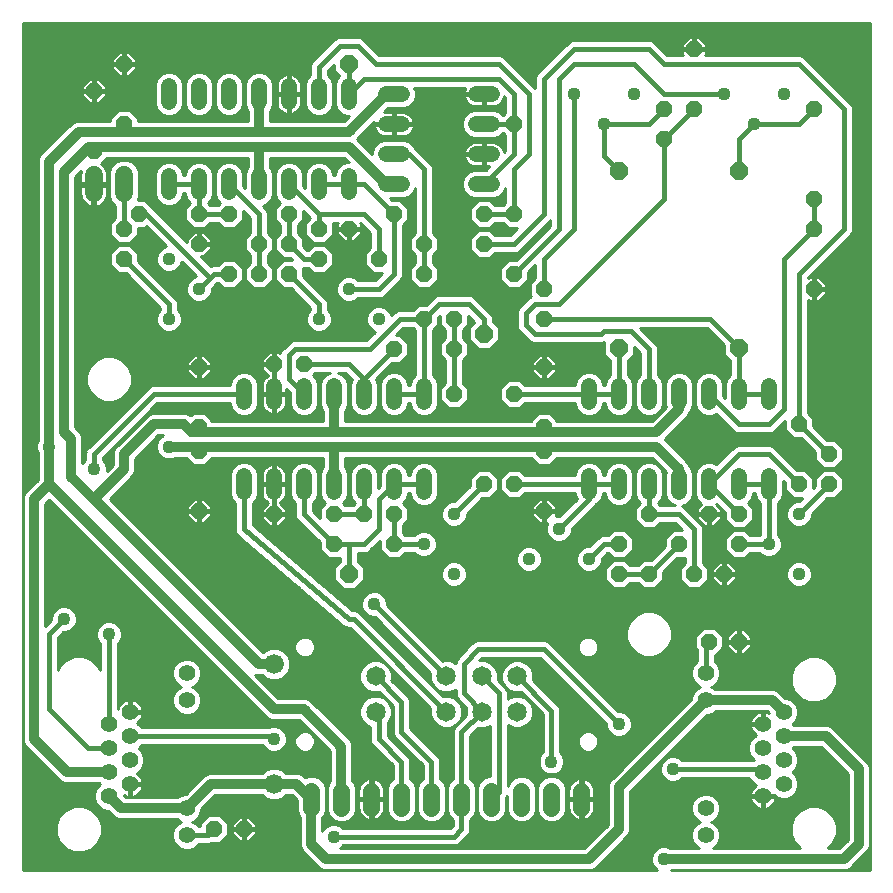
<source format=gbl>
G75*
G70*
%OFA0B0*%
%FSLAX24Y24*%
%IPPOS*%
%LPD*%
%AMOC8*
5,1,8,0,0,1.08239X$1,22.5*
%
%ADD10OC8,0.0520*%
%ADD11C,0.0440*%
%ADD12C,0.0520*%
%ADD13OC8,0.0600*%
%ADD14C,0.0554*%
%ADD15C,0.0650*%
%ADD16C,0.0600*%
%ADD17C,0.0660*%
%ADD18C,0.0560*%
%ADD19C,0.0160*%
%ADD20C,0.0100*%
%ADD21C,0.0320*%
%ADD22C,0.0436*%
D10*
X011831Y001650D03*
X012831Y001650D03*
X015831Y011150D03*
X015831Y012150D03*
X016831Y012150D03*
X017831Y012150D03*
X017831Y011150D03*
X020831Y013150D03*
X021831Y013150D03*
X022831Y012250D03*
X022831Y014250D03*
X022831Y015050D03*
X021831Y016150D03*
X022831Y017050D03*
X022831Y018650D03*
X022831Y019650D03*
X021831Y020150D03*
X020831Y021150D03*
X020831Y022150D03*
X021831Y022150D03*
X021831Y025150D03*
X018831Y021150D03*
X018831Y020150D03*
X017331Y020650D03*
X016331Y021650D03*
X015331Y021650D03*
X015331Y020650D03*
X014331Y020150D03*
X014331Y021150D03*
X014331Y022150D03*
X013331Y021150D03*
X013331Y020150D03*
X012331Y020150D03*
X011331Y021150D03*
X011331Y022150D03*
X012331Y022150D03*
X009331Y022150D03*
X008831Y021650D03*
X008831Y020650D03*
X007831Y024250D03*
X008831Y025150D03*
X007831Y026250D03*
X008831Y027150D03*
X017831Y022150D03*
X018831Y018650D03*
X019831Y018650D03*
X019831Y017650D03*
X019831Y016150D03*
X017831Y017650D03*
X014831Y017150D03*
X013831Y017150D03*
X011331Y017050D03*
X011331Y015050D03*
X011331Y014250D03*
X011331Y012250D03*
X013831Y012150D03*
X025331Y011150D03*
X025331Y010150D03*
X026331Y010150D03*
X027331Y011150D03*
X027831Y010150D03*
X028831Y010150D03*
X029331Y011150D03*
X029331Y012150D03*
X028331Y012150D03*
X026331Y012150D03*
X028331Y007900D03*
X029331Y007900D03*
X031331Y013150D03*
X032331Y013150D03*
X032331Y014150D03*
X031331Y015150D03*
X031831Y019650D03*
X031831Y021650D03*
X031831Y022650D03*
X031831Y025650D03*
X027831Y025650D03*
X026831Y025650D03*
X026831Y024650D03*
X027831Y027650D03*
D11*
X028831Y026150D03*
X029831Y025150D03*
X030831Y026150D03*
X025831Y026150D03*
X024831Y025150D03*
X023831Y026150D03*
X016331Y019650D03*
X017331Y018650D03*
X015331Y018650D03*
X011331Y019650D03*
X010331Y018650D03*
X010331Y020650D03*
X019831Y012150D03*
X018831Y011150D03*
X019831Y010150D03*
X022331Y010650D03*
X023331Y011650D03*
X024331Y010650D03*
X030331Y011150D03*
X031331Y010150D03*
X031331Y012150D03*
D12*
X030331Y012890D02*
X030331Y013410D01*
X029331Y013410D02*
X029331Y012890D01*
X028331Y012890D02*
X028331Y013410D01*
X027331Y013410D02*
X027331Y012890D01*
X026331Y012890D02*
X026331Y013410D01*
X025331Y013410D02*
X025331Y012890D01*
X024331Y012890D02*
X024331Y013410D01*
X024331Y015890D02*
X024331Y016410D01*
X025331Y016410D02*
X025331Y015890D01*
X026331Y015890D02*
X026331Y016410D01*
X027331Y016410D02*
X027331Y015890D01*
X028331Y015890D02*
X028331Y016410D01*
X029331Y016410D02*
X029331Y015890D01*
X030331Y015890D02*
X030331Y016410D01*
X021091Y023150D02*
X020571Y023150D01*
X020571Y024150D02*
X021091Y024150D01*
X021091Y025150D02*
X020571Y025150D01*
X020571Y026150D02*
X021091Y026150D01*
X018091Y026150D02*
X017571Y026150D01*
X017571Y025150D02*
X018091Y025150D01*
X018091Y024150D02*
X017571Y024150D01*
X017571Y023150D02*
X018091Y023150D01*
X016331Y022890D02*
X016331Y023410D01*
X015331Y023410D02*
X015331Y022890D01*
X014331Y022890D02*
X014331Y023410D01*
X013331Y023410D02*
X013331Y022890D01*
X012331Y022890D02*
X012331Y023410D01*
X011331Y023410D02*
X011331Y022890D01*
X010331Y022890D02*
X010331Y023410D01*
X010331Y025890D02*
X010331Y026410D01*
X011331Y026410D02*
X011331Y025890D01*
X012331Y025890D02*
X012331Y026410D01*
X013331Y026410D02*
X013331Y025890D01*
X014331Y025890D02*
X014331Y026410D01*
X015331Y026410D02*
X015331Y025890D01*
X016331Y025890D02*
X016331Y026410D01*
X016831Y016410D02*
X016831Y015890D01*
X015831Y015890D02*
X015831Y016410D01*
X014831Y016410D02*
X014831Y015890D01*
X013831Y015890D02*
X013831Y016410D01*
X012831Y016410D02*
X012831Y015890D01*
X012831Y013410D02*
X012831Y012890D01*
X013831Y012890D02*
X013831Y013410D01*
X014831Y013410D02*
X014831Y012890D01*
X015831Y012890D02*
X015831Y013410D01*
X016831Y013410D02*
X016831Y012890D01*
X017831Y012890D02*
X017831Y013410D01*
X018831Y013410D02*
X018831Y012890D01*
X018831Y015890D02*
X018831Y016410D01*
X017831Y016410D02*
X017831Y015890D01*
D13*
X020831Y018150D03*
X025331Y017700D03*
X029331Y017700D03*
X029331Y023600D03*
X025331Y023600D03*
X016331Y027150D03*
X016331Y010150D03*
D14*
X010931Y006850D03*
X010931Y005950D03*
X009031Y005550D03*
X009031Y004750D03*
X008331Y004350D03*
X008331Y003550D03*
X008331Y002750D03*
X009031Y003150D03*
X009031Y003950D03*
X008331Y005150D03*
X010931Y002350D03*
X010931Y001450D03*
X028231Y001450D03*
X028231Y002350D03*
X030131Y002750D03*
X030131Y003550D03*
X030131Y004350D03*
X030831Y004750D03*
X030831Y005550D03*
X030131Y005150D03*
X030831Y003950D03*
X030831Y003150D03*
X028231Y005950D03*
X028231Y006850D03*
D15*
X021943Y006741D03*
X020762Y006741D03*
X019581Y006741D03*
X019581Y005559D03*
X020762Y005559D03*
X021943Y005559D03*
X017219Y005559D03*
X017219Y006741D03*
D16*
X008831Y022850D02*
X008831Y023450D01*
X007831Y023450D02*
X007831Y022850D01*
D17*
X013831Y007150D03*
X013831Y003150D03*
D18*
X015081Y002930D02*
X015081Y002370D01*
X016081Y002370D02*
X016081Y002930D01*
X017081Y002930D02*
X017081Y002370D01*
X018081Y002370D02*
X018081Y002930D01*
X019081Y002930D02*
X019081Y002370D01*
X020081Y002370D02*
X020081Y002930D01*
X021081Y002930D02*
X021081Y002370D01*
X022081Y002370D02*
X022081Y002930D01*
X023081Y002930D02*
X023081Y002370D01*
X024081Y002370D02*
X024081Y002930D01*
D19*
X023081Y003900D02*
X023081Y005603D01*
X021943Y006741D01*
X021331Y006172D02*
X021331Y002900D01*
X021081Y002650D01*
X020081Y002650D02*
X020081Y001650D01*
X019831Y001400D01*
X015831Y001400D01*
X018081Y002650D02*
X018081Y003900D01*
X017331Y004650D01*
X017331Y005447D01*
X017219Y005559D01*
X018081Y005878D02*
X018081Y004900D01*
X019081Y003900D01*
X019081Y002650D01*
X020081Y002650D02*
X020081Y004878D01*
X020762Y005559D01*
X020181Y006191D01*
X020181Y007150D01*
X020631Y007650D01*
X022831Y007650D01*
X025331Y005150D01*
X027131Y003650D02*
X030031Y003650D01*
X030131Y003550D01*
X028231Y006850D02*
X028231Y007800D01*
X028331Y007900D01*
X027831Y010150D02*
X027831Y011650D01*
X027331Y012150D01*
X026331Y012150D01*
X026331Y013150D01*
X025331Y013150D02*
X024331Y013150D01*
X021831Y013150D01*
X020831Y013150D02*
X019831Y012150D01*
X018831Y011150D02*
X017831Y011150D01*
X017831Y012150D01*
X017331Y012650D02*
X017331Y011650D01*
X016831Y011150D01*
X016331Y011150D01*
X016331Y010150D01*
X016331Y011150D02*
X015831Y011150D01*
X014831Y012150D01*
X014831Y013150D01*
X015831Y012150D02*
X016831Y012150D01*
X016831Y013150D01*
X017331Y012650D02*
X017831Y013150D01*
X018831Y013150D01*
X018831Y016150D02*
X017831Y016150D01*
X018831Y016150D02*
X018831Y018650D01*
X019331Y019150D01*
X020331Y019150D01*
X020831Y018650D01*
X020831Y018150D01*
X019831Y017650D02*
X019831Y018650D01*
X019831Y017650D02*
X019831Y016150D01*
X021831Y016150D02*
X024331Y016150D01*
X025331Y016150D01*
X025331Y017700D01*
X025731Y018250D02*
X024831Y018250D01*
X024731Y018150D01*
X022531Y018150D01*
X022231Y018450D01*
X022231Y018850D01*
X022531Y019150D01*
X023331Y019150D01*
X026831Y022650D01*
X026831Y024650D01*
X027831Y025650D01*
X026831Y026150D02*
X028831Y026150D01*
X029831Y025150D02*
X031331Y025150D01*
X031831Y025650D01*
X032831Y025650D02*
X031331Y027150D01*
X026831Y027150D01*
X026331Y027650D01*
X023831Y027650D01*
X022831Y026650D01*
X022831Y022150D01*
X021831Y021150D01*
X020831Y021150D01*
X020831Y022150D02*
X021831Y022150D01*
X021831Y023650D01*
X022331Y024150D01*
X022331Y026150D01*
X021331Y027150D01*
X017231Y027150D01*
X016631Y027750D01*
X016031Y027750D01*
X015331Y027050D01*
X015331Y026150D01*
X016331Y026150D02*
X016331Y027150D01*
X016831Y026650D02*
X021331Y026650D01*
X021831Y026150D01*
X021831Y025150D01*
X021831Y024150D01*
X020831Y023150D01*
X020831Y025150D02*
X021831Y025150D01*
X023331Y026650D02*
X023831Y027150D01*
X025831Y027150D01*
X026831Y026150D01*
X026831Y025650D02*
X026331Y025150D01*
X024831Y025150D01*
X024831Y024100D01*
X025331Y023600D01*
X023831Y021650D02*
X023831Y026150D01*
X023331Y026650D02*
X023331Y021650D01*
X021831Y020150D01*
X022831Y019650D02*
X022831Y020650D01*
X023831Y021650D01*
X022831Y018650D02*
X028381Y018650D01*
X029331Y017700D01*
X029331Y016150D01*
X030331Y016150D01*
X030831Y015650D02*
X030831Y020650D01*
X031831Y021650D01*
X031831Y022650D01*
X032831Y021650D02*
X032831Y025650D01*
X029831Y025150D02*
X029331Y024650D01*
X029331Y023600D01*
X031331Y020150D02*
X032831Y021650D01*
X031331Y020150D02*
X031331Y015150D01*
X032331Y014150D01*
X032331Y013150D02*
X031331Y012150D01*
X031331Y013150D02*
X030331Y014150D01*
X029331Y014150D01*
X028331Y013150D01*
X029331Y012150D01*
X029331Y011150D02*
X030331Y011150D01*
X030331Y013150D01*
X029331Y013150D01*
X029331Y015150D02*
X030331Y015150D01*
X030831Y015650D01*
X029331Y015150D02*
X028331Y016150D01*
X026331Y016150D02*
X026331Y017650D01*
X025731Y018250D01*
X024331Y013150D02*
X024331Y012650D01*
X023331Y011650D01*
X024331Y010650D02*
X024831Y011150D01*
X025331Y011150D01*
X025331Y010150D02*
X026331Y010150D01*
X027331Y011150D01*
X021331Y006172D02*
X020762Y006741D01*
X019581Y006741D02*
X017172Y009150D01*
X016490Y008650D02*
X019581Y005559D01*
X018081Y005878D02*
X017219Y006741D01*
X016490Y008650D02*
X016331Y008650D01*
X012831Y011650D01*
X012831Y013150D01*
X012831Y016150D02*
X009831Y016150D01*
X007831Y014150D01*
X007831Y013650D01*
X006831Y008650D02*
X006331Y008150D01*
X006331Y005650D01*
X007631Y004350D01*
X008331Y004350D01*
X009031Y004750D02*
X013731Y004750D01*
X013831Y004650D01*
X011831Y001650D02*
X011631Y001450D01*
X010931Y001450D01*
X008331Y005150D02*
X008331Y008150D01*
X014831Y016150D02*
X014331Y016650D01*
X014331Y017450D01*
X014531Y017650D01*
X017031Y017650D01*
X018031Y018650D01*
X018831Y018650D01*
X017831Y017650D02*
X016831Y016650D01*
X016331Y017150D01*
X014831Y017150D01*
X015331Y018650D02*
X015331Y019150D01*
X014331Y020150D01*
X014831Y020650D02*
X015331Y020650D01*
X014831Y020650D02*
X014331Y021150D01*
X014331Y022150D01*
X014331Y023150D02*
X015331Y022150D01*
X016831Y022150D01*
X017331Y021650D01*
X017331Y020650D01*
X017831Y020150D02*
X017831Y022150D01*
X016831Y023150D01*
X016331Y023150D01*
X015331Y023150D01*
X015331Y022150D02*
X015331Y021650D01*
X013331Y021150D02*
X013331Y020150D01*
X013331Y021150D02*
X013331Y022150D01*
X012331Y023150D01*
X012331Y022150D02*
X011331Y022150D01*
X011331Y023150D01*
X010331Y023150D01*
X009581Y022150D02*
X011706Y020025D01*
X011831Y020150D01*
X012331Y020150D01*
X011706Y020025D02*
X011331Y019650D01*
X010331Y019150D02*
X010331Y018650D01*
X010331Y019150D02*
X008831Y020650D01*
X008831Y021650D02*
X008831Y023150D01*
X009331Y022150D02*
X009581Y022150D01*
X016331Y019650D02*
X017331Y019650D01*
X017831Y020150D01*
X018831Y020150D02*
X018831Y021150D01*
X018831Y023650D01*
X018331Y024150D01*
X017831Y024150D01*
X016331Y026150D02*
X016831Y026650D01*
X016831Y016650D02*
X016831Y016150D01*
D20*
X005461Y028520D02*
X005461Y000280D01*
X026606Y000280D01*
X026589Y000287D01*
X026468Y000408D01*
X026403Y000565D01*
X026403Y000735D01*
X026468Y000892D01*
X026589Y001013D01*
X026746Y001078D01*
X026916Y001078D01*
X027056Y001020D01*
X027996Y001020D01*
X027955Y001037D01*
X027818Y001174D01*
X027744Y001353D01*
X027744Y001547D01*
X027818Y001726D01*
X025701Y001726D01*
X025701Y001628D02*
X027777Y001628D01*
X027744Y001529D02*
X025681Y001529D01*
X025701Y001576D02*
X025701Y002897D01*
X028267Y005463D01*
X028328Y005463D01*
X028507Y005537D01*
X028550Y005580D01*
X030278Y005580D01*
X030329Y005528D01*
X030295Y005546D01*
X030231Y005567D01*
X030170Y005576D01*
X030170Y005189D01*
X030092Y005189D01*
X030092Y005576D01*
X030031Y005567D01*
X029967Y005546D01*
X029907Y005515D01*
X029853Y005476D01*
X029805Y005428D01*
X029766Y005374D01*
X029735Y005314D01*
X029714Y005250D01*
X029705Y005189D01*
X030092Y005189D01*
X030092Y005111D01*
X029705Y005111D01*
X029714Y005050D01*
X029735Y004986D01*
X029766Y004926D01*
X029805Y004872D01*
X029853Y004824D01*
X029907Y004785D01*
X029907Y004785D01*
X029855Y004763D01*
X029718Y004626D01*
X029644Y004447D01*
X029644Y004253D01*
X029718Y004074D01*
X029842Y003950D01*
X029832Y003940D01*
X027446Y003940D01*
X027373Y004013D01*
X027216Y004078D01*
X027046Y004078D01*
X026889Y004013D01*
X026768Y003892D01*
X026703Y003735D01*
X026703Y003565D01*
X026768Y003408D01*
X026889Y003287D01*
X027046Y003222D01*
X027216Y003222D01*
X027373Y003287D01*
X027446Y003360D01*
X029682Y003360D01*
X029718Y003274D01*
X029855Y003137D01*
X029907Y003115D01*
X029853Y003076D01*
X029805Y003028D01*
X029766Y002974D01*
X029735Y002914D01*
X029714Y002850D01*
X029705Y002789D01*
X030092Y002789D01*
X030092Y002711D01*
X030170Y002711D01*
X030170Y002789D01*
X030503Y002789D01*
X030555Y002737D01*
X030734Y002663D01*
X030928Y002663D01*
X031107Y002737D01*
X031244Y002874D01*
X031318Y003053D01*
X031318Y003247D01*
X031244Y003426D01*
X031120Y003550D01*
X031244Y003674D01*
X031318Y003853D01*
X031318Y004047D01*
X031244Y004226D01*
X031120Y004350D01*
X031150Y004380D01*
X032078Y004380D01*
X032961Y003497D01*
X032961Y001303D01*
X032678Y001020D01*
X032290Y001020D01*
X032484Y001214D01*
X032601Y001497D01*
X032601Y001803D01*
X032484Y002086D01*
X032267Y002303D01*
X031984Y002420D01*
X031678Y002420D01*
X031395Y002303D01*
X031178Y002086D01*
X031061Y001803D01*
X031061Y001497D01*
X031178Y001214D01*
X031372Y001020D01*
X028466Y001020D01*
X028507Y001037D01*
X028644Y001174D01*
X028718Y001353D01*
X028718Y001547D01*
X028644Y001726D01*
X028507Y001863D01*
X028418Y001900D01*
X028507Y001937D01*
X028644Y002074D01*
X028718Y002253D01*
X028718Y002447D01*
X028644Y002626D01*
X028507Y002763D01*
X028328Y002837D01*
X028134Y002837D01*
X027955Y002763D01*
X027818Y002626D01*
X027744Y002447D01*
X027744Y002253D01*
X027818Y002074D01*
X027955Y001937D01*
X028044Y001900D01*
X027955Y001863D01*
X027818Y001726D01*
X027917Y001825D02*
X025701Y001825D01*
X025701Y001923D02*
X027989Y001923D01*
X027871Y002022D02*
X025701Y002022D01*
X025701Y002120D02*
X027799Y002120D01*
X027758Y002219D02*
X025701Y002219D01*
X025701Y002317D02*
X027744Y002317D01*
X027744Y002416D02*
X025701Y002416D01*
X025701Y002514D02*
X027772Y002514D01*
X027812Y002613D02*
X025701Y002613D01*
X025701Y002711D02*
X027903Y002711D01*
X028067Y002810D02*
X025701Y002810D01*
X025712Y002908D02*
X029733Y002908D01*
X029708Y002810D02*
X028395Y002810D01*
X028559Y002711D02*
X029705Y002711D01*
X029714Y002650D01*
X029735Y002586D01*
X029766Y002526D01*
X029805Y002472D01*
X029853Y002424D01*
X029907Y002385D01*
X029967Y002354D01*
X030031Y002333D01*
X030092Y002324D01*
X030092Y002711D01*
X030170Y002711D01*
X030557Y002711D01*
X030618Y002711D01*
X030557Y002711D02*
X030548Y002650D01*
X030527Y002586D01*
X030496Y002526D01*
X030457Y002472D01*
X030409Y002424D01*
X030355Y002385D01*
X030295Y002354D01*
X030231Y002333D01*
X030170Y002324D01*
X030170Y002711D01*
X030092Y002711D02*
X029705Y002711D01*
X029726Y002613D02*
X028650Y002613D01*
X028690Y002514D02*
X029774Y002514D01*
X029865Y002416D02*
X028718Y002416D01*
X028718Y002317D02*
X031430Y002317D01*
X031311Y002219D02*
X028704Y002219D01*
X028663Y002120D02*
X031212Y002120D01*
X031152Y002022D02*
X028591Y002022D01*
X028473Y001923D02*
X031111Y001923D01*
X031070Y001825D02*
X028545Y001825D01*
X028644Y001726D02*
X031061Y001726D01*
X031061Y001628D02*
X028685Y001628D01*
X028718Y001529D02*
X031061Y001529D01*
X031089Y001431D02*
X028718Y001431D01*
X028709Y001332D02*
X031130Y001332D01*
X031170Y001234D02*
X028669Y001234D01*
X028605Y001135D02*
X031257Y001135D01*
X031356Y001037D02*
X028506Y001037D01*
X027956Y001037D02*
X027016Y001037D01*
X026646Y001037D02*
X025241Y001037D01*
X025339Y001135D02*
X027857Y001135D01*
X027793Y001234D02*
X025438Y001234D01*
X025536Y001332D02*
X027753Y001332D01*
X027744Y001431D02*
X025635Y001431D01*
X025645Y001440D02*
X025701Y001576D01*
X025645Y001440D02*
X024541Y000336D01*
X024405Y000280D01*
X015507Y000280D01*
X015371Y000336D01*
X014871Y000836D01*
X014767Y000940D01*
X014711Y001076D01*
X014711Y002047D01*
X014666Y002092D01*
X014591Y002273D01*
X014591Y002617D01*
X014428Y002780D01*
X014225Y002780D01*
X014137Y002692D01*
X013938Y002610D01*
X013724Y002610D01*
X013525Y002692D01*
X013437Y002780D01*
X011884Y002780D01*
X011418Y002314D01*
X011418Y002253D01*
X011344Y002074D01*
X011207Y001937D01*
X011118Y001900D01*
X011207Y001863D01*
X011330Y001740D01*
X011361Y001740D01*
X011361Y001845D01*
X011636Y002120D01*
X012026Y002120D01*
X012301Y001845D01*
X012301Y001455D01*
X012026Y001180D01*
X011737Y001180D01*
X011689Y001160D01*
X011330Y001160D01*
X011207Y001037D01*
X011028Y000963D01*
X010834Y000963D01*
X010655Y001037D01*
X010518Y001174D01*
X010444Y001353D01*
X010444Y001547D01*
X010518Y001726D01*
X008101Y001726D01*
X008101Y001803D02*
X007984Y002086D01*
X007767Y002303D01*
X007484Y002420D01*
X007178Y002420D01*
X006895Y002303D01*
X006678Y002086D01*
X006561Y001803D01*
X006561Y001497D01*
X006678Y001214D01*
X006895Y000997D01*
X007178Y000880D01*
X007484Y000880D01*
X007767Y000997D01*
X007984Y001214D01*
X008101Y001497D01*
X008101Y001803D01*
X008092Y001825D02*
X010617Y001825D01*
X010655Y001863D02*
X010518Y001726D01*
X010477Y001628D02*
X008101Y001628D01*
X008101Y001529D02*
X010444Y001529D01*
X010444Y001431D02*
X008073Y001431D01*
X008032Y001332D02*
X010453Y001332D01*
X010493Y001234D02*
X007992Y001234D01*
X007905Y001135D02*
X010557Y001135D01*
X010656Y001037D02*
X007806Y001037D01*
X007624Y000938D02*
X014770Y000938D01*
X014727Y001037D02*
X011206Y001037D01*
X011305Y001135D02*
X014711Y001135D01*
X014711Y001234D02*
X012079Y001234D01*
X012178Y001332D02*
X012569Y001332D01*
X012661Y001240D02*
X012801Y001240D01*
X012801Y001620D01*
X012861Y001620D01*
X012861Y001680D01*
X013241Y001680D01*
X013241Y001820D01*
X013001Y002060D01*
X012861Y002060D01*
X012861Y001680D01*
X012801Y001680D01*
X012801Y002060D01*
X012661Y002060D01*
X012421Y001820D01*
X012421Y001680D01*
X012801Y001680D01*
X012801Y001620D01*
X012421Y001620D01*
X012421Y001480D01*
X012661Y001240D01*
X012801Y001332D02*
X012861Y001332D01*
X012861Y001240D02*
X013001Y001240D01*
X013241Y001480D01*
X013241Y001620D01*
X012861Y001620D01*
X012861Y001240D01*
X012861Y001431D02*
X012801Y001431D01*
X012801Y001529D02*
X012861Y001529D01*
X012861Y001628D02*
X014711Y001628D01*
X014711Y001726D02*
X013241Y001726D01*
X013236Y001825D02*
X014711Y001825D01*
X014711Y001923D02*
X013138Y001923D01*
X013039Y002022D02*
X014711Y002022D01*
X014654Y002120D02*
X011363Y002120D01*
X011404Y002219D02*
X014613Y002219D01*
X014591Y002317D02*
X011421Y002317D01*
X011520Y002416D02*
X014591Y002416D01*
X014591Y002514D02*
X011618Y002514D01*
X011717Y002613D02*
X013718Y002613D01*
X013944Y002613D02*
X014591Y002613D01*
X014497Y002711D02*
X014156Y002711D01*
X013506Y002711D02*
X011815Y002711D01*
X011360Y003302D02*
X009431Y003302D01*
X009427Y003314D02*
X009396Y003374D01*
X009357Y003428D01*
X009309Y003476D01*
X009255Y003515D01*
X009255Y003515D01*
X009307Y003537D01*
X009444Y003674D01*
X009518Y003853D01*
X009518Y004047D01*
X009444Y004226D01*
X009320Y004350D01*
X009430Y004460D01*
X013447Y004460D01*
X013468Y004408D01*
X013589Y004287D01*
X009383Y004287D01*
X009355Y004386D02*
X013490Y004386D01*
X013589Y004287D02*
X013746Y004222D01*
X013916Y004222D01*
X014073Y004287D01*
X014194Y004408D01*
X014259Y004565D01*
X014259Y004735D01*
X014194Y004892D01*
X014073Y005013D01*
X013916Y005078D01*
X013746Y005078D01*
X013655Y005040D01*
X009430Y005040D01*
X009307Y005163D01*
X009255Y005185D01*
X009309Y005224D01*
X009357Y005272D01*
X014686Y005272D01*
X014678Y005280D02*
X015711Y004247D01*
X015711Y003253D01*
X015666Y003208D01*
X015591Y003027D01*
X015591Y002273D01*
X015666Y002092D01*
X015803Y001955D01*
X015984Y001880D01*
X016178Y001880D01*
X016359Y001955D01*
X016496Y002092D01*
X016571Y002273D01*
X016571Y003027D01*
X016496Y003208D01*
X016451Y003253D01*
X016451Y004474D01*
X016395Y004610D01*
X015145Y005860D01*
X015041Y005964D01*
X014905Y006020D01*
X013984Y006020D01*
X013201Y006803D01*
X013257Y006780D01*
X013437Y006780D01*
X013525Y006692D01*
X013724Y006610D01*
X013938Y006610D01*
X014137Y006692D01*
X014289Y006844D01*
X014371Y007043D01*
X014371Y007257D01*
X014289Y007456D01*
X014137Y007608D01*
X013938Y007690D01*
X013724Y007690D01*
X013525Y007608D01*
X013461Y007543D01*
X008354Y012650D01*
X009145Y013440D01*
X009201Y013576D01*
X009201Y013997D01*
X009984Y014780D01*
X010130Y014780D01*
X010089Y014763D01*
X009968Y014642D01*
X009903Y014485D01*
X009903Y014315D01*
X009968Y014158D01*
X010089Y014037D01*
X010246Y013972D01*
X010416Y013972D01*
X010556Y014030D01*
X010886Y014030D01*
X011136Y013780D01*
X011526Y013780D01*
X011776Y014030D01*
X015461Y014030D01*
X015461Y013705D01*
X015433Y013676D01*
X015361Y013503D01*
X015361Y012797D01*
X015433Y012624D01*
X015536Y012520D01*
X015361Y012345D01*
X015361Y012030D01*
X015121Y012270D01*
X015121Y012515D01*
X015229Y012624D01*
X015301Y012797D01*
X015301Y013503D01*
X015229Y013676D01*
X015097Y013808D01*
X014924Y013880D01*
X014737Y013880D01*
X014565Y013808D01*
X014433Y013676D01*
X014361Y013503D01*
X014361Y012797D01*
X014433Y012624D01*
X014541Y012515D01*
X014541Y012092D01*
X014585Y011986D01*
X015361Y011210D01*
X015361Y010955D01*
X015636Y010680D01*
X016026Y010680D01*
X016041Y010695D01*
X016041Y010581D01*
X015821Y010361D01*
X015821Y009939D01*
X016120Y009640D01*
X016542Y009640D01*
X016841Y009939D01*
X016841Y010361D01*
X016621Y010581D01*
X016621Y010860D01*
X016889Y010860D01*
X016995Y010904D01*
X017077Y010986D01*
X017361Y011270D01*
X017361Y010955D01*
X017636Y010680D01*
X018026Y010680D01*
X018206Y010860D01*
X018513Y010860D01*
X018587Y010785D01*
X018745Y010720D01*
X018917Y010720D01*
X019075Y010785D01*
X019196Y010906D01*
X019261Y011064D01*
X019261Y011236D01*
X019196Y011394D01*
X019075Y011515D01*
X018917Y011580D01*
X018745Y011580D01*
X018587Y011515D01*
X018513Y011440D01*
X018206Y011440D01*
X018121Y011525D01*
X018121Y011775D01*
X018301Y011955D01*
X018301Y012345D01*
X018126Y012520D01*
X018229Y012624D01*
X018301Y012797D01*
X018301Y012860D01*
X018361Y012860D01*
X018361Y012797D01*
X018433Y012624D01*
X018565Y012492D01*
X018737Y012420D01*
X018924Y012420D01*
X019097Y012492D01*
X019229Y012624D01*
X019301Y012797D01*
X019301Y013503D01*
X019229Y013676D01*
X019097Y013808D01*
X018924Y013880D01*
X018737Y013880D01*
X018565Y013808D01*
X018433Y013676D01*
X018361Y013503D01*
X018361Y013440D01*
X018301Y013440D01*
X018301Y013503D01*
X018229Y013676D01*
X018097Y013808D01*
X017924Y013880D01*
X017737Y013880D01*
X017565Y013808D01*
X017433Y013676D01*
X017361Y013503D01*
X017361Y013090D01*
X017301Y013030D01*
X017301Y013503D01*
X017229Y013676D01*
X017097Y013808D01*
X016924Y013880D01*
X016737Y013880D01*
X016565Y013808D01*
X016433Y013676D01*
X016361Y013503D01*
X016361Y012797D01*
X016433Y012624D01*
X016536Y012520D01*
X016456Y012440D01*
X016206Y012440D01*
X016126Y012520D01*
X016229Y012624D01*
X016301Y012797D01*
X016301Y013503D01*
X016229Y013676D01*
X016201Y013705D01*
X016201Y014030D01*
X022386Y014030D01*
X022636Y013780D01*
X023026Y013780D01*
X023276Y014030D01*
X026428Y014030D01*
X026888Y013569D01*
X026861Y013503D01*
X026861Y012797D01*
X026933Y012624D01*
X027065Y012492D01*
X027189Y012440D01*
X026706Y012440D01*
X026626Y012520D01*
X026729Y012624D01*
X026801Y012797D01*
X026801Y013503D01*
X026729Y013676D01*
X026597Y013808D01*
X026424Y013880D01*
X026237Y013880D01*
X026065Y013808D01*
X025933Y013676D01*
X025861Y013503D01*
X025861Y012797D01*
X025933Y012624D01*
X026036Y012520D01*
X025861Y012345D01*
X025861Y011955D01*
X026136Y011680D01*
X026526Y011680D01*
X026706Y011860D01*
X027211Y011860D01*
X027451Y011620D01*
X027136Y011620D01*
X026861Y011345D01*
X026861Y011090D01*
X026391Y010620D01*
X026136Y010620D01*
X025956Y010440D01*
X025706Y010440D01*
X025526Y010620D01*
X025136Y010620D01*
X024861Y010345D01*
X024861Y009955D01*
X025136Y009680D01*
X025526Y009680D01*
X025706Y009860D01*
X025956Y009860D01*
X026136Y009680D01*
X026526Y009680D01*
X026801Y009955D01*
X026801Y010210D01*
X027271Y010680D01*
X027526Y010680D01*
X027541Y010695D01*
X027541Y010525D01*
X027361Y010345D01*
X027361Y009955D01*
X027636Y009680D01*
X028026Y009680D01*
X028301Y009955D01*
X028301Y010345D01*
X028121Y010525D01*
X028121Y011708D01*
X028077Y011814D01*
X027577Y012314D01*
X027495Y012396D01*
X027431Y012423D01*
X027597Y012492D01*
X027729Y012624D01*
X027801Y012797D01*
X027801Y013503D01*
X027729Y013676D01*
X027701Y013705D01*
X027701Y013724D01*
X027645Y013860D01*
X026895Y014610D01*
X026854Y014650D01*
X027541Y015336D01*
X027645Y015440D01*
X027701Y015576D01*
X027701Y015595D01*
X027729Y015624D01*
X027801Y015797D01*
X027801Y016503D01*
X027729Y016676D01*
X027597Y016808D01*
X027424Y016880D01*
X027237Y016880D01*
X027065Y016808D01*
X026933Y016676D01*
X026861Y016503D01*
X026861Y015797D01*
X026888Y015731D01*
X026428Y015270D01*
X023276Y015270D01*
X023026Y015520D01*
X022636Y015520D01*
X022386Y015270D01*
X016201Y015270D01*
X016201Y015595D01*
X016229Y015624D01*
X016301Y015797D01*
X016301Y016503D01*
X016229Y016676D01*
X016097Y016808D01*
X015973Y016860D01*
X016211Y016860D01*
X016421Y016649D01*
X016361Y016503D01*
X016361Y015797D01*
X016433Y015624D01*
X016565Y015492D01*
X016737Y015420D01*
X016924Y015420D01*
X017097Y015492D01*
X017229Y015624D01*
X017301Y015797D01*
X017301Y016503D01*
X017241Y016649D01*
X017771Y017180D01*
X018026Y017180D01*
X018301Y017455D01*
X018301Y017845D01*
X018026Y018120D01*
X017911Y018120D01*
X018151Y018360D01*
X018456Y018360D01*
X018541Y018275D01*
X018541Y016785D01*
X018433Y016676D01*
X018361Y016503D01*
X018361Y016440D01*
X018301Y016440D01*
X018301Y016503D01*
X018229Y016676D01*
X018097Y016808D01*
X017924Y016880D01*
X017737Y016880D01*
X017565Y016808D01*
X017433Y016676D01*
X017361Y016503D01*
X017361Y015797D01*
X017433Y015624D01*
X017565Y015492D01*
X017737Y015420D01*
X017924Y015420D01*
X018097Y015492D01*
X018229Y015624D01*
X018301Y015797D01*
X018301Y015860D01*
X018361Y015860D01*
X018361Y015797D01*
X018433Y015624D01*
X018565Y015492D01*
X018737Y015420D01*
X018924Y015420D01*
X019097Y015492D01*
X019229Y015624D01*
X019301Y015797D01*
X019301Y016503D01*
X019229Y016676D01*
X019121Y016785D01*
X019121Y018275D01*
X019301Y018455D01*
X019301Y018710D01*
X019361Y018770D01*
X019361Y018455D01*
X019541Y018275D01*
X019541Y018025D01*
X019361Y017845D01*
X019361Y017455D01*
X019541Y017275D01*
X019541Y016525D01*
X019361Y016345D01*
X019361Y015955D01*
X019636Y015680D01*
X020026Y015680D01*
X020301Y015955D01*
X020301Y016345D01*
X020121Y016525D01*
X020121Y017275D01*
X020301Y017455D01*
X020301Y017845D01*
X020121Y018025D01*
X020121Y018275D01*
X020301Y018455D01*
X020301Y018770D01*
X020515Y018556D01*
X020321Y018361D01*
X020321Y017939D01*
X020620Y017640D01*
X021042Y017640D01*
X021341Y017939D01*
X021341Y018361D01*
X021121Y018581D01*
X021121Y018708D01*
X021077Y018814D01*
X020995Y018896D01*
X020495Y019396D01*
X020389Y019440D01*
X019273Y019440D01*
X019167Y019396D01*
X018891Y019120D01*
X018636Y019120D01*
X018456Y018940D01*
X017973Y018940D01*
X017867Y018896D01*
X017745Y018774D01*
X017696Y018894D01*
X017575Y019015D01*
X017417Y019080D01*
X017245Y019080D01*
X017087Y019015D01*
X016966Y018894D01*
X016901Y018736D01*
X016901Y018564D01*
X016966Y018406D01*
X017087Y018285D01*
X017207Y018236D01*
X016911Y017940D01*
X014473Y017940D01*
X014367Y017896D01*
X014167Y017696D01*
X014085Y017614D01*
X014045Y017516D01*
X014001Y017560D01*
X013861Y017560D01*
X013861Y017180D01*
X013801Y017180D01*
X013801Y017560D01*
X013661Y017560D01*
X013421Y017320D01*
X013421Y017180D01*
X013801Y017180D01*
X013801Y017120D01*
X013861Y017120D01*
X013861Y016820D01*
X013861Y016180D01*
X014241Y016180D01*
X014241Y016330D01*
X014361Y016210D01*
X014361Y015797D01*
X014433Y015624D01*
X014565Y015492D01*
X014737Y015420D01*
X014924Y015420D01*
X015097Y015492D01*
X015229Y015624D01*
X015301Y015797D01*
X015301Y016503D01*
X015229Y016676D01*
X015126Y016780D01*
X015206Y016860D01*
X015689Y016860D01*
X015565Y016808D01*
X015433Y016676D01*
X015361Y016503D01*
X015361Y015797D01*
X015433Y015624D01*
X015461Y015595D01*
X015461Y015270D01*
X011776Y015270D01*
X011526Y015520D01*
X011136Y015520D01*
X011060Y015444D01*
X011041Y015464D01*
X010905Y015520D01*
X009757Y015520D01*
X009621Y015464D01*
X008621Y014464D01*
X008517Y014360D01*
X008461Y014224D01*
X008461Y013803D01*
X008259Y013601D01*
X008259Y013735D01*
X008194Y013892D01*
X008121Y013965D01*
X008121Y014030D01*
X009951Y015860D01*
X012361Y015860D01*
X012361Y015797D01*
X012433Y015624D01*
X012565Y015492D01*
X012737Y015420D01*
X012924Y015420D01*
X013097Y015492D01*
X013229Y015624D01*
X013301Y015797D01*
X013301Y016503D01*
X013229Y016676D01*
X013097Y016808D01*
X012924Y016880D01*
X012737Y016880D01*
X012565Y016808D01*
X012433Y016676D01*
X012361Y016503D01*
X012361Y016440D01*
X009773Y016440D01*
X009667Y016396D01*
X007667Y014396D01*
X007585Y014314D01*
X007541Y014208D01*
X007541Y013965D01*
X007468Y013892D01*
X007451Y013850D01*
X007451Y014724D01*
X007395Y014860D01*
X007201Y015053D01*
X007201Y023397D01*
X007408Y023603D01*
X007392Y023555D01*
X007381Y023485D01*
X007381Y023200D01*
X007781Y023200D01*
X007781Y023100D01*
X007881Y023100D01*
X007881Y023200D01*
X008281Y023200D01*
X008281Y023485D01*
X008270Y023555D01*
X008248Y023623D01*
X008216Y023686D01*
X008174Y023743D01*
X008124Y023793D01*
X008075Y023829D01*
X008276Y024030D01*
X012961Y024030D01*
X012961Y023705D01*
X012933Y023676D01*
X012861Y023503D01*
X012861Y023030D01*
X012801Y023090D01*
X012801Y023503D01*
X012729Y023676D01*
X012597Y023808D01*
X012424Y023880D01*
X012237Y023880D01*
X012065Y023808D01*
X011933Y023676D01*
X011861Y023503D01*
X011861Y022797D01*
X011933Y022624D01*
X012036Y022520D01*
X011956Y022440D01*
X011706Y022440D01*
X011626Y022520D01*
X011729Y022624D01*
X011801Y022797D01*
X011801Y023503D01*
X011729Y023676D01*
X011597Y023808D01*
X011424Y023880D01*
X011237Y023880D01*
X011065Y023808D01*
X010933Y023676D01*
X010861Y023503D01*
X010861Y023440D01*
X010801Y023440D01*
X010801Y023503D01*
X010729Y023676D01*
X010597Y023808D01*
X010424Y023880D01*
X010237Y023880D01*
X010065Y023808D01*
X009933Y023676D01*
X009861Y023503D01*
X009861Y022797D01*
X009933Y022624D01*
X010065Y022492D01*
X010237Y022420D01*
X010424Y022420D01*
X010597Y022492D01*
X010729Y022624D01*
X010801Y022797D01*
X010801Y022860D01*
X010861Y022860D01*
X010861Y022797D01*
X010933Y022624D01*
X011036Y022520D01*
X010861Y022345D01*
X010861Y021955D01*
X011136Y021680D01*
X011526Y021680D01*
X011706Y021860D01*
X011956Y021860D01*
X012136Y021680D01*
X012526Y021680D01*
X012801Y021955D01*
X012801Y022270D01*
X013041Y022030D01*
X013041Y021525D01*
X012861Y021345D01*
X012861Y020955D01*
X013041Y020775D01*
X013041Y020525D01*
X012861Y020345D01*
X012861Y019955D01*
X013136Y019680D01*
X013526Y019680D01*
X013801Y019955D01*
X013801Y020345D01*
X013621Y020525D01*
X013621Y020775D01*
X013801Y020955D01*
X013801Y021345D01*
X013621Y021525D01*
X013621Y022208D01*
X013577Y022314D01*
X013495Y022396D01*
X013457Y022434D01*
X013597Y022492D01*
X013729Y022624D01*
X013801Y022797D01*
X013801Y023503D01*
X013729Y023676D01*
X013701Y023705D01*
X013701Y024030D01*
X016178Y024030D01*
X016328Y023880D01*
X016237Y023880D01*
X016065Y023808D01*
X015933Y023676D01*
X015861Y023503D01*
X015861Y023440D01*
X015801Y023440D01*
X015801Y023503D01*
X015729Y023676D01*
X015597Y023808D01*
X015424Y023880D01*
X015237Y023880D01*
X015065Y023808D01*
X014933Y023676D01*
X014861Y023503D01*
X014861Y023030D01*
X014801Y023090D01*
X014801Y023503D01*
X014729Y023676D01*
X014597Y023808D01*
X014424Y023880D01*
X014237Y023880D01*
X014065Y023808D01*
X013933Y023676D01*
X013861Y023503D01*
X013861Y022797D01*
X013933Y022624D01*
X014036Y022520D01*
X013861Y022345D01*
X013861Y021955D01*
X014041Y021775D01*
X014041Y021525D01*
X013861Y021345D01*
X013861Y020955D01*
X014136Y020680D01*
X014391Y020680D01*
X014451Y020620D01*
X014136Y020620D01*
X013861Y020345D01*
X013861Y019955D01*
X014136Y019680D01*
X014391Y019680D01*
X015041Y019030D01*
X015041Y018968D01*
X014966Y018894D01*
X014901Y018736D01*
X014901Y018564D01*
X014966Y018406D01*
X015087Y018285D01*
X015245Y018220D01*
X015417Y018220D01*
X015575Y018285D01*
X015696Y018406D01*
X015761Y018564D01*
X015761Y018736D01*
X015696Y018894D01*
X015621Y018968D01*
X015621Y019208D01*
X015577Y019314D01*
X015495Y019396D01*
X014801Y020090D01*
X014801Y020345D01*
X014786Y020360D01*
X014956Y020360D01*
X015136Y020180D01*
X015526Y020180D01*
X015801Y020455D01*
X015801Y020845D01*
X015526Y021120D01*
X015136Y021120D01*
X014956Y020940D01*
X014951Y020940D01*
X014801Y021090D01*
X014801Y021345D01*
X014621Y021525D01*
X014621Y021775D01*
X014801Y021955D01*
X014801Y022270D01*
X015041Y022030D01*
X015041Y022025D01*
X014861Y021845D01*
X014861Y021455D01*
X015136Y021180D01*
X015526Y021180D01*
X015801Y021455D01*
X015801Y021845D01*
X015786Y021860D01*
X015961Y021860D01*
X015921Y021820D01*
X015921Y021680D01*
X016301Y021680D01*
X016301Y021620D01*
X016361Y021620D01*
X016361Y021680D01*
X016741Y021680D01*
X016741Y021820D01*
X016701Y021860D01*
X016711Y021860D01*
X017041Y021530D01*
X017041Y021025D01*
X016861Y020845D01*
X016861Y020455D01*
X017136Y020180D01*
X017451Y020180D01*
X017211Y019940D01*
X016649Y019940D01*
X016575Y020015D01*
X016417Y020080D01*
X016245Y020080D01*
X016087Y020015D01*
X015966Y019894D01*
X015901Y019736D01*
X015901Y019564D01*
X015966Y019406D01*
X016087Y019285D01*
X016245Y019220D01*
X016417Y019220D01*
X016575Y019285D01*
X016649Y019360D01*
X017389Y019360D01*
X017495Y019404D01*
X017995Y019904D01*
X018077Y019986D01*
X018121Y020092D01*
X018121Y021775D01*
X018301Y021955D01*
X018301Y022345D01*
X018026Y022620D01*
X017771Y022620D01*
X017711Y022680D01*
X018184Y022680D01*
X018357Y022752D01*
X018489Y022884D01*
X018541Y023008D01*
X018541Y021525D01*
X018361Y021345D01*
X018361Y020955D01*
X018541Y020775D01*
X018541Y020525D01*
X018361Y020345D01*
X018361Y019955D01*
X018636Y019680D01*
X019026Y019680D01*
X019301Y019955D01*
X019301Y020345D01*
X019121Y020525D01*
X019121Y020775D01*
X019301Y020955D01*
X019301Y021345D01*
X019121Y021525D01*
X019121Y023708D01*
X019077Y023814D01*
X018995Y023896D01*
X018500Y024391D01*
X018489Y024416D01*
X018357Y024548D01*
X018184Y024620D01*
X017477Y024620D01*
X017305Y024548D01*
X017173Y024416D01*
X017101Y024243D01*
X017101Y024153D01*
X016604Y024650D01*
X017166Y025211D01*
X017161Y025182D01*
X017161Y025180D01*
X017801Y025180D01*
X017801Y025560D01*
X017539Y025560D01*
X017510Y025555D01*
X017634Y025680D01*
X018184Y025680D01*
X018357Y025752D01*
X018489Y025884D01*
X018561Y026057D01*
X018561Y026243D01*
X018513Y026360D01*
X020218Y026360D01*
X020191Y026307D01*
X020171Y026246D01*
X020161Y026182D01*
X020161Y026180D01*
X020801Y026180D01*
X020801Y026120D01*
X020861Y026120D01*
X020861Y025740D01*
X021123Y025740D01*
X021187Y025750D01*
X021248Y025770D01*
X021306Y025799D01*
X021358Y025837D01*
X021404Y025883D01*
X021442Y025935D01*
X021471Y025993D01*
X021491Y026054D01*
X021494Y026076D01*
X021541Y026030D01*
X021541Y025525D01*
X021461Y025445D01*
X021357Y025548D01*
X021184Y025620D01*
X020477Y025620D01*
X020305Y025548D01*
X020173Y025416D01*
X020101Y025243D01*
X020101Y025057D01*
X020173Y024884D01*
X020305Y024752D01*
X020477Y024680D01*
X021184Y024680D01*
X021357Y024752D01*
X021461Y024855D01*
X021541Y024775D01*
X021381Y024775D01*
X021541Y024775D02*
X021541Y024270D01*
X021494Y024224D01*
X021491Y024246D01*
X021471Y024307D01*
X021442Y024365D01*
X021404Y024417D01*
X021358Y024463D01*
X021306Y024501D01*
X021248Y024530D01*
X021187Y024550D01*
X021123Y024560D01*
X020861Y024560D01*
X020861Y024180D01*
X020801Y024180D01*
X020801Y024560D01*
X020539Y024560D01*
X020475Y024550D01*
X020414Y024530D01*
X020356Y024501D01*
X020304Y024463D01*
X020258Y024417D01*
X020220Y024365D01*
X020191Y024307D01*
X020171Y024246D01*
X020161Y024182D01*
X020161Y024180D01*
X020801Y024180D01*
X020801Y024120D01*
X020861Y024120D01*
X020861Y023740D01*
X021011Y023740D01*
X020891Y023620D01*
X020477Y023620D01*
X020305Y023548D01*
X020173Y023416D01*
X020101Y023243D01*
X020101Y023057D01*
X020173Y022884D01*
X020305Y022752D01*
X020477Y022680D01*
X021184Y022680D01*
X021357Y022752D01*
X021489Y022884D01*
X021541Y023008D01*
X021541Y022525D01*
X021456Y022440D01*
X021206Y022440D01*
X021026Y022620D01*
X020636Y022620D01*
X020361Y022345D01*
X020361Y021955D01*
X020636Y021680D01*
X021026Y021680D01*
X021206Y021860D01*
X021456Y021860D01*
X021636Y021680D01*
X021951Y021680D01*
X021711Y021440D01*
X021206Y021440D01*
X021026Y021620D01*
X020636Y021620D01*
X020361Y021345D01*
X020361Y020955D01*
X020636Y020680D01*
X021026Y020680D01*
X021206Y020860D01*
X021889Y020860D01*
X021995Y020904D01*
X022995Y021904D01*
X023041Y021950D01*
X023041Y021770D01*
X021891Y020620D01*
X021636Y020620D01*
X021361Y020345D01*
X021361Y019955D01*
X021636Y019680D01*
X022026Y019680D01*
X022301Y019955D01*
X022301Y020210D01*
X022541Y020450D01*
X022541Y020025D01*
X022361Y019845D01*
X022361Y019455D01*
X022405Y019412D01*
X022367Y019396D01*
X022285Y019314D01*
X021985Y019014D01*
X021941Y018908D01*
X021941Y018392D01*
X021985Y018286D01*
X022067Y018204D01*
X022367Y017904D01*
X022473Y017860D01*
X024789Y017860D01*
X024821Y017873D01*
X024821Y017489D01*
X025041Y017269D01*
X025041Y016785D01*
X024933Y016676D01*
X024861Y016503D01*
X024861Y016440D01*
X024801Y016440D01*
X024801Y016503D01*
X024729Y016676D01*
X024597Y016808D01*
X024424Y016880D01*
X024237Y016880D01*
X024065Y016808D01*
X023933Y016676D01*
X023861Y016503D01*
X023861Y016440D01*
X022206Y016440D01*
X022026Y016620D01*
X021636Y016620D01*
X021361Y016345D01*
X021361Y015955D01*
X021636Y015680D01*
X022026Y015680D01*
X022206Y015860D01*
X023861Y015860D01*
X023861Y015797D01*
X023933Y015624D01*
X024065Y015492D01*
X024237Y015420D01*
X024424Y015420D01*
X024597Y015492D01*
X024729Y015624D01*
X024801Y015797D01*
X024801Y015860D01*
X024861Y015860D01*
X024861Y015797D01*
X024933Y015624D01*
X025065Y015492D01*
X025237Y015420D01*
X025424Y015420D01*
X025597Y015492D01*
X025729Y015624D01*
X025801Y015797D01*
X025801Y016503D01*
X025729Y016676D01*
X025621Y016785D01*
X025621Y017269D01*
X025841Y017489D01*
X025841Y017730D01*
X026041Y017530D01*
X026041Y016785D01*
X025933Y016676D01*
X025861Y016503D01*
X025861Y015797D01*
X025933Y015624D01*
X026065Y015492D01*
X026237Y015420D01*
X026424Y015420D01*
X026597Y015492D01*
X026729Y015624D01*
X026801Y015797D01*
X026801Y016503D01*
X026729Y016676D01*
X026621Y016785D01*
X026621Y017708D01*
X026577Y017814D01*
X026031Y018360D01*
X028261Y018360D01*
X028821Y017800D01*
X028821Y017489D01*
X029041Y017269D01*
X029041Y016785D01*
X028933Y016676D01*
X028861Y016503D01*
X028861Y016030D01*
X028801Y016090D01*
X028801Y016503D01*
X028729Y016676D01*
X028597Y016808D01*
X028424Y016880D01*
X028237Y016880D01*
X028065Y016808D01*
X027933Y016676D01*
X027861Y016503D01*
X027861Y015797D01*
X027933Y015624D01*
X028065Y015492D01*
X028237Y015420D01*
X028424Y015420D01*
X028585Y015486D01*
X029085Y014986D01*
X029167Y014904D01*
X029273Y014860D01*
X030389Y014860D01*
X030495Y014904D01*
X030861Y015270D01*
X030861Y014955D01*
X031136Y014680D01*
X031391Y014680D01*
X031861Y014210D01*
X031861Y013955D01*
X032136Y013680D01*
X032526Y013680D01*
X032801Y013955D01*
X032801Y014345D01*
X032526Y014620D01*
X032271Y014620D01*
X031801Y015090D01*
X031801Y015345D01*
X031621Y015525D01*
X031621Y019280D01*
X031661Y019240D01*
X031801Y019240D01*
X031801Y019620D01*
X031861Y019620D01*
X031861Y019680D01*
X032241Y019680D01*
X032241Y019820D01*
X032001Y020060D01*
X031861Y020060D01*
X031861Y019680D01*
X031801Y019680D01*
X031801Y020060D01*
X031661Y020060D01*
X031621Y020020D01*
X031621Y020030D01*
X032995Y021404D01*
X033077Y021486D01*
X033121Y021592D01*
X033121Y025708D01*
X033077Y025814D01*
X031577Y027314D01*
X031495Y027396D01*
X031389Y027440D01*
X028201Y027440D01*
X028241Y027480D01*
X028241Y027620D01*
X027861Y027620D01*
X027861Y027680D01*
X028241Y027680D01*
X028241Y027820D01*
X028001Y028060D01*
X027861Y028060D01*
X027861Y027680D01*
X027801Y027680D01*
X027801Y028060D01*
X027661Y028060D01*
X027421Y027820D01*
X027421Y027680D01*
X027801Y027680D01*
X027801Y027620D01*
X027421Y027620D01*
X027421Y027480D01*
X027461Y027440D01*
X026951Y027440D01*
X026577Y027814D01*
X026495Y027896D01*
X026389Y027940D01*
X023773Y027940D01*
X023667Y027896D01*
X022585Y026814D01*
X022541Y026708D01*
X022541Y026350D01*
X022495Y026396D01*
X021577Y027314D01*
X021577Y027314D01*
X021495Y027396D01*
X021389Y027440D01*
X017351Y027440D01*
X016795Y027996D01*
X016689Y028040D01*
X015973Y028040D01*
X015867Y027996D01*
X015785Y027914D01*
X015085Y027214D01*
X015041Y027108D01*
X015041Y026785D01*
X014933Y026676D01*
X014861Y026503D01*
X014861Y025797D01*
X014933Y025624D01*
X015065Y025492D01*
X015237Y025420D01*
X015424Y025420D01*
X015597Y025492D01*
X015729Y025624D01*
X015801Y025797D01*
X015801Y026503D01*
X015729Y026676D01*
X015621Y026785D01*
X015621Y026930D01*
X015821Y027130D01*
X015821Y026939D01*
X016008Y026752D01*
X015933Y026676D01*
X015861Y026503D01*
X015861Y025797D01*
X015933Y025624D01*
X016065Y025492D01*
X016237Y025420D01*
X016328Y025420D01*
X016178Y025270D01*
X013701Y025270D01*
X013701Y025595D01*
X013729Y025624D01*
X013801Y025797D01*
X013801Y026503D01*
X013729Y026676D01*
X013597Y026808D01*
X013424Y026880D01*
X013237Y026880D01*
X013065Y026808D01*
X012933Y026676D01*
X012861Y026503D01*
X012861Y025797D01*
X012933Y025624D01*
X012961Y025595D01*
X012961Y025270D01*
X009301Y025270D01*
X009301Y025345D01*
X009026Y025620D01*
X008636Y025620D01*
X008361Y025345D01*
X008361Y025270D01*
X007257Y025270D01*
X007121Y025214D01*
X006017Y024110D01*
X005961Y023974D01*
X005961Y014625D01*
X005903Y014485D01*
X005903Y014315D01*
X005961Y014175D01*
X005961Y013303D01*
X005517Y012860D01*
X005461Y012724D01*
X005461Y004576D01*
X005517Y004440D01*
X006721Y003236D01*
X006857Y003180D01*
X008012Y003180D01*
X008042Y003150D01*
X007918Y003026D01*
X007844Y002847D01*
X007844Y002653D01*
X007918Y002474D01*
X008055Y002337D01*
X008234Y002263D01*
X008295Y002263D01*
X008417Y002140D01*
X008521Y002036D01*
X008657Y001980D01*
X010612Y001980D01*
X010655Y001937D01*
X010744Y001900D01*
X010655Y001863D01*
X010689Y001923D02*
X008051Y001923D01*
X008010Y002022D02*
X008557Y002022D01*
X008438Y002120D02*
X007950Y002120D01*
X007851Y002219D02*
X008339Y002219D01*
X008103Y002317D02*
X007732Y002317D01*
X007494Y002416D02*
X007977Y002416D01*
X007901Y002514D02*
X005461Y002514D01*
X005461Y002416D02*
X007168Y002416D01*
X006930Y002317D02*
X005461Y002317D01*
X005461Y002219D02*
X006811Y002219D01*
X006712Y002120D02*
X005461Y002120D01*
X005461Y002022D02*
X006652Y002022D01*
X006611Y001923D02*
X005461Y001923D01*
X005461Y001825D02*
X006570Y001825D01*
X006561Y001726D02*
X005461Y001726D01*
X005461Y001628D02*
X006561Y001628D01*
X006561Y001529D02*
X005461Y001529D01*
X005461Y001431D02*
X006589Y001431D01*
X006630Y001332D02*
X005461Y001332D01*
X005461Y001234D02*
X006670Y001234D01*
X006757Y001135D02*
X005461Y001135D01*
X005461Y001037D02*
X006856Y001037D01*
X007038Y000938D02*
X005461Y000938D01*
X005461Y000840D02*
X014868Y000840D01*
X014967Y000741D02*
X005461Y000741D01*
X005461Y000643D02*
X015065Y000643D01*
X015164Y000544D02*
X005461Y000544D01*
X005461Y000446D02*
X015262Y000446D01*
X015361Y000347D02*
X005461Y000347D01*
X005461Y002613D02*
X007861Y002613D01*
X007844Y002711D02*
X005461Y002711D01*
X005461Y002810D02*
X007844Y002810D01*
X007869Y002908D02*
X005461Y002908D01*
X005461Y003007D02*
X007910Y003007D01*
X007997Y003105D02*
X005461Y003105D01*
X005461Y003204D02*
X006801Y003204D01*
X006656Y003302D02*
X005461Y003302D01*
X005461Y003401D02*
X006557Y003401D01*
X006459Y003499D02*
X005461Y003499D01*
X005461Y003598D02*
X006360Y003598D01*
X006262Y003696D02*
X005461Y003696D01*
X005461Y003795D02*
X006163Y003795D01*
X006065Y003893D02*
X005461Y003893D01*
X005461Y003992D02*
X005966Y003992D01*
X005868Y004090D02*
X005461Y004090D01*
X005461Y004189D02*
X005769Y004189D01*
X005671Y004287D02*
X005461Y004287D01*
X005461Y004386D02*
X005572Y004386D01*
X005499Y004484D02*
X005461Y004484D01*
X005461Y004583D02*
X005461Y004583D01*
X005461Y004681D02*
X005461Y004681D01*
X005461Y004780D02*
X005461Y004780D01*
X005461Y004878D02*
X005461Y004878D01*
X005461Y004977D02*
X005461Y004977D01*
X005461Y005075D02*
X005461Y005075D01*
X005461Y005174D02*
X005461Y005174D01*
X005461Y005272D02*
X005461Y005272D01*
X005461Y005371D02*
X005461Y005371D01*
X005461Y005469D02*
X005461Y005469D01*
X005461Y005568D02*
X005461Y005568D01*
X005461Y005666D02*
X005461Y005666D01*
X005461Y005765D02*
X005461Y005765D01*
X005461Y005863D02*
X005461Y005863D01*
X005461Y005962D02*
X005461Y005962D01*
X005461Y006060D02*
X005461Y006060D01*
X005461Y006159D02*
X005461Y006159D01*
X005461Y006257D02*
X005461Y006257D01*
X005461Y006356D02*
X005461Y006356D01*
X005461Y006454D02*
X005461Y006454D01*
X005461Y006553D02*
X005461Y006553D01*
X005461Y006651D02*
X005461Y006651D01*
X005461Y006750D02*
X005461Y006750D01*
X005461Y006848D02*
X005461Y006848D01*
X005461Y006947D02*
X005461Y006947D01*
X005461Y007045D02*
X005461Y007045D01*
X005461Y007144D02*
X005461Y007144D01*
X005461Y007242D02*
X005461Y007242D01*
X005461Y007341D02*
X005461Y007341D01*
X005461Y007439D02*
X005461Y007439D01*
X005461Y007538D02*
X005461Y007538D01*
X005461Y007636D02*
X005461Y007636D01*
X005461Y007735D02*
X005461Y007735D01*
X005461Y007833D02*
X005461Y007833D01*
X005461Y007932D02*
X005461Y007932D01*
X005461Y008030D02*
X005461Y008030D01*
X005461Y008129D02*
X005461Y008129D01*
X005461Y008227D02*
X005461Y008227D01*
X005461Y008326D02*
X005461Y008326D01*
X005461Y008424D02*
X005461Y008424D01*
X005461Y008523D02*
X005461Y008523D01*
X005461Y008621D02*
X005461Y008621D01*
X005461Y008720D02*
X005461Y008720D01*
X005461Y008818D02*
X005461Y008818D01*
X005461Y008917D02*
X005461Y008917D01*
X005461Y009015D02*
X005461Y009015D01*
X005461Y009114D02*
X005461Y009114D01*
X005461Y009212D02*
X005461Y009212D01*
X005461Y009311D02*
X005461Y009311D01*
X005461Y009409D02*
X005461Y009409D01*
X005461Y009508D02*
X005461Y009508D01*
X005461Y009606D02*
X005461Y009606D01*
X005461Y009705D02*
X005461Y009705D01*
X005461Y009803D02*
X005461Y009803D01*
X005461Y009902D02*
X005461Y009902D01*
X005461Y010000D02*
X005461Y010000D01*
X005461Y010099D02*
X005461Y010099D01*
X005461Y010197D02*
X005461Y010197D01*
X005461Y010296D02*
X005461Y010296D01*
X005461Y010394D02*
X005461Y010394D01*
X005461Y010493D02*
X005461Y010493D01*
X005461Y010591D02*
X005461Y010591D01*
X005461Y010690D02*
X005461Y010690D01*
X005461Y010788D02*
X005461Y010788D01*
X005461Y010887D02*
X005461Y010887D01*
X005461Y010985D02*
X005461Y010985D01*
X005461Y011084D02*
X005461Y011084D01*
X005461Y011182D02*
X005461Y011182D01*
X005461Y011281D02*
X005461Y011281D01*
X005461Y011379D02*
X005461Y011379D01*
X005461Y011478D02*
X005461Y011478D01*
X005461Y011576D02*
X005461Y011576D01*
X005461Y011675D02*
X005461Y011675D01*
X005461Y011773D02*
X005461Y011773D01*
X005461Y011872D02*
X005461Y011872D01*
X005461Y011970D02*
X005461Y011970D01*
X005461Y012069D02*
X005461Y012069D01*
X005461Y012167D02*
X005461Y012167D01*
X005461Y012266D02*
X005461Y012266D01*
X005461Y012364D02*
X005461Y012364D01*
X005461Y012463D02*
X005461Y012463D01*
X005461Y012561D02*
X005461Y012561D01*
X005461Y012660D02*
X005461Y012660D01*
X005461Y012758D02*
X005475Y012758D01*
X005461Y012857D02*
X005516Y012857D01*
X005461Y012955D02*
X005613Y012955D01*
X005711Y013054D02*
X005461Y013054D01*
X005461Y013152D02*
X005810Y013152D01*
X005908Y013251D02*
X005461Y013251D01*
X005461Y013349D02*
X005961Y013349D01*
X005961Y013448D02*
X005461Y013448D01*
X005461Y013546D02*
X005961Y013546D01*
X005961Y013645D02*
X005461Y013645D01*
X005461Y013743D02*
X005961Y013743D01*
X005961Y013842D02*
X005461Y013842D01*
X005461Y013940D02*
X005961Y013940D01*
X005961Y014039D02*
X005461Y014039D01*
X005461Y014137D02*
X005961Y014137D01*
X005936Y014236D02*
X005461Y014236D01*
X005461Y014334D02*
X005903Y014334D01*
X005903Y014433D02*
X005461Y014433D01*
X005461Y014531D02*
X005922Y014531D01*
X005961Y014630D02*
X005461Y014630D01*
X005461Y014728D02*
X005961Y014728D01*
X005961Y014827D02*
X005461Y014827D01*
X005461Y014925D02*
X005961Y014925D01*
X005961Y015024D02*
X005461Y015024D01*
X005461Y015122D02*
X005961Y015122D01*
X005961Y015221D02*
X005461Y015221D01*
X005461Y015319D02*
X005961Y015319D01*
X005961Y015418D02*
X005461Y015418D01*
X005461Y015516D02*
X005961Y015516D01*
X005961Y015615D02*
X005461Y015615D01*
X005461Y015713D02*
X005961Y015713D01*
X005961Y015812D02*
X005461Y015812D01*
X005461Y015910D02*
X005961Y015910D01*
X005961Y016009D02*
X005461Y016009D01*
X005461Y016107D02*
X005961Y016107D01*
X005961Y016206D02*
X005461Y016206D01*
X005461Y016304D02*
X005961Y016304D01*
X005961Y016403D02*
X005461Y016403D01*
X005461Y016501D02*
X005961Y016501D01*
X005961Y016600D02*
X005461Y016600D01*
X005461Y016698D02*
X005961Y016698D01*
X005961Y016797D02*
X005461Y016797D01*
X005461Y016895D02*
X005961Y016895D01*
X005961Y016994D02*
X005461Y016994D01*
X005461Y017092D02*
X005961Y017092D01*
X005961Y017191D02*
X005461Y017191D01*
X005461Y017289D02*
X005961Y017289D01*
X005961Y017388D02*
X005461Y017388D01*
X005461Y017486D02*
X005961Y017486D01*
X005961Y017585D02*
X005461Y017585D01*
X005461Y017683D02*
X005961Y017683D01*
X005961Y017782D02*
X005461Y017782D01*
X005461Y017880D02*
X005961Y017880D01*
X005961Y017979D02*
X005461Y017979D01*
X005461Y018077D02*
X005961Y018077D01*
X005961Y018176D02*
X005461Y018176D01*
X005461Y018274D02*
X005961Y018274D01*
X005961Y018373D02*
X005461Y018373D01*
X005461Y018471D02*
X005961Y018471D01*
X005961Y018570D02*
X005461Y018570D01*
X005461Y018668D02*
X005961Y018668D01*
X005961Y018767D02*
X005461Y018767D01*
X005461Y018865D02*
X005961Y018865D01*
X005961Y018964D02*
X005461Y018964D01*
X005461Y019062D02*
X005961Y019062D01*
X005961Y019161D02*
X005461Y019161D01*
X005461Y019259D02*
X005961Y019259D01*
X005961Y019358D02*
X005461Y019358D01*
X005461Y019456D02*
X005961Y019456D01*
X005961Y019555D02*
X005461Y019555D01*
X005461Y019653D02*
X005961Y019653D01*
X005961Y019752D02*
X005461Y019752D01*
X005461Y019850D02*
X005961Y019850D01*
X005961Y019949D02*
X005461Y019949D01*
X005461Y020047D02*
X005961Y020047D01*
X005961Y020146D02*
X005461Y020146D01*
X005461Y020244D02*
X005961Y020244D01*
X005961Y020343D02*
X005461Y020343D01*
X005461Y020441D02*
X005961Y020441D01*
X005961Y020540D02*
X005461Y020540D01*
X005461Y020638D02*
X005961Y020638D01*
X005961Y020737D02*
X005461Y020737D01*
X005461Y020835D02*
X005961Y020835D01*
X005961Y020934D02*
X005461Y020934D01*
X005461Y021032D02*
X005961Y021032D01*
X005961Y021131D02*
X005461Y021131D01*
X005461Y021229D02*
X005961Y021229D01*
X005961Y021328D02*
X005461Y021328D01*
X005461Y021426D02*
X005961Y021426D01*
X005961Y021525D02*
X005461Y021525D01*
X005461Y021623D02*
X005961Y021623D01*
X005961Y021722D02*
X005461Y021722D01*
X005461Y021820D02*
X005961Y021820D01*
X005961Y021919D02*
X005461Y021919D01*
X005461Y022017D02*
X005961Y022017D01*
X005961Y022116D02*
X005461Y022116D01*
X005461Y022214D02*
X005961Y022214D01*
X005961Y022313D02*
X005461Y022313D01*
X005461Y022411D02*
X005961Y022411D01*
X005961Y022510D02*
X005461Y022510D01*
X005461Y022608D02*
X005961Y022608D01*
X005961Y022707D02*
X005461Y022707D01*
X005461Y022805D02*
X005961Y022805D01*
X005961Y022904D02*
X005461Y022904D01*
X005461Y023002D02*
X005961Y023002D01*
X005961Y023101D02*
X005461Y023101D01*
X005461Y023199D02*
X005961Y023199D01*
X005961Y023298D02*
X005461Y023298D01*
X005461Y023396D02*
X005961Y023396D01*
X005961Y023495D02*
X005461Y023495D01*
X005461Y023593D02*
X005961Y023593D01*
X005961Y023692D02*
X005461Y023692D01*
X005461Y023790D02*
X005961Y023790D01*
X005961Y023889D02*
X005461Y023889D01*
X005461Y023987D02*
X005967Y023987D01*
X006007Y024086D02*
X005461Y024086D01*
X005461Y024184D02*
X006092Y024184D01*
X006190Y024283D02*
X005461Y024283D01*
X005461Y024381D02*
X006289Y024381D01*
X006387Y024480D02*
X005461Y024480D01*
X005461Y024578D02*
X006486Y024578D01*
X006584Y024677D02*
X005461Y024677D01*
X005461Y024775D02*
X006683Y024775D01*
X006781Y024874D02*
X005461Y024874D01*
X005461Y024972D02*
X006880Y024972D01*
X006978Y025071D02*
X005461Y025071D01*
X005461Y025169D02*
X007077Y025169D01*
X007251Y025268D02*
X005461Y025268D01*
X005461Y025366D02*
X008382Y025366D01*
X008481Y025465D02*
X005461Y025465D01*
X005461Y025563D02*
X008579Y025563D01*
X008118Y025957D02*
X009861Y025957D01*
X009861Y025859D02*
X008019Y025859D01*
X008001Y025840D02*
X008241Y026080D01*
X008241Y026220D01*
X007861Y026220D01*
X007861Y026280D01*
X008241Y026280D01*
X008241Y026420D01*
X008001Y026660D01*
X007861Y026660D01*
X007861Y026280D01*
X007801Y026280D01*
X007801Y026660D01*
X007661Y026660D01*
X007421Y026420D01*
X007421Y026280D01*
X007801Y026280D01*
X007801Y026220D01*
X007861Y026220D01*
X007861Y025840D01*
X008001Y025840D01*
X007861Y025859D02*
X007801Y025859D01*
X007801Y025840D02*
X007801Y026220D01*
X007421Y026220D01*
X007421Y026080D01*
X007661Y025840D01*
X007801Y025840D01*
X007801Y025957D02*
X007861Y025957D01*
X007861Y026056D02*
X007801Y026056D01*
X007801Y026154D02*
X007861Y026154D01*
X007861Y026253D02*
X009861Y026253D01*
X009861Y026351D02*
X008241Y026351D01*
X008211Y026450D02*
X009861Y026450D01*
X009861Y026503D02*
X009933Y026676D01*
X010065Y026808D01*
X010237Y026880D01*
X010424Y026880D01*
X010597Y026808D01*
X010729Y026676D01*
X010801Y026503D01*
X010801Y025797D01*
X010729Y025624D01*
X010597Y025492D01*
X010424Y025420D01*
X010237Y025420D01*
X010065Y025492D01*
X009933Y025624D01*
X009861Y025797D01*
X009861Y026503D01*
X009879Y026548D02*
X008113Y026548D01*
X008014Y026647D02*
X009920Y026647D01*
X010001Y026745D02*
X009006Y026745D01*
X009001Y026740D02*
X009241Y026980D01*
X009241Y027120D01*
X008861Y027120D01*
X008861Y027180D01*
X009241Y027180D01*
X009241Y027320D01*
X009001Y027560D01*
X008861Y027560D01*
X008861Y027180D01*
X008801Y027180D01*
X008801Y027560D01*
X008661Y027560D01*
X008421Y027320D01*
X008421Y027180D01*
X008801Y027180D01*
X008801Y027120D01*
X008861Y027120D01*
X008861Y026740D01*
X009001Y026740D01*
X008861Y026745D02*
X008801Y026745D01*
X008801Y026740D02*
X008801Y027120D01*
X008421Y027120D01*
X008421Y026980D01*
X008661Y026740D01*
X008801Y026740D01*
X008801Y026844D02*
X008861Y026844D01*
X008861Y026942D02*
X008801Y026942D01*
X008801Y027041D02*
X008861Y027041D01*
X008861Y027139D02*
X015054Y027139D01*
X015041Y027041D02*
X009241Y027041D01*
X009203Y026942D02*
X015041Y026942D01*
X015041Y026844D02*
X013512Y026844D01*
X013661Y026745D02*
X014095Y026745D01*
X014116Y026761D02*
X014064Y026723D01*
X014018Y026677D01*
X013980Y026625D01*
X013951Y026567D01*
X013931Y026506D01*
X013921Y026442D01*
X013921Y026180D01*
X014301Y026180D01*
X014301Y026820D01*
X014299Y026820D01*
X014235Y026810D01*
X014174Y026790D01*
X014116Y026761D01*
X013996Y026647D02*
X013742Y026647D01*
X013783Y026548D02*
X013945Y026548D01*
X013922Y026450D02*
X013801Y026450D01*
X013801Y026351D02*
X013921Y026351D01*
X013921Y026253D02*
X013801Y026253D01*
X013801Y026154D02*
X014301Y026154D01*
X014301Y026180D02*
X014301Y026120D01*
X014361Y026120D01*
X014361Y026180D01*
X014741Y026180D01*
X014741Y026442D01*
X014731Y026506D01*
X014711Y026567D01*
X014682Y026625D01*
X014644Y026677D01*
X014598Y026723D01*
X014546Y026761D01*
X014488Y026790D01*
X014427Y026810D01*
X014363Y026820D01*
X014361Y026820D01*
X014361Y026180D01*
X014301Y026180D01*
X014301Y026120D02*
X013921Y026120D01*
X013921Y025858D01*
X013931Y025794D01*
X013951Y025733D01*
X013980Y025675D01*
X014018Y025623D01*
X014064Y025577D01*
X014116Y025539D01*
X014174Y025510D01*
X014235Y025490D01*
X014299Y025480D01*
X014301Y025480D01*
X014301Y026120D01*
X014361Y026120D02*
X014361Y025480D01*
X014363Y025480D01*
X014427Y025490D01*
X014488Y025510D01*
X014546Y025539D01*
X014598Y025577D01*
X014644Y025623D01*
X014682Y025675D01*
X014711Y025733D01*
X014731Y025794D01*
X014741Y025858D01*
X014741Y026120D01*
X014361Y026120D01*
X014361Y026154D02*
X014861Y026154D01*
X014861Y026056D02*
X014741Y026056D01*
X014741Y025957D02*
X014861Y025957D01*
X014861Y025859D02*
X014741Y025859D01*
X014720Y025760D02*
X014876Y025760D01*
X014917Y025662D02*
X014672Y025662D01*
X014579Y025563D02*
X014993Y025563D01*
X015130Y025465D02*
X013701Y025465D01*
X013701Y025563D02*
X014083Y025563D01*
X013990Y025662D02*
X013745Y025662D01*
X013786Y025760D02*
X013942Y025760D01*
X013921Y025859D02*
X013801Y025859D01*
X013801Y025957D02*
X013921Y025957D01*
X013921Y026056D02*
X013801Y026056D01*
X014301Y026056D02*
X014361Y026056D01*
X014361Y025957D02*
X014301Y025957D01*
X014301Y025859D02*
X014361Y025859D01*
X014361Y025760D02*
X014301Y025760D01*
X014301Y025662D02*
X014361Y025662D01*
X014361Y025563D02*
X014301Y025563D01*
X013701Y025366D02*
X016274Y025366D01*
X016130Y025465D02*
X015532Y025465D01*
X015669Y025563D02*
X015993Y025563D01*
X015917Y025662D02*
X015745Y025662D01*
X015786Y025760D02*
X015876Y025760D01*
X015861Y025859D02*
X015801Y025859D01*
X015801Y025957D02*
X015861Y025957D01*
X015861Y026056D02*
X015801Y026056D01*
X015801Y026154D02*
X015861Y026154D01*
X015861Y026253D02*
X015801Y026253D01*
X015801Y026351D02*
X015861Y026351D01*
X015861Y026450D02*
X015801Y026450D01*
X015783Y026548D02*
X015879Y026548D01*
X015920Y026647D02*
X015742Y026647D01*
X015661Y026745D02*
X016001Y026745D01*
X015916Y026844D02*
X015621Y026844D01*
X015633Y026942D02*
X015821Y026942D01*
X015821Y027041D02*
X015732Y027041D01*
X015305Y027435D02*
X009126Y027435D01*
X009028Y027533D02*
X015404Y027533D01*
X015502Y027632D02*
X005461Y027632D01*
X005461Y027730D02*
X015601Y027730D01*
X015699Y027829D02*
X005461Y027829D01*
X005461Y027927D02*
X015798Y027927D01*
X015938Y028026D02*
X005461Y028026D01*
X005461Y028124D02*
X033701Y028124D01*
X033701Y028026D02*
X028035Y028026D01*
X028134Y027927D02*
X033701Y027927D01*
X033701Y027829D02*
X028232Y027829D01*
X028241Y027730D02*
X033701Y027730D01*
X033701Y027632D02*
X027861Y027632D01*
X027801Y027632D02*
X026760Y027632D01*
X026858Y027533D02*
X027421Y027533D01*
X027421Y027730D02*
X026661Y027730D01*
X026563Y027829D02*
X027430Y027829D01*
X027528Y027927D02*
X026420Y027927D01*
X027627Y028026D02*
X016723Y028026D01*
X016864Y027927D02*
X023742Y027927D01*
X023599Y027829D02*
X016963Y027829D01*
X017061Y027730D02*
X023501Y027730D01*
X023402Y027632D02*
X017160Y027632D01*
X017258Y027533D02*
X023304Y027533D01*
X023205Y027435D02*
X021402Y027435D01*
X021555Y027336D02*
X023107Y027336D01*
X023008Y027238D02*
X021654Y027238D01*
X021752Y027139D02*
X022910Y027139D01*
X022811Y027041D02*
X021851Y027041D01*
X021949Y026942D02*
X022713Y026942D01*
X022614Y026844D02*
X022048Y026844D01*
X022146Y026745D02*
X022556Y026745D01*
X022541Y026647D02*
X022245Y026647D01*
X022343Y026548D02*
X022541Y026548D01*
X022541Y026450D02*
X022442Y026450D01*
X022540Y026351D02*
X022541Y026351D01*
X021515Y026056D02*
X021491Y026056D01*
X021453Y025957D02*
X021541Y025957D01*
X021541Y025859D02*
X021379Y025859D01*
X021218Y025760D02*
X021541Y025760D01*
X021541Y025662D02*
X017616Y025662D01*
X017517Y025563D02*
X020340Y025563D01*
X020221Y025465D02*
X018356Y025465D01*
X018358Y025463D02*
X018306Y025501D01*
X018248Y025530D01*
X018187Y025550D01*
X018123Y025560D01*
X017861Y025560D01*
X017861Y025180D01*
X018501Y025180D01*
X018501Y025182D01*
X018491Y025246D01*
X018471Y025307D01*
X018442Y025365D01*
X018404Y025417D01*
X018358Y025463D01*
X018441Y025366D02*
X020152Y025366D01*
X020111Y025268D02*
X018484Y025268D01*
X018501Y025120D02*
X017861Y025120D01*
X017861Y025180D01*
X017801Y025180D01*
X017801Y025120D01*
X017861Y025120D01*
X017861Y024740D01*
X018123Y024740D01*
X018187Y024750D01*
X018248Y024770D01*
X018306Y024799D01*
X018358Y024837D01*
X018404Y024883D01*
X018442Y024935D01*
X018471Y024993D01*
X018491Y025054D01*
X018501Y025118D01*
X018501Y025120D01*
X018493Y025071D02*
X020101Y025071D01*
X020101Y025169D02*
X017861Y025169D01*
X017801Y025169D02*
X017123Y025169D01*
X017161Y025120D02*
X017161Y025118D01*
X017171Y025054D01*
X017191Y024993D01*
X017220Y024935D01*
X017258Y024883D01*
X017304Y024837D01*
X017356Y024799D01*
X017414Y024770D01*
X017475Y024750D01*
X017539Y024740D01*
X017801Y024740D01*
X017801Y025120D01*
X017161Y025120D01*
X017168Y025071D02*
X017025Y025071D01*
X016926Y024972D02*
X017201Y024972D01*
X017268Y024874D02*
X016828Y024874D01*
X016729Y024775D02*
X017404Y024775D01*
X017376Y024578D02*
X016676Y024578D01*
X016631Y024677D02*
X021541Y024677D01*
X021541Y024578D02*
X018286Y024578D01*
X018426Y024480D02*
X020327Y024480D01*
X020232Y024381D02*
X018510Y024381D01*
X018609Y024283D02*
X020183Y024283D01*
X020161Y024184D02*
X018707Y024184D01*
X018806Y024086D02*
X020166Y024086D01*
X020161Y024118D02*
X020171Y024054D01*
X020191Y023993D01*
X020220Y023935D01*
X020258Y023883D01*
X020304Y023837D01*
X020356Y023799D01*
X020414Y023770D01*
X020475Y023750D01*
X020539Y023740D01*
X020801Y023740D01*
X020801Y024120D01*
X020161Y024120D01*
X020161Y024118D01*
X020194Y023987D02*
X018904Y023987D01*
X019003Y023889D02*
X020254Y023889D01*
X020374Y023790D02*
X019087Y023790D01*
X019121Y023692D02*
X020962Y023692D01*
X020861Y023790D02*
X020801Y023790D01*
X020801Y023889D02*
X020861Y023889D01*
X020861Y023987D02*
X020801Y023987D01*
X020801Y024086D02*
X020861Y024086D01*
X020861Y024184D02*
X020801Y024184D01*
X020801Y024283D02*
X020861Y024283D01*
X020861Y024381D02*
X020801Y024381D01*
X020801Y024480D02*
X020861Y024480D01*
X020281Y024775D02*
X018258Y024775D01*
X018394Y024874D02*
X020183Y024874D01*
X020136Y024972D02*
X018460Y024972D01*
X017861Y024972D02*
X017801Y024972D01*
X017801Y024874D02*
X017861Y024874D01*
X017861Y024775D02*
X017801Y024775D01*
X017801Y025071D02*
X017861Y025071D01*
X017861Y025268D02*
X017801Y025268D01*
X017801Y025366D02*
X017861Y025366D01*
X017861Y025465D02*
X017801Y025465D01*
X018366Y025760D02*
X020444Y025760D01*
X020414Y025770D02*
X020475Y025750D01*
X020539Y025740D01*
X020801Y025740D01*
X020801Y026120D01*
X020161Y026120D01*
X020161Y026118D01*
X020171Y026054D01*
X020191Y025993D01*
X020220Y025935D01*
X020258Y025883D01*
X020304Y025837D01*
X020356Y025799D01*
X020414Y025770D01*
X020283Y025859D02*
X018464Y025859D01*
X018520Y025957D02*
X020209Y025957D01*
X020171Y026056D02*
X018561Y026056D01*
X018561Y026154D02*
X020801Y026154D01*
X020801Y026056D02*
X020861Y026056D01*
X020861Y025957D02*
X020801Y025957D01*
X020801Y025859D02*
X020861Y025859D01*
X020861Y025760D02*
X020801Y025760D01*
X021322Y025563D02*
X021541Y025563D01*
X021481Y025465D02*
X021441Y025465D01*
X021335Y024480D02*
X021541Y024480D01*
X021541Y024381D02*
X021430Y024381D01*
X021479Y024283D02*
X021541Y024283D01*
X020412Y023593D02*
X019121Y023593D01*
X019121Y023495D02*
X020251Y023495D01*
X020164Y023396D02*
X019121Y023396D01*
X019121Y023298D02*
X020123Y023298D01*
X020101Y023199D02*
X019121Y023199D01*
X019121Y023101D02*
X020101Y023101D01*
X020124Y023002D02*
X019121Y023002D01*
X019121Y022904D02*
X020164Y022904D01*
X020251Y022805D02*
X019121Y022805D01*
X019121Y022707D02*
X020413Y022707D01*
X020526Y022510D02*
X019121Y022510D01*
X019121Y022608D02*
X020624Y022608D01*
X020427Y022411D02*
X019121Y022411D01*
X019121Y022313D02*
X020361Y022313D01*
X020361Y022214D02*
X019121Y022214D01*
X019121Y022116D02*
X020361Y022116D01*
X020361Y022017D02*
X019121Y022017D01*
X019121Y021919D02*
X020398Y021919D01*
X020496Y021820D02*
X019121Y021820D01*
X019121Y021722D02*
X020595Y021722D01*
X020541Y021525D02*
X019121Y021525D01*
X019121Y021623D02*
X021894Y021623D01*
X021795Y021525D02*
X021121Y021525D01*
X021067Y021722D02*
X021595Y021722D01*
X021496Y021820D02*
X021166Y021820D01*
X021136Y022510D02*
X021526Y022510D01*
X021541Y022608D02*
X021038Y022608D01*
X021249Y022707D02*
X021541Y022707D01*
X021541Y022805D02*
X021411Y022805D01*
X021498Y022904D02*
X021541Y022904D01*
X021538Y023002D02*
X021541Y023002D01*
X022813Y021722D02*
X022992Y021722D01*
X023041Y021820D02*
X022911Y021820D01*
X023010Y021919D02*
X023041Y021919D01*
X022894Y021623D02*
X022714Y021623D01*
X022795Y021525D02*
X022616Y021525D01*
X022697Y021426D02*
X022517Y021426D01*
X022598Y021328D02*
X022419Y021328D01*
X022500Y021229D02*
X022320Y021229D01*
X022401Y021131D02*
X022222Y021131D01*
X022303Y021032D02*
X022123Y021032D01*
X022204Y020934D02*
X022025Y020934D01*
X022106Y020835D02*
X021181Y020835D01*
X021082Y020737D02*
X022007Y020737D01*
X021909Y020638D02*
X019121Y020638D01*
X019121Y020540D02*
X021556Y020540D01*
X021457Y020441D02*
X019205Y020441D01*
X019301Y020343D02*
X021361Y020343D01*
X021361Y020244D02*
X019301Y020244D01*
X019301Y020146D02*
X021361Y020146D01*
X021361Y020047D02*
X019301Y020047D01*
X019294Y019949D02*
X021368Y019949D01*
X021466Y019850D02*
X019196Y019850D01*
X019097Y019752D02*
X021565Y019752D01*
X022097Y019752D02*
X022361Y019752D01*
X022366Y019850D02*
X022196Y019850D01*
X022294Y019949D02*
X022465Y019949D01*
X022541Y020047D02*
X022301Y020047D01*
X022301Y020146D02*
X022541Y020146D01*
X022541Y020244D02*
X022335Y020244D01*
X022434Y020343D02*
X022541Y020343D01*
X022532Y020441D02*
X022541Y020441D01*
X022361Y019653D02*
X017744Y019653D01*
X017646Y019555D02*
X022361Y019555D01*
X022361Y019456D02*
X017547Y019456D01*
X017843Y019752D02*
X018565Y019752D01*
X018466Y019850D02*
X017941Y019850D01*
X018040Y019949D02*
X018368Y019949D01*
X018361Y020047D02*
X018102Y020047D01*
X018121Y020146D02*
X018361Y020146D01*
X018361Y020244D02*
X018121Y020244D01*
X018121Y020343D02*
X018361Y020343D01*
X018457Y020441D02*
X018121Y020441D01*
X018121Y020540D02*
X018541Y020540D01*
X018541Y020638D02*
X018121Y020638D01*
X018121Y020737D02*
X018541Y020737D01*
X018481Y020835D02*
X018121Y020835D01*
X018121Y020934D02*
X018383Y020934D01*
X018361Y021032D02*
X018121Y021032D01*
X018121Y021131D02*
X018361Y021131D01*
X018361Y021229D02*
X018121Y021229D01*
X018121Y021328D02*
X018361Y021328D01*
X018442Y021426D02*
X018121Y021426D01*
X018121Y021525D02*
X018541Y021525D01*
X018541Y021623D02*
X018121Y021623D01*
X018121Y021722D02*
X018541Y021722D01*
X018541Y021820D02*
X018166Y021820D01*
X018264Y021919D02*
X018541Y021919D01*
X018541Y022017D02*
X018301Y022017D01*
X018301Y022116D02*
X018541Y022116D01*
X018541Y022214D02*
X018301Y022214D01*
X018301Y022313D02*
X018541Y022313D01*
X018541Y022411D02*
X018235Y022411D01*
X018136Y022510D02*
X018541Y022510D01*
X018541Y022608D02*
X018038Y022608D01*
X018249Y022707D02*
X018541Y022707D01*
X018541Y022805D02*
X018411Y022805D01*
X018498Y022904D02*
X018541Y022904D01*
X018538Y023002D02*
X018541Y023002D01*
X017101Y024184D02*
X017070Y024184D01*
X017117Y024283D02*
X016972Y024283D01*
X016873Y024381D02*
X017158Y024381D01*
X017236Y024480D02*
X016775Y024480D01*
X016221Y023987D02*
X013701Y023987D01*
X013701Y023889D02*
X016319Y023889D01*
X016046Y023790D02*
X015616Y023790D01*
X015714Y023692D02*
X015948Y023692D01*
X015898Y023593D02*
X015764Y023593D01*
X015801Y023495D02*
X015861Y023495D01*
X015046Y023790D02*
X014616Y023790D01*
X014714Y023692D02*
X014948Y023692D01*
X014898Y023593D02*
X014764Y023593D01*
X014801Y023495D02*
X014861Y023495D01*
X014861Y023396D02*
X014801Y023396D01*
X014801Y023298D02*
X014861Y023298D01*
X014861Y023199D02*
X014801Y023199D01*
X014801Y023101D02*
X014861Y023101D01*
X014857Y022214D02*
X014801Y022214D01*
X014801Y022116D02*
X014955Y022116D01*
X015033Y022017D02*
X014801Y022017D01*
X014764Y021919D02*
X014935Y021919D01*
X014861Y021820D02*
X014666Y021820D01*
X014621Y021722D02*
X014861Y021722D01*
X014861Y021623D02*
X014621Y021623D01*
X014621Y021525D02*
X014861Y021525D01*
X014890Y021426D02*
X014720Y021426D01*
X014801Y021328D02*
X014989Y021328D01*
X015087Y021229D02*
X014801Y021229D01*
X014801Y021131D02*
X017041Y021131D01*
X017041Y021229D02*
X015575Y021229D01*
X015673Y021328D02*
X016074Y021328D01*
X016161Y021240D02*
X015921Y021480D01*
X015921Y021620D01*
X016301Y021620D01*
X016301Y021240D01*
X016161Y021240D01*
X016301Y021328D02*
X016361Y021328D01*
X016361Y021240D02*
X016501Y021240D01*
X016741Y021480D01*
X016741Y021620D01*
X016361Y021620D01*
X016361Y021240D01*
X016361Y021426D02*
X016301Y021426D01*
X016301Y021525D02*
X016361Y021525D01*
X016361Y021623D02*
X016948Y021623D01*
X017041Y021525D02*
X016741Y021525D01*
X016687Y021426D02*
X017041Y021426D01*
X017041Y021328D02*
X016588Y021328D01*
X016301Y021623D02*
X015801Y021623D01*
X015801Y021525D02*
X015921Y021525D01*
X015975Y021426D02*
X015772Y021426D01*
X015801Y021722D02*
X015921Y021722D01*
X015921Y021820D02*
X015801Y021820D01*
X015614Y021032D02*
X017041Y021032D01*
X016950Y020934D02*
X015712Y020934D01*
X015801Y020835D02*
X016861Y020835D01*
X016861Y020737D02*
X015801Y020737D01*
X015801Y020638D02*
X016861Y020638D01*
X016861Y020540D02*
X015801Y020540D01*
X015787Y020441D02*
X016875Y020441D01*
X016974Y020343D02*
X015688Y020343D01*
X015590Y020244D02*
X017072Y020244D01*
X017318Y020047D02*
X016496Y020047D01*
X016641Y019949D02*
X017219Y019949D01*
X017416Y020146D02*
X014801Y020146D01*
X014801Y020244D02*
X015072Y020244D01*
X014974Y020343D02*
X014801Y020343D01*
X014844Y020047D02*
X016166Y020047D01*
X016021Y019949D02*
X014943Y019949D01*
X015041Y019850D02*
X015948Y019850D01*
X015908Y019752D02*
X015140Y019752D01*
X015238Y019653D02*
X015901Y019653D01*
X015905Y019555D02*
X015337Y019555D01*
X015435Y019456D02*
X015946Y019456D01*
X016015Y019358D02*
X015534Y019358D01*
X015600Y019259D02*
X016151Y019259D01*
X016511Y019259D02*
X019030Y019259D01*
X019128Y019358D02*
X016647Y019358D01*
X017036Y018964D02*
X015626Y018964D01*
X015621Y019062D02*
X017202Y019062D01*
X017460Y019062D02*
X018578Y019062D01*
X018480Y018964D02*
X017626Y018964D01*
X017707Y018865D02*
X017836Y018865D01*
X018065Y018274D02*
X018541Y018274D01*
X018541Y018176D02*
X017967Y018176D01*
X018069Y018077D02*
X018541Y018077D01*
X018541Y017979D02*
X018167Y017979D01*
X018266Y017880D02*
X018541Y017880D01*
X018541Y017782D02*
X018301Y017782D01*
X018301Y017683D02*
X018541Y017683D01*
X018541Y017585D02*
X018301Y017585D01*
X018301Y017486D02*
X018541Y017486D01*
X018541Y017388D02*
X018233Y017388D01*
X018135Y017289D02*
X018541Y017289D01*
X018541Y017191D02*
X018036Y017191D01*
X017683Y017092D02*
X018541Y017092D01*
X018541Y016994D02*
X017585Y016994D01*
X017486Y016895D02*
X018541Y016895D01*
X018541Y016797D02*
X018109Y016797D01*
X018208Y016698D02*
X018454Y016698D01*
X018401Y016600D02*
X018261Y016600D01*
X018301Y016501D02*
X018361Y016501D01*
X018361Y015812D02*
X018301Y015812D01*
X018266Y015713D02*
X018396Y015713D01*
X018442Y015615D02*
X018220Y015615D01*
X018122Y015516D02*
X018540Y015516D01*
X019122Y015516D02*
X022632Y015516D01*
X022534Y015418D02*
X016201Y015418D01*
X016201Y015516D02*
X016540Y015516D01*
X016442Y015615D02*
X016220Y015615D01*
X016266Y015713D02*
X016396Y015713D01*
X016361Y015812D02*
X016301Y015812D01*
X016301Y015910D02*
X016361Y015910D01*
X016361Y016009D02*
X016301Y016009D01*
X016301Y016107D02*
X016361Y016107D01*
X016361Y016206D02*
X016301Y016206D01*
X016301Y016304D02*
X016361Y016304D01*
X016361Y016403D02*
X016301Y016403D01*
X016301Y016501D02*
X016361Y016501D01*
X016401Y016600D02*
X016261Y016600D01*
X016208Y016698D02*
X016373Y016698D01*
X016274Y016797D02*
X016109Y016797D01*
X015553Y016797D02*
X015142Y016797D01*
X015208Y016698D02*
X015454Y016698D01*
X015401Y016600D02*
X015261Y016600D01*
X015301Y016501D02*
X015361Y016501D01*
X015361Y016403D02*
X015301Y016403D01*
X015301Y016304D02*
X015361Y016304D01*
X015361Y016206D02*
X015301Y016206D01*
X015301Y016107D02*
X015361Y016107D01*
X015361Y016009D02*
X015301Y016009D01*
X015301Y015910D02*
X015361Y015910D01*
X015361Y015812D02*
X015301Y015812D01*
X015266Y015713D02*
X015396Y015713D01*
X015442Y015615D02*
X015220Y015615D01*
X015122Y015516D02*
X015461Y015516D01*
X015461Y015418D02*
X011628Y015418D01*
X011530Y015516D02*
X012540Y015516D01*
X012442Y015615D02*
X009706Y015615D01*
X009748Y015516D02*
X009607Y015516D01*
X009575Y015418D02*
X009509Y015418D01*
X009477Y015319D02*
X009410Y015319D01*
X009378Y015221D02*
X009312Y015221D01*
X009280Y015122D02*
X009213Y015122D01*
X009181Y015024D02*
X009115Y015024D01*
X009083Y014925D02*
X009016Y014925D01*
X008984Y014827D02*
X008918Y014827D01*
X008886Y014728D02*
X008819Y014728D01*
X008787Y014630D02*
X008721Y014630D01*
X008689Y014531D02*
X008622Y014531D01*
X008590Y014433D02*
X008524Y014433D01*
X008507Y014334D02*
X008425Y014334D01*
X008466Y014236D02*
X008327Y014236D01*
X008228Y014137D02*
X008461Y014137D01*
X008461Y014039D02*
X008130Y014039D01*
X008146Y013940D02*
X008461Y013940D01*
X008461Y013842D02*
X008215Y013842D01*
X008255Y013743D02*
X008401Y013743D01*
X008302Y013645D02*
X008259Y013645D01*
X008856Y013152D02*
X012361Y013152D01*
X012361Y013054D02*
X008758Y013054D01*
X008659Y012955D02*
X012361Y012955D01*
X012361Y012857D02*
X008561Y012857D01*
X008462Y012758D02*
X012377Y012758D01*
X012361Y012797D02*
X012433Y012624D01*
X012541Y012515D01*
X012541Y011696D01*
X012537Y011685D01*
X012541Y011639D01*
X012541Y011592D01*
X012545Y011582D01*
X012546Y011570D01*
X012567Y011529D01*
X012585Y011486D01*
X012593Y011478D01*
X012598Y011467D01*
X012634Y011437D01*
X012667Y011404D01*
X012677Y011400D01*
X016134Y008437D01*
X016167Y008404D01*
X016177Y008400D01*
X016186Y008392D01*
X016230Y008378D01*
X016273Y008360D01*
X016285Y008360D01*
X016296Y008356D01*
X016342Y008360D01*
X016370Y008360D01*
X019052Y005679D01*
X019046Y005666D01*
X019046Y005453D01*
X019128Y005257D01*
X019278Y005106D01*
X019475Y005025D01*
X019687Y005025D01*
X019884Y005106D01*
X020034Y005257D01*
X020116Y005453D01*
X020116Y005666D01*
X020034Y005862D01*
X019884Y006013D01*
X019687Y006094D01*
X019475Y006094D01*
X019462Y006089D01*
X016655Y008896D01*
X016548Y008940D01*
X016438Y008940D01*
X013121Y011783D01*
X013121Y012515D01*
X013229Y012624D01*
X013301Y012797D01*
X013301Y013503D01*
X013229Y013676D01*
X013097Y013808D01*
X012924Y013880D01*
X012737Y013880D01*
X012565Y013808D01*
X012433Y013676D01*
X012361Y013503D01*
X012361Y012797D01*
X012418Y012660D02*
X011501Y012660D01*
X011361Y012660D01*
X011361Y012280D01*
X011741Y012280D01*
X011741Y012420D01*
X011501Y012660D01*
X011600Y012561D02*
X012495Y012561D01*
X012541Y012463D02*
X011698Y012463D01*
X011741Y012364D02*
X012541Y012364D01*
X012541Y012266D02*
X011361Y012266D01*
X011361Y012280D02*
X011361Y012220D01*
X011741Y012220D01*
X011741Y012080D01*
X011501Y011840D01*
X011361Y011840D01*
X011361Y012220D01*
X011301Y012220D01*
X011301Y011840D01*
X011161Y011840D01*
X010921Y012080D01*
X010921Y012220D01*
X011301Y012220D01*
X011301Y012280D01*
X011301Y012660D01*
X011161Y012660D01*
X010921Y012420D01*
X010921Y012280D01*
X011301Y012280D01*
X011361Y012280D01*
X011301Y012266D02*
X008739Y012266D01*
X008640Y012364D02*
X010921Y012364D01*
X010964Y012463D02*
X008542Y012463D01*
X008443Y012561D02*
X011062Y012561D01*
X011161Y012660D02*
X008364Y012660D01*
X008837Y012167D02*
X010921Y012167D01*
X010933Y012069D02*
X008936Y012069D01*
X009034Y011970D02*
X011031Y011970D01*
X011130Y011872D02*
X009133Y011872D01*
X009231Y011773D02*
X012541Y011773D01*
X012538Y011675D02*
X009330Y011675D01*
X009428Y011576D02*
X012546Y011576D01*
X012593Y011478D02*
X009527Y011478D01*
X009625Y011379D02*
X012701Y011379D01*
X012816Y011281D02*
X009724Y011281D01*
X009822Y011182D02*
X012931Y011182D01*
X013046Y011084D02*
X009921Y011084D01*
X010019Y010985D02*
X013161Y010985D01*
X013276Y010887D02*
X010118Y010887D01*
X010216Y010788D02*
X013391Y010788D01*
X013506Y010690D02*
X010315Y010690D01*
X010413Y010591D02*
X013621Y010591D01*
X013736Y010493D02*
X010512Y010493D01*
X010610Y010394D02*
X013851Y010394D01*
X013966Y010296D02*
X010709Y010296D01*
X010807Y010197D02*
X014080Y010197D01*
X014195Y010099D02*
X010906Y010099D01*
X011004Y010000D02*
X014310Y010000D01*
X014425Y009902D02*
X011103Y009902D01*
X011201Y009803D02*
X014540Y009803D01*
X014655Y009705D02*
X011300Y009705D01*
X011398Y009606D02*
X014770Y009606D01*
X014885Y009508D02*
X011497Y009508D01*
X011595Y009409D02*
X015000Y009409D01*
X015115Y009311D02*
X011694Y009311D01*
X011792Y009212D02*
X015230Y009212D01*
X015345Y009114D02*
X011891Y009114D01*
X011989Y009015D02*
X015459Y009015D01*
X015574Y008917D02*
X012088Y008917D01*
X012186Y008818D02*
X015689Y008818D01*
X015804Y008720D02*
X012285Y008720D01*
X012383Y008621D02*
X015919Y008621D01*
X016034Y008523D02*
X012482Y008523D01*
X012580Y008424D02*
X016147Y008424D01*
X016405Y008326D02*
X012679Y008326D01*
X012777Y008227D02*
X016503Y008227D01*
X016602Y008129D02*
X012876Y008129D01*
X012974Y008030D02*
X014688Y008030D01*
X014660Y008019D02*
X014563Y007921D01*
X014510Y007794D01*
X014510Y007656D01*
X014563Y007529D01*
X014660Y007431D01*
X014788Y007378D01*
X014925Y007378D01*
X015053Y007431D01*
X015150Y007529D01*
X015203Y007656D01*
X015203Y007794D01*
X015150Y007921D01*
X015053Y008019D01*
X014925Y008071D01*
X014788Y008071D01*
X014660Y008019D01*
X014573Y007932D02*
X013073Y007932D01*
X013171Y007833D02*
X014526Y007833D01*
X014510Y007735D02*
X013270Y007735D01*
X013368Y007636D02*
X013593Y007636D01*
X014069Y007636D02*
X014518Y007636D01*
X014559Y007538D02*
X014207Y007538D01*
X014296Y007439D02*
X014652Y007439D01*
X014337Y007341D02*
X017390Y007341D01*
X017325Y007275D02*
X017112Y007275D01*
X016916Y007194D01*
X016765Y007043D01*
X016684Y006847D01*
X016684Y006634D01*
X016765Y006438D01*
X016916Y006287D01*
X017112Y006206D01*
X017325Y006206D01*
X017338Y006211D01*
X017791Y005758D01*
X017791Y004842D01*
X017835Y004736D01*
X017917Y004654D01*
X018791Y003780D01*
X018791Y003333D01*
X018666Y003208D01*
X018591Y003027D01*
X018591Y002273D01*
X018666Y002092D01*
X018803Y001955D01*
X018984Y001880D01*
X019178Y001880D01*
X019359Y001955D01*
X019496Y002092D01*
X019571Y002273D01*
X019571Y003027D01*
X019496Y003208D01*
X019371Y003333D01*
X019371Y003958D01*
X019327Y004064D01*
X019245Y004146D01*
X018371Y005020D01*
X018371Y005936D01*
X018327Y006043D01*
X017748Y006621D01*
X017754Y006634D01*
X017754Y006847D01*
X017672Y007043D01*
X017522Y007194D01*
X017325Y007275D01*
X017406Y007242D02*
X017488Y007242D01*
X017572Y007144D02*
X017587Y007144D01*
X017671Y007045D02*
X017685Y007045D01*
X017712Y006947D02*
X017784Y006947D01*
X017753Y006848D02*
X017882Y006848D01*
X017981Y006750D02*
X017754Y006750D01*
X017754Y006651D02*
X018079Y006651D01*
X018178Y006553D02*
X017817Y006553D01*
X017915Y006454D02*
X018276Y006454D01*
X018375Y006356D02*
X018014Y006356D01*
X018112Y006257D02*
X018473Y006257D01*
X018572Y006159D02*
X018211Y006159D01*
X018309Y006060D02*
X018670Y006060D01*
X018769Y005962D02*
X018360Y005962D01*
X018371Y005863D02*
X018867Y005863D01*
X018966Y005765D02*
X018371Y005765D01*
X018371Y005666D02*
X019046Y005666D01*
X019046Y005568D02*
X018371Y005568D01*
X018371Y005469D02*
X019046Y005469D01*
X019080Y005371D02*
X018371Y005371D01*
X018371Y005272D02*
X019121Y005272D01*
X019211Y005174D02*
X018371Y005174D01*
X018371Y005075D02*
X019353Y005075D01*
X019809Y005075D02*
X019868Y005075D01*
X019835Y005043D02*
X019791Y004936D01*
X019791Y003333D01*
X019666Y003208D01*
X019591Y003027D01*
X019591Y002273D01*
X019666Y002092D01*
X019791Y001967D01*
X019791Y001770D01*
X019711Y001690D01*
X016146Y001690D01*
X016073Y001763D01*
X015916Y001828D01*
X015746Y001828D01*
X015589Y001763D01*
X015468Y001642D01*
X015451Y001600D01*
X015451Y002047D01*
X015496Y002092D01*
X015571Y002273D01*
X015571Y003027D01*
X015496Y003208D01*
X015359Y003345D01*
X015178Y003420D01*
X014984Y003420D01*
X014878Y003376D01*
X014791Y003464D01*
X014655Y003520D01*
X014225Y003520D01*
X014137Y003608D01*
X013938Y003690D01*
X013724Y003690D01*
X013525Y003608D01*
X013437Y003520D01*
X011657Y003520D01*
X011521Y003464D01*
X011417Y003360D01*
X010895Y002837D01*
X010834Y002837D01*
X010655Y002763D01*
X010612Y002720D01*
X008884Y002720D01*
X008833Y002772D01*
X008867Y002754D01*
X008931Y002733D01*
X008992Y002724D01*
X008992Y003111D01*
X009070Y003111D01*
X009070Y003189D01*
X009457Y003189D01*
X009448Y003250D01*
X009427Y003314D01*
X009377Y003401D02*
X011458Y003401D01*
X011607Y003499D02*
X009277Y003499D01*
X009367Y003598D02*
X013515Y003598D01*
X014147Y003598D02*
X015711Y003598D01*
X015711Y003696D02*
X009453Y003696D01*
X009494Y003795D02*
X015711Y003795D01*
X015711Y003893D02*
X009518Y003893D01*
X009518Y003992D02*
X015711Y003992D01*
X015711Y004090D02*
X009500Y004090D01*
X009459Y004189D02*
X015711Y004189D01*
X015671Y004287D02*
X015058Y004287D01*
X015053Y004281D02*
X015150Y004379D01*
X015203Y004506D01*
X015203Y004644D01*
X015150Y004771D01*
X015053Y004869D01*
X014925Y004922D01*
X014788Y004922D01*
X014660Y004869D01*
X014563Y004771D01*
X014510Y004644D01*
X014510Y004506D01*
X014563Y004379D01*
X014660Y004281D01*
X014788Y004229D01*
X014925Y004229D01*
X015053Y004281D01*
X015153Y004386D02*
X015572Y004386D01*
X015474Y004484D02*
X015194Y004484D01*
X015203Y004583D02*
X015375Y004583D01*
X015277Y004681D02*
X015188Y004681D01*
X015178Y004780D02*
X015142Y004780D01*
X015080Y004878D02*
X015031Y004878D01*
X014981Y004977D02*
X014109Y004977D01*
X014200Y004878D02*
X014682Y004878D01*
X014571Y004780D02*
X014240Y004780D01*
X014259Y004681D02*
X014525Y004681D01*
X014510Y004583D02*
X014259Y004583D01*
X014225Y004484D02*
X014519Y004484D01*
X014560Y004386D02*
X014171Y004386D01*
X014073Y004287D02*
X014655Y004287D01*
X014705Y003499D02*
X015711Y003499D01*
X015711Y003401D02*
X015225Y003401D01*
X015402Y003302D02*
X015711Y003302D01*
X015664Y003204D02*
X015498Y003204D01*
X015539Y003105D02*
X015623Y003105D01*
X015591Y003007D02*
X015571Y003007D01*
X015571Y002908D02*
X015591Y002908D01*
X015591Y002810D02*
X015571Y002810D01*
X015571Y002711D02*
X015591Y002711D01*
X015591Y002613D02*
X015571Y002613D01*
X015571Y002514D02*
X015591Y002514D01*
X015591Y002416D02*
X015571Y002416D01*
X015571Y002317D02*
X015591Y002317D01*
X015613Y002219D02*
X015549Y002219D01*
X015508Y002120D02*
X015654Y002120D01*
X015737Y002022D02*
X015451Y002022D01*
X015451Y001923D02*
X015880Y001923D01*
X015924Y001825D02*
X019791Y001825D01*
X019791Y001923D02*
X019282Y001923D01*
X019425Y002022D02*
X019737Y002022D01*
X019654Y002120D02*
X019508Y002120D01*
X019549Y002219D02*
X019613Y002219D01*
X019591Y002317D02*
X019571Y002317D01*
X019571Y002416D02*
X019591Y002416D01*
X019591Y002514D02*
X019571Y002514D01*
X019571Y002613D02*
X019591Y002613D01*
X019591Y002711D02*
X019571Y002711D01*
X019571Y002810D02*
X019591Y002810D01*
X019591Y002908D02*
X019571Y002908D01*
X019571Y003007D02*
X019591Y003007D01*
X019623Y003105D02*
X019539Y003105D01*
X019498Y003204D02*
X019664Y003204D01*
X019760Y003302D02*
X019402Y003302D01*
X019371Y003401D02*
X019791Y003401D01*
X019791Y003499D02*
X019371Y003499D01*
X019371Y003598D02*
X019791Y003598D01*
X019791Y003696D02*
X019371Y003696D01*
X019371Y003795D02*
X019791Y003795D01*
X019791Y003893D02*
X019371Y003893D01*
X019357Y003992D02*
X019791Y003992D01*
X019791Y004090D02*
X019301Y004090D01*
X019203Y004189D02*
X019791Y004189D01*
X019791Y004287D02*
X019104Y004287D01*
X019006Y004386D02*
X019791Y004386D01*
X019791Y004484D02*
X018907Y004484D01*
X018809Y004583D02*
X019791Y004583D01*
X019791Y004681D02*
X018710Y004681D01*
X018612Y004780D02*
X019791Y004780D01*
X019791Y004878D02*
X018513Y004878D01*
X018415Y004977D02*
X019808Y004977D01*
X019835Y005043D02*
X020233Y005440D01*
X020227Y005453D01*
X020227Y005666D01*
X020241Y005698D01*
X019972Y005990D01*
X019935Y006026D01*
X019933Y006032D01*
X019929Y006037D01*
X019911Y006085D01*
X019891Y006133D01*
X019891Y006139D01*
X019889Y006145D01*
X019891Y006197D01*
X019891Y006294D01*
X019884Y006287D01*
X019687Y006206D01*
X019475Y006206D01*
X019278Y006287D01*
X019128Y006438D01*
X019046Y006634D01*
X019046Y006847D01*
X019052Y006860D01*
X017189Y008722D01*
X017086Y008722D01*
X016929Y008787D01*
X016809Y008908D01*
X016744Y009065D01*
X016744Y009235D01*
X016809Y009392D01*
X016929Y009513D01*
X017086Y009578D01*
X017257Y009578D01*
X017414Y009513D01*
X017534Y009392D01*
X017599Y009235D01*
X017599Y009132D01*
X019462Y007270D01*
X019475Y007275D01*
X019687Y007275D01*
X019884Y007194D01*
X019889Y007189D01*
X019888Y007192D01*
X019891Y007200D01*
X019891Y007208D01*
X019910Y007254D01*
X019927Y007301D01*
X019932Y007307D01*
X019935Y007314D01*
X019971Y007350D01*
X020382Y007807D01*
X020385Y007814D01*
X020421Y007850D01*
X020454Y007887D01*
X020461Y007890D01*
X020467Y007896D01*
X020513Y007915D01*
X020558Y007937D01*
X020566Y007937D01*
X020573Y007940D01*
X020623Y007940D01*
X020673Y007943D01*
X020681Y007940D01*
X022889Y007940D01*
X022995Y007896D01*
X025313Y005578D01*
X025416Y005578D01*
X025573Y005513D01*
X025694Y005392D01*
X025759Y005235D01*
X025759Y005065D01*
X025694Y004908D01*
X025573Y004787D01*
X025416Y004722D01*
X025246Y004722D01*
X025089Y004787D01*
X024968Y004908D01*
X024903Y005065D01*
X024903Y005168D01*
X022711Y007360D01*
X020760Y007360D01*
X020684Y007275D01*
X020868Y007275D01*
X021065Y007194D01*
X021215Y007043D01*
X021297Y006847D01*
X021297Y006634D01*
X021292Y006621D01*
X021495Y006418D01*
X021495Y006418D01*
X021577Y006336D01*
X021621Y006229D01*
X021621Y005994D01*
X021640Y006013D01*
X021837Y006094D01*
X022050Y006094D01*
X022246Y006013D01*
X022397Y005862D01*
X022478Y005666D01*
X022608Y005666D01*
X022478Y005666D02*
X022478Y005453D01*
X022397Y005257D01*
X022246Y005106D01*
X022050Y005025D01*
X021837Y005025D01*
X021640Y005106D01*
X021621Y005125D01*
X021621Y003100D01*
X021666Y003208D01*
X021803Y003345D01*
X021984Y003420D01*
X022178Y003420D01*
X022359Y003345D01*
X022496Y003208D01*
X022571Y003027D01*
X022571Y002273D01*
X022496Y002092D01*
X022359Y001955D01*
X022178Y001880D01*
X021984Y001880D01*
X021803Y001955D01*
X021666Y002092D01*
X021591Y002273D01*
X021591Y002770D01*
X021577Y002736D01*
X021571Y002730D01*
X021571Y002273D01*
X021496Y002092D01*
X021359Y001955D01*
X021178Y001880D01*
X020984Y001880D01*
X020803Y001955D01*
X020666Y002092D01*
X020591Y002273D01*
X020591Y003027D01*
X020666Y003208D01*
X020803Y003345D01*
X020984Y003420D01*
X021041Y003420D01*
X021041Y005096D01*
X020868Y005025D01*
X020656Y005025D01*
X020643Y005030D01*
X020371Y004758D01*
X020371Y003333D01*
X020496Y003208D01*
X020571Y003027D01*
X020571Y002273D01*
X020496Y002092D01*
X020371Y001967D01*
X020371Y001592D01*
X020327Y001486D01*
X019995Y001154D01*
X019889Y001110D01*
X016146Y001110D01*
X016073Y001037D01*
X016031Y001020D01*
X024178Y001020D01*
X024961Y001803D01*
X024961Y003124D01*
X025017Y003260D01*
X025121Y003364D01*
X027744Y005986D01*
X027744Y006047D01*
X027818Y006226D01*
X027955Y006363D01*
X028044Y006400D01*
X027955Y006437D01*
X027818Y006574D01*
X027744Y006753D01*
X027744Y006947D01*
X027818Y007126D01*
X027941Y007249D01*
X027941Y007625D01*
X027861Y007705D01*
X027861Y008095D01*
X028136Y008370D01*
X028526Y008370D01*
X028801Y008095D01*
X028801Y007705D01*
X028526Y007430D01*
X028521Y007430D01*
X028521Y007249D01*
X028644Y007126D01*
X028718Y006947D01*
X028718Y006753D01*
X028644Y006574D01*
X028507Y006437D01*
X028418Y006400D01*
X028507Y006363D01*
X028550Y006320D01*
X030505Y006320D01*
X030641Y006264D01*
X030745Y006160D01*
X030867Y006037D01*
X030928Y006037D01*
X031107Y005963D01*
X031244Y005826D01*
X031318Y005647D01*
X031318Y005453D01*
X031244Y005274D01*
X031120Y005150D01*
X031150Y005120D01*
X032305Y005120D01*
X032441Y005064D01*
X033541Y003964D01*
X033645Y003860D01*
X033701Y003724D01*
X033701Y001076D01*
X033645Y000940D01*
X033145Y000440D01*
X033041Y000336D01*
X032905Y000280D01*
X027056Y000280D01*
X027056Y000280D01*
X033701Y000280D01*
X033701Y028520D01*
X005461Y028520D01*
X005461Y028518D02*
X033701Y028518D01*
X033701Y028420D02*
X005461Y028420D01*
X005461Y028321D02*
X033701Y028321D01*
X033701Y028223D02*
X005461Y028223D01*
X005461Y027533D02*
X008634Y027533D01*
X008536Y027435D02*
X005461Y027435D01*
X005461Y027336D02*
X008437Y027336D01*
X008421Y027238D02*
X005461Y027238D01*
X005461Y027139D02*
X008801Y027139D01*
X008801Y027238D02*
X008861Y027238D01*
X008861Y027336D02*
X008801Y027336D01*
X008801Y027435D02*
X008861Y027435D01*
X008861Y027533D02*
X008801Y027533D01*
X009225Y027336D02*
X015207Y027336D01*
X015108Y027238D02*
X009241Y027238D01*
X009104Y026844D02*
X010150Y026844D01*
X010512Y026844D02*
X011150Y026844D01*
X011065Y026808D02*
X010933Y026676D01*
X010861Y026503D01*
X010861Y025797D01*
X010933Y025624D01*
X011065Y025492D01*
X011237Y025420D01*
X011424Y025420D01*
X011597Y025492D01*
X011729Y025624D01*
X011801Y025797D01*
X011801Y026503D01*
X011729Y026676D01*
X011597Y026808D01*
X011424Y026880D01*
X011237Y026880D01*
X011065Y026808D01*
X011001Y026745D02*
X010661Y026745D01*
X010742Y026647D02*
X010920Y026647D01*
X010879Y026548D02*
X010783Y026548D01*
X010801Y026450D02*
X010861Y026450D01*
X010861Y026351D02*
X010801Y026351D01*
X010801Y026253D02*
X010861Y026253D01*
X010861Y026154D02*
X010801Y026154D01*
X010801Y026056D02*
X010861Y026056D01*
X010861Y025957D02*
X010801Y025957D01*
X010801Y025859D02*
X010861Y025859D01*
X010876Y025760D02*
X010786Y025760D01*
X010745Y025662D02*
X010917Y025662D01*
X010993Y025563D02*
X010669Y025563D01*
X010532Y025465D02*
X011130Y025465D01*
X011532Y025465D02*
X012130Y025465D01*
X012065Y025492D02*
X012237Y025420D01*
X012424Y025420D01*
X012597Y025492D01*
X012729Y025624D01*
X012801Y025797D01*
X012801Y026503D01*
X012729Y026676D01*
X012597Y026808D01*
X012424Y026880D01*
X012237Y026880D01*
X012065Y026808D01*
X011933Y026676D01*
X011861Y026503D01*
X011861Y025797D01*
X011933Y025624D01*
X012065Y025492D01*
X011993Y025563D02*
X011669Y025563D01*
X011745Y025662D02*
X011917Y025662D01*
X011876Y025760D02*
X011786Y025760D01*
X011801Y025859D02*
X011861Y025859D01*
X011861Y025957D02*
X011801Y025957D01*
X011801Y026056D02*
X011861Y026056D01*
X011861Y026154D02*
X011801Y026154D01*
X011801Y026253D02*
X011861Y026253D01*
X011861Y026351D02*
X011801Y026351D01*
X011801Y026450D02*
X011861Y026450D01*
X011879Y026548D02*
X011783Y026548D01*
X011742Y026647D02*
X011920Y026647D01*
X012001Y026745D02*
X011661Y026745D01*
X011512Y026844D02*
X012150Y026844D01*
X012512Y026844D02*
X013150Y026844D01*
X013001Y026745D02*
X012661Y026745D01*
X012742Y026647D02*
X012920Y026647D01*
X012879Y026548D02*
X012783Y026548D01*
X012801Y026450D02*
X012861Y026450D01*
X012861Y026351D02*
X012801Y026351D01*
X012801Y026253D02*
X012861Y026253D01*
X012861Y026154D02*
X012801Y026154D01*
X012801Y026056D02*
X012861Y026056D01*
X012861Y025957D02*
X012801Y025957D01*
X012801Y025859D02*
X012861Y025859D01*
X012876Y025760D02*
X012786Y025760D01*
X012745Y025662D02*
X012917Y025662D01*
X012961Y025563D02*
X012669Y025563D01*
X012532Y025465D02*
X012961Y025465D01*
X012961Y025366D02*
X009280Y025366D01*
X009181Y025465D02*
X010130Y025465D01*
X009993Y025563D02*
X009083Y025563D01*
X009876Y025760D02*
X005461Y025760D01*
X005461Y025662D02*
X009917Y025662D01*
X009861Y026056D02*
X008216Y026056D01*
X008241Y026154D02*
X009861Y026154D01*
X008656Y026745D02*
X005461Y026745D01*
X005461Y026647D02*
X007648Y026647D01*
X007549Y026548D02*
X005461Y026548D01*
X005461Y026450D02*
X007451Y026450D01*
X007421Y026351D02*
X005461Y026351D01*
X005461Y026253D02*
X007801Y026253D01*
X007801Y026351D02*
X007861Y026351D01*
X007861Y026450D02*
X007801Y026450D01*
X007801Y026548D02*
X007861Y026548D01*
X007861Y026647D02*
X007801Y026647D01*
X007421Y026154D02*
X005461Y026154D01*
X005461Y026056D02*
X007446Y026056D01*
X007544Y025957D02*
X005461Y025957D01*
X005461Y025859D02*
X007643Y025859D01*
X008558Y026844D02*
X005461Y026844D01*
X005461Y026942D02*
X008459Y026942D01*
X008421Y027041D02*
X005461Y027041D01*
X008233Y023987D02*
X012961Y023987D01*
X012961Y023889D02*
X009105Y023889D01*
X009120Y023882D02*
X008932Y023960D01*
X008730Y023960D01*
X008542Y023882D01*
X008399Y023739D01*
X008321Y023551D01*
X008321Y022749D01*
X008399Y022561D01*
X008541Y022419D01*
X008541Y022025D01*
X008361Y021845D01*
X008361Y021455D01*
X008636Y021180D01*
X009026Y021180D01*
X009301Y021455D01*
X009301Y021680D01*
X009526Y021680D01*
X009583Y021738D01*
X010242Y021079D01*
X010087Y021015D01*
X009966Y020894D01*
X009901Y020736D01*
X009901Y020564D01*
X009966Y020406D01*
X010087Y020285D01*
X010245Y020220D01*
X010417Y020220D01*
X010575Y020285D01*
X010696Y020406D01*
X010760Y020561D01*
X011242Y020079D01*
X011087Y020015D01*
X010966Y019894D01*
X010901Y019736D01*
X010901Y019564D01*
X010966Y019406D01*
X011087Y019285D01*
X011245Y019220D01*
X011417Y019220D01*
X011575Y019285D01*
X011696Y019406D01*
X011761Y019564D01*
X011761Y019670D01*
X011870Y019779D01*
X011870Y019779D01*
X011951Y019860D01*
X011956Y019860D01*
X012136Y019680D01*
X012526Y019680D01*
X012801Y019955D01*
X012801Y020345D01*
X012526Y020620D01*
X012136Y020620D01*
X011956Y020440D01*
X011773Y020440D01*
X011722Y020419D01*
X011401Y020740D01*
X011501Y020740D01*
X011741Y020980D01*
X011741Y021120D01*
X011361Y021120D01*
X011361Y021180D01*
X011741Y021180D01*
X011741Y021320D01*
X011501Y021560D01*
X011361Y021560D01*
X011361Y021180D01*
X011301Y021180D01*
X011301Y021560D01*
X011161Y021560D01*
X010921Y021320D01*
X010921Y021220D01*
X009801Y022340D01*
X009801Y022345D01*
X009526Y022620D01*
X009288Y022620D01*
X009341Y022749D01*
X009341Y023551D01*
X009263Y023739D01*
X009120Y023882D01*
X009212Y023790D02*
X010046Y023790D01*
X009948Y023692D02*
X009283Y023692D01*
X009324Y023593D02*
X009898Y023593D01*
X009861Y023495D02*
X009341Y023495D01*
X009341Y023396D02*
X009861Y023396D01*
X009861Y023298D02*
X009341Y023298D01*
X009341Y023199D02*
X009861Y023199D01*
X009861Y023101D02*
X009341Y023101D01*
X009341Y023002D02*
X009861Y023002D01*
X009861Y022904D02*
X009341Y022904D01*
X009341Y022805D02*
X009861Y022805D01*
X009898Y022707D02*
X009324Y022707D01*
X009538Y022608D02*
X009948Y022608D01*
X010047Y022510D02*
X009636Y022510D01*
X009735Y022411D02*
X010927Y022411D01*
X010861Y022313D02*
X009829Y022313D01*
X009927Y022214D02*
X010861Y022214D01*
X010861Y022116D02*
X010026Y022116D01*
X010124Y022017D02*
X010861Y022017D01*
X010898Y021919D02*
X010223Y021919D01*
X010321Y021820D02*
X010996Y021820D01*
X011095Y021722D02*
X010420Y021722D01*
X010518Y021623D02*
X013041Y021623D01*
X013041Y021525D02*
X011536Y021525D01*
X011635Y021426D02*
X012942Y021426D01*
X012861Y021328D02*
X011733Y021328D01*
X011741Y021229D02*
X012861Y021229D01*
X012861Y021131D02*
X011361Y021131D01*
X011361Y021229D02*
X011301Y021229D01*
X011301Y021328D02*
X011361Y021328D01*
X011361Y021426D02*
X011301Y021426D01*
X011301Y021525D02*
X011361Y021525D01*
X011126Y021525D02*
X010617Y021525D01*
X010715Y021426D02*
X011027Y021426D01*
X010929Y021328D02*
X010814Y021328D01*
X010912Y021229D02*
X010921Y021229D01*
X011405Y020737D02*
X013041Y020737D01*
X013041Y020638D02*
X011503Y020638D01*
X011602Y020540D02*
X012056Y020540D01*
X011957Y020441D02*
X011700Y020441D01*
X011596Y020835D02*
X012981Y020835D01*
X012883Y020934D02*
X011694Y020934D01*
X011741Y021032D02*
X012861Y021032D01*
X013041Y020540D02*
X012606Y020540D01*
X012705Y020441D02*
X012957Y020441D01*
X012861Y020343D02*
X012801Y020343D01*
X012801Y020244D02*
X012861Y020244D01*
X012861Y020146D02*
X012801Y020146D01*
X012801Y020047D02*
X012861Y020047D01*
X012868Y019949D02*
X012794Y019949D01*
X012696Y019850D02*
X012966Y019850D01*
X013065Y019752D02*
X012597Y019752D01*
X012065Y019752D02*
X011843Y019752D01*
X011761Y019653D02*
X014418Y019653D01*
X014516Y019555D02*
X011757Y019555D01*
X011716Y019456D02*
X014615Y019456D01*
X014713Y019358D02*
X011647Y019358D01*
X011511Y019259D02*
X014812Y019259D01*
X014910Y019161D02*
X010621Y019161D01*
X010621Y019208D02*
X010577Y019314D01*
X010495Y019396D01*
X009301Y020590D01*
X009301Y020845D01*
X009026Y021120D01*
X008636Y021120D01*
X008361Y020845D01*
X008361Y020455D01*
X008636Y020180D01*
X008891Y020180D01*
X010041Y019030D01*
X010041Y018968D01*
X009966Y018894D01*
X009901Y018736D01*
X009901Y018564D01*
X009966Y018406D01*
X010087Y018285D01*
X010245Y018220D01*
X010417Y018220D01*
X010575Y018285D01*
X010696Y018406D01*
X010761Y018564D01*
X010761Y018736D01*
X010696Y018894D01*
X010621Y018968D01*
X010621Y019208D01*
X010600Y019259D02*
X011151Y019259D01*
X011015Y019358D02*
X010534Y019358D01*
X010435Y019456D02*
X010946Y019456D01*
X010905Y019555D02*
X010337Y019555D01*
X010238Y019653D02*
X010901Y019653D01*
X010908Y019752D02*
X010140Y019752D01*
X010041Y019850D02*
X010948Y019850D01*
X011021Y019949D02*
X009943Y019949D01*
X009844Y020047D02*
X011166Y020047D01*
X011175Y020146D02*
X009746Y020146D01*
X009647Y020244D02*
X010187Y020244D01*
X010030Y020343D02*
X009549Y020343D01*
X009450Y020441D02*
X009952Y020441D01*
X009911Y020540D02*
X009352Y020540D01*
X009301Y020638D02*
X009901Y020638D01*
X009901Y020737D02*
X009301Y020737D01*
X009301Y020835D02*
X009942Y020835D01*
X010006Y020934D02*
X009212Y020934D01*
X009114Y021032D02*
X010130Y021032D01*
X010190Y021131D02*
X007201Y021131D01*
X007201Y021229D02*
X008587Y021229D01*
X008489Y021328D02*
X007201Y021328D01*
X007201Y021426D02*
X008390Y021426D01*
X008361Y021525D02*
X007201Y021525D01*
X007201Y021623D02*
X008361Y021623D01*
X008361Y021722D02*
X007201Y021722D01*
X007201Y021820D02*
X008361Y021820D01*
X008435Y021919D02*
X007201Y021919D01*
X007201Y022017D02*
X008533Y022017D01*
X008541Y022116D02*
X007201Y022116D01*
X007201Y022214D02*
X008541Y022214D01*
X008541Y022313D02*
X007201Y022313D01*
X007201Y022411D02*
X007726Y022411D01*
X007781Y022402D01*
X007781Y023100D01*
X007381Y023100D01*
X007381Y022815D01*
X007392Y022745D01*
X007414Y022677D01*
X007446Y022614D01*
X007488Y022557D01*
X007538Y022507D01*
X007595Y022465D01*
X007658Y022433D01*
X007726Y022411D01*
X007781Y022411D02*
X007881Y022411D01*
X007881Y022402D02*
X007936Y022411D01*
X008541Y022411D01*
X008450Y022510D02*
X008127Y022510D01*
X008124Y022507D02*
X008174Y022557D01*
X008216Y022614D01*
X008248Y022677D01*
X008270Y022745D01*
X008281Y022815D01*
X008281Y023100D01*
X007881Y023100D01*
X007881Y022402D01*
X007936Y022411D02*
X008004Y022433D01*
X008067Y022465D01*
X008124Y022507D01*
X008211Y022608D02*
X008379Y022608D01*
X008338Y022707D02*
X008258Y022707D01*
X008279Y022805D02*
X008321Y022805D01*
X008321Y022904D02*
X008281Y022904D01*
X008281Y023002D02*
X008321Y023002D01*
X008321Y023101D02*
X007881Y023101D01*
X007881Y023199D02*
X008321Y023199D01*
X008321Y023298D02*
X008281Y023298D01*
X008281Y023396D02*
X008321Y023396D01*
X008321Y023495D02*
X008280Y023495D01*
X008258Y023593D02*
X008338Y023593D01*
X008379Y023692D02*
X008212Y023692D01*
X008127Y023790D02*
X008450Y023790D01*
X008557Y023889D02*
X008134Y023889D01*
X007781Y023199D02*
X007201Y023199D01*
X007201Y023101D02*
X007781Y023101D01*
X007781Y023002D02*
X007881Y023002D01*
X007881Y022904D02*
X007781Y022904D01*
X007781Y022805D02*
X007881Y022805D01*
X007881Y022707D02*
X007781Y022707D01*
X007781Y022608D02*
X007881Y022608D01*
X007881Y022510D02*
X007781Y022510D01*
X007535Y022510D02*
X007201Y022510D01*
X007201Y022608D02*
X007451Y022608D01*
X007404Y022707D02*
X007201Y022707D01*
X007201Y022805D02*
X007382Y022805D01*
X007381Y022904D02*
X007201Y022904D01*
X007201Y023002D02*
X007381Y023002D01*
X007381Y023298D02*
X007201Y023298D01*
X007201Y023396D02*
X007381Y023396D01*
X007382Y023495D02*
X007299Y023495D01*
X007397Y023593D02*
X007404Y023593D01*
X009301Y021623D02*
X009698Y021623D01*
X009796Y021525D02*
X009301Y021525D01*
X009272Y021426D02*
X009895Y021426D01*
X009993Y021328D02*
X009173Y021328D01*
X009075Y021229D02*
X010092Y021229D01*
X009599Y021722D02*
X009567Y021722D01*
X008548Y021032D02*
X007201Y021032D01*
X007201Y020934D02*
X008450Y020934D01*
X008361Y020835D02*
X007201Y020835D01*
X007201Y020737D02*
X008361Y020737D01*
X008361Y020638D02*
X007201Y020638D01*
X007201Y020540D02*
X008361Y020540D01*
X008375Y020441D02*
X007201Y020441D01*
X007201Y020343D02*
X008474Y020343D01*
X008572Y020244D02*
X007201Y020244D01*
X007201Y020146D02*
X008925Y020146D01*
X009024Y020047D02*
X007201Y020047D01*
X007201Y019949D02*
X009122Y019949D01*
X009221Y019850D02*
X007201Y019850D01*
X007201Y019752D02*
X009319Y019752D01*
X009418Y019653D02*
X007201Y019653D01*
X007201Y019555D02*
X009516Y019555D01*
X009615Y019456D02*
X007201Y019456D01*
X007201Y019358D02*
X009713Y019358D01*
X009812Y019259D02*
X007201Y019259D01*
X007201Y019161D02*
X009910Y019161D01*
X010009Y019062D02*
X007201Y019062D01*
X007201Y018964D02*
X010036Y018964D01*
X009955Y018865D02*
X007201Y018865D01*
X007201Y018767D02*
X009914Y018767D01*
X009901Y018668D02*
X007201Y018668D01*
X007201Y018570D02*
X009901Y018570D01*
X009940Y018471D02*
X007201Y018471D01*
X007201Y018373D02*
X010000Y018373D01*
X010115Y018274D02*
X007201Y018274D01*
X007201Y018176D02*
X017146Y018176D01*
X017115Y018274D02*
X015547Y018274D01*
X015662Y018373D02*
X017000Y018373D01*
X016940Y018471D02*
X015722Y018471D01*
X015761Y018570D02*
X016901Y018570D01*
X016901Y018668D02*
X015761Y018668D01*
X015748Y018767D02*
X016914Y018767D01*
X016955Y018865D02*
X015707Y018865D01*
X015621Y019161D02*
X018931Y019161D01*
X019358Y018767D02*
X019361Y018767D01*
X019361Y018668D02*
X019301Y018668D01*
X019301Y018570D02*
X019361Y018570D01*
X019361Y018471D02*
X019301Y018471D01*
X019218Y018373D02*
X019444Y018373D01*
X019541Y018274D02*
X019121Y018274D01*
X019121Y018176D02*
X019541Y018176D01*
X019541Y018077D02*
X019121Y018077D01*
X019121Y017979D02*
X019495Y017979D01*
X019396Y017880D02*
X019121Y017880D01*
X019121Y017782D02*
X019361Y017782D01*
X019361Y017683D02*
X019121Y017683D01*
X019121Y017585D02*
X019361Y017585D01*
X019361Y017486D02*
X019121Y017486D01*
X019121Y017388D02*
X019429Y017388D01*
X019527Y017289D02*
X019121Y017289D01*
X019121Y017191D02*
X019541Y017191D01*
X019541Y017092D02*
X019121Y017092D01*
X019121Y016994D02*
X019541Y016994D01*
X019541Y016895D02*
X019121Y016895D01*
X019121Y016797D02*
X019541Y016797D01*
X019541Y016698D02*
X019208Y016698D01*
X019261Y016600D02*
X019541Y016600D01*
X019517Y016501D02*
X019301Y016501D01*
X019301Y016403D02*
X019419Y016403D01*
X019361Y016304D02*
X019301Y016304D01*
X019301Y016206D02*
X019361Y016206D01*
X019361Y016107D02*
X019301Y016107D01*
X019301Y016009D02*
X019361Y016009D01*
X019406Y015910D02*
X019301Y015910D01*
X019301Y015812D02*
X019505Y015812D01*
X019603Y015713D02*
X019266Y015713D01*
X019220Y015615D02*
X023942Y015615D01*
X023896Y015713D02*
X022059Y015713D01*
X022157Y015812D02*
X023861Y015812D01*
X024040Y015516D02*
X023030Y015516D01*
X023128Y015418D02*
X026575Y015418D01*
X026622Y015516D02*
X026674Y015516D01*
X026720Y015615D02*
X026772Y015615D01*
X026766Y015713D02*
X026871Y015713D01*
X026861Y015812D02*
X026801Y015812D01*
X026801Y015910D02*
X026861Y015910D01*
X026861Y016009D02*
X026801Y016009D01*
X026801Y016107D02*
X026861Y016107D01*
X026861Y016206D02*
X026801Y016206D01*
X026801Y016304D02*
X026861Y016304D01*
X026861Y016403D02*
X026801Y016403D01*
X026801Y016501D02*
X026861Y016501D01*
X026901Y016600D02*
X026761Y016600D01*
X026708Y016698D02*
X026954Y016698D01*
X027053Y016797D02*
X026621Y016797D01*
X026621Y016895D02*
X029041Y016895D01*
X029041Y016797D02*
X028609Y016797D01*
X028708Y016698D02*
X028954Y016698D01*
X028901Y016600D02*
X028761Y016600D01*
X028801Y016501D02*
X028861Y016501D01*
X028861Y016403D02*
X028801Y016403D01*
X028801Y016304D02*
X028861Y016304D01*
X028861Y016206D02*
X028801Y016206D01*
X028801Y016107D02*
X028861Y016107D01*
X028653Y015418D02*
X027622Y015418D01*
X027676Y015516D02*
X028040Y015516D01*
X027942Y015615D02*
X027720Y015615D01*
X027766Y015713D02*
X027896Y015713D01*
X027861Y015812D02*
X027801Y015812D01*
X027801Y015910D02*
X027861Y015910D01*
X027861Y016009D02*
X027801Y016009D01*
X027801Y016107D02*
X027861Y016107D01*
X027861Y016206D02*
X027801Y016206D01*
X027801Y016304D02*
X027861Y016304D01*
X027861Y016403D02*
X027801Y016403D01*
X027801Y016501D02*
X027861Y016501D01*
X027901Y016600D02*
X027761Y016600D01*
X027708Y016698D02*
X027954Y016698D01*
X028053Y016797D02*
X027609Y016797D01*
X026621Y016994D02*
X029041Y016994D01*
X029041Y017092D02*
X026621Y017092D01*
X026621Y017191D02*
X029041Y017191D01*
X029021Y017289D02*
X026621Y017289D01*
X026621Y017388D02*
X028922Y017388D01*
X028824Y017486D02*
X026621Y017486D01*
X026621Y017585D02*
X028821Y017585D01*
X028821Y017683D02*
X026621Y017683D01*
X026590Y017782D02*
X028821Y017782D01*
X028741Y017880D02*
X026511Y017880D01*
X026413Y017979D02*
X028642Y017979D01*
X028544Y018077D02*
X026314Y018077D01*
X026216Y018176D02*
X028445Y018176D01*
X028347Y018274D02*
X026117Y018274D01*
X025888Y017683D02*
X025841Y017683D01*
X025841Y017585D02*
X025986Y017585D01*
X026041Y017486D02*
X025838Y017486D01*
X025740Y017388D02*
X026041Y017388D01*
X026041Y017289D02*
X025641Y017289D01*
X025621Y017191D02*
X026041Y017191D01*
X026041Y017092D02*
X025621Y017092D01*
X025621Y016994D02*
X026041Y016994D01*
X026041Y016895D02*
X025621Y016895D01*
X025621Y016797D02*
X026041Y016797D01*
X025954Y016698D02*
X025708Y016698D01*
X025761Y016600D02*
X025901Y016600D01*
X025861Y016501D02*
X025801Y016501D01*
X025801Y016403D02*
X025861Y016403D01*
X025861Y016304D02*
X025801Y016304D01*
X025801Y016206D02*
X025861Y016206D01*
X025861Y016107D02*
X025801Y016107D01*
X025801Y016009D02*
X025861Y016009D01*
X025861Y015910D02*
X025801Y015910D01*
X025801Y015812D02*
X025861Y015812D01*
X025896Y015713D02*
X025766Y015713D01*
X025720Y015615D02*
X025942Y015615D01*
X026040Y015516D02*
X025622Y015516D01*
X025040Y015516D02*
X024622Y015516D01*
X024720Y015615D02*
X024942Y015615D01*
X024896Y015713D02*
X024766Y015713D01*
X024801Y015812D02*
X024861Y015812D01*
X024861Y016501D02*
X024801Y016501D01*
X024761Y016600D02*
X024901Y016600D01*
X024954Y016698D02*
X024708Y016698D01*
X024609Y016797D02*
X025041Y016797D01*
X025041Y016895D02*
X023241Y016895D01*
X023241Y016880D02*
X023241Y017020D01*
X022861Y017020D01*
X022861Y017080D01*
X023241Y017080D01*
X023241Y017220D01*
X023001Y017460D01*
X022861Y017460D01*
X022861Y017080D01*
X022801Y017080D01*
X022801Y017460D01*
X022661Y017460D01*
X022421Y017220D01*
X022421Y017080D01*
X022801Y017080D01*
X022801Y017020D01*
X022861Y017020D01*
X022861Y016640D01*
X023001Y016640D01*
X023241Y016880D01*
X023241Y016994D02*
X025041Y016994D01*
X025041Y017092D02*
X023241Y017092D01*
X023241Y017191D02*
X025041Y017191D01*
X025021Y017289D02*
X023172Y017289D01*
X023073Y017388D02*
X024922Y017388D01*
X024824Y017486D02*
X020301Y017486D01*
X020301Y017585D02*
X024821Y017585D01*
X024821Y017683D02*
X021085Y017683D01*
X021184Y017782D02*
X024821Y017782D01*
X024053Y016797D02*
X023157Y016797D01*
X023059Y016698D02*
X023954Y016698D01*
X023901Y016600D02*
X022046Y016600D01*
X022145Y016501D02*
X023861Y016501D01*
X022861Y016698D02*
X022801Y016698D01*
X022801Y016640D02*
X022801Y017020D01*
X022421Y017020D01*
X022421Y016880D01*
X022661Y016640D01*
X022801Y016640D01*
X022801Y016797D02*
X022861Y016797D01*
X022861Y016895D02*
X022801Y016895D01*
X022801Y016994D02*
X022861Y016994D01*
X022861Y017092D02*
X022801Y017092D01*
X022801Y017191D02*
X022861Y017191D01*
X022861Y017289D02*
X022801Y017289D01*
X022801Y017388D02*
X022861Y017388D01*
X022589Y017388D02*
X020233Y017388D01*
X020135Y017289D02*
X022490Y017289D01*
X022421Y017191D02*
X020121Y017191D01*
X020121Y017092D02*
X022421Y017092D01*
X022421Y016994D02*
X020121Y016994D01*
X020121Y016895D02*
X022421Y016895D01*
X022505Y016797D02*
X020121Y016797D01*
X020121Y016698D02*
X022603Y016698D01*
X021616Y016600D02*
X020121Y016600D01*
X020145Y016501D02*
X021517Y016501D01*
X021419Y016403D02*
X020243Y016403D01*
X020301Y016304D02*
X021361Y016304D01*
X021361Y016206D02*
X020301Y016206D01*
X020301Y016107D02*
X021361Y016107D01*
X021361Y016009D02*
X020301Y016009D01*
X020256Y015910D02*
X021406Y015910D01*
X021505Y015812D02*
X020157Y015812D01*
X020059Y015713D02*
X021603Y015713D01*
X022435Y015319D02*
X016201Y015319D01*
X015461Y015319D02*
X011727Y015319D01*
X011132Y015516D02*
X010914Y015516D01*
X009903Y015812D02*
X012361Y015812D01*
X012396Y015713D02*
X009804Y015713D01*
X009279Y016009D02*
X008764Y016009D01*
X008761Y016006D02*
X008975Y016220D01*
X009091Y016499D01*
X009091Y016801D01*
X008975Y017080D01*
X008761Y017294D01*
X008482Y017410D01*
X008180Y017410D01*
X007901Y017294D01*
X007687Y017080D01*
X007571Y016801D01*
X007571Y016499D01*
X007687Y016220D01*
X007901Y016006D01*
X008180Y015890D01*
X008482Y015890D01*
X008761Y016006D01*
X008863Y016107D02*
X009378Y016107D01*
X009476Y016206D02*
X008961Y016206D01*
X009010Y016304D02*
X009575Y016304D01*
X009683Y016403D02*
X009051Y016403D01*
X009091Y016501D02*
X012361Y016501D01*
X012401Y016600D02*
X009091Y016600D01*
X009091Y016698D02*
X011103Y016698D01*
X011161Y016640D02*
X010921Y016880D01*
X010921Y017020D01*
X011301Y017020D01*
X011361Y017020D01*
X011361Y017080D01*
X011741Y017080D01*
X011741Y017220D01*
X011501Y017460D01*
X011361Y017460D01*
X011361Y017080D01*
X011301Y017080D01*
X011301Y017460D01*
X011161Y017460D01*
X010921Y017220D01*
X010921Y017080D01*
X011301Y017080D01*
X011301Y017020D01*
X011301Y016640D01*
X011161Y016640D01*
X011301Y016698D02*
X011361Y016698D01*
X011361Y016640D02*
X011501Y016640D01*
X011741Y016880D01*
X011741Y017020D01*
X011361Y017020D01*
X011361Y016640D01*
X011361Y016797D02*
X011301Y016797D01*
X011301Y016895D02*
X011361Y016895D01*
X011361Y016994D02*
X011301Y016994D01*
X011301Y017092D02*
X011361Y017092D01*
X011361Y017191D02*
X011301Y017191D01*
X011301Y017289D02*
X011361Y017289D01*
X011361Y017388D02*
X011301Y017388D01*
X011089Y017388D02*
X008536Y017388D01*
X008767Y017289D02*
X010990Y017289D01*
X010921Y017191D02*
X008865Y017191D01*
X008964Y017092D02*
X010921Y017092D01*
X010921Y016994D02*
X009011Y016994D01*
X009052Y016895D02*
X010921Y016895D01*
X011005Y016797D02*
X009091Y016797D01*
X009181Y015910D02*
X008530Y015910D01*
X008132Y015910D02*
X007201Y015910D01*
X007201Y015812D02*
X009082Y015812D01*
X008984Y015713D02*
X007201Y015713D01*
X007201Y015615D02*
X008885Y015615D01*
X008787Y015516D02*
X007201Y015516D01*
X007201Y015418D02*
X008688Y015418D01*
X008590Y015319D02*
X007201Y015319D01*
X007201Y015221D02*
X008491Y015221D01*
X008393Y015122D02*
X007201Y015122D01*
X007231Y015024D02*
X008294Y015024D01*
X008196Y014925D02*
X007329Y014925D01*
X007408Y014827D02*
X008097Y014827D01*
X007999Y014728D02*
X007449Y014728D01*
X007451Y014630D02*
X007900Y014630D01*
X007802Y014531D02*
X007451Y014531D01*
X007451Y014433D02*
X007703Y014433D01*
X007605Y014334D02*
X007451Y014334D01*
X007451Y014236D02*
X007553Y014236D01*
X007541Y014137D02*
X007451Y014137D01*
X007451Y014039D02*
X007541Y014039D01*
X007516Y013940D02*
X007451Y013940D01*
X006331Y012627D02*
X013621Y005336D01*
X013757Y005280D01*
X014678Y005280D01*
X014784Y005174D02*
X009282Y005174D01*
X009255Y005185D02*
X009255Y005185D01*
X009357Y005272D02*
X009396Y005326D01*
X009427Y005386D01*
X009448Y005450D01*
X009457Y005511D01*
X009070Y005511D01*
X009070Y005589D01*
X008992Y005589D01*
X008992Y005976D01*
X008931Y005967D01*
X008867Y005946D01*
X008807Y005915D01*
X008753Y005876D01*
X008705Y005828D01*
X008666Y005774D01*
X008635Y005714D01*
X008621Y005670D01*
X008621Y007835D01*
X008694Y007908D01*
X008759Y008065D01*
X008759Y008235D01*
X008694Y008392D01*
X008573Y008513D01*
X008416Y008578D01*
X008246Y008578D01*
X008089Y008513D01*
X007968Y008392D01*
X007903Y008235D01*
X007903Y008065D01*
X007968Y007908D01*
X008041Y007835D01*
X008041Y006947D01*
X007984Y007086D01*
X007767Y007303D01*
X007484Y007420D01*
X007178Y007420D01*
X006895Y007303D01*
X006678Y007086D01*
X006621Y006947D01*
X006621Y008030D01*
X007918Y008030D01*
X007903Y008129D02*
X006720Y008129D01*
X006813Y008222D02*
X006916Y008222D01*
X007073Y008287D01*
X007194Y008408D01*
X007259Y008565D01*
X007259Y008735D01*
X007194Y008892D01*
X007073Y009013D01*
X006916Y009078D01*
X006746Y009078D01*
X006589Y009013D01*
X006468Y008892D01*
X006403Y008735D01*
X006403Y008632D01*
X006201Y008430D01*
X006201Y012497D01*
X006331Y012627D01*
X006265Y012561D02*
X006397Y012561D01*
X006495Y012463D02*
X006201Y012463D01*
X006201Y012364D02*
X006594Y012364D01*
X006692Y012266D02*
X006201Y012266D01*
X006201Y012167D02*
X006791Y012167D01*
X006889Y012069D02*
X006201Y012069D01*
X006201Y011970D02*
X006988Y011970D01*
X007086Y011872D02*
X006201Y011872D01*
X006201Y011773D02*
X007185Y011773D01*
X007283Y011675D02*
X006201Y011675D01*
X006201Y011576D02*
X007382Y011576D01*
X007480Y011478D02*
X006201Y011478D01*
X006201Y011379D02*
X007579Y011379D01*
X007677Y011281D02*
X006201Y011281D01*
X006201Y011182D02*
X007776Y011182D01*
X007874Y011084D02*
X006201Y011084D01*
X006201Y010985D02*
X007973Y010985D01*
X008071Y010887D02*
X006201Y010887D01*
X006201Y010788D02*
X008170Y010788D01*
X008268Y010690D02*
X006201Y010690D01*
X006201Y010591D02*
X008367Y010591D01*
X008465Y010493D02*
X006201Y010493D01*
X006201Y010394D02*
X008564Y010394D01*
X008662Y010296D02*
X006201Y010296D01*
X006201Y010197D02*
X008761Y010197D01*
X008859Y010099D02*
X006201Y010099D01*
X006201Y010000D02*
X008958Y010000D01*
X009056Y009902D02*
X006201Y009902D01*
X006201Y009803D02*
X009155Y009803D01*
X009253Y009705D02*
X006201Y009705D01*
X006201Y009606D02*
X009352Y009606D01*
X009450Y009508D02*
X006201Y009508D01*
X006201Y009409D02*
X009549Y009409D01*
X009647Y009311D02*
X006201Y009311D01*
X006201Y009212D02*
X009746Y009212D01*
X009844Y009114D02*
X006201Y009114D01*
X006201Y009015D02*
X006594Y009015D01*
X006493Y008917D02*
X006201Y008917D01*
X006201Y008818D02*
X006438Y008818D01*
X006403Y008720D02*
X006201Y008720D01*
X006201Y008621D02*
X006392Y008621D01*
X006293Y008523D02*
X006201Y008523D01*
X006621Y008030D02*
X006813Y008222D01*
X006928Y008227D02*
X007903Y008227D01*
X007941Y008326D02*
X007111Y008326D01*
X007200Y008424D02*
X008000Y008424D01*
X008112Y008523D02*
X007241Y008523D01*
X007259Y008621D02*
X010337Y008621D01*
X010435Y008523D02*
X008550Y008523D01*
X008662Y008424D02*
X010534Y008424D01*
X010632Y008326D02*
X008721Y008326D01*
X008759Y008227D02*
X010731Y008227D01*
X010829Y008129D02*
X008759Y008129D01*
X008744Y008030D02*
X010928Y008030D01*
X011026Y007932D02*
X008704Y007932D01*
X008621Y007833D02*
X011125Y007833D01*
X011223Y007735D02*
X008621Y007735D01*
X008621Y007636D02*
X011322Y007636D01*
X011420Y007538D02*
X008621Y007538D01*
X008621Y007439D02*
X011519Y007439D01*
X011617Y007341D02*
X008621Y007341D01*
X008621Y007242D02*
X010634Y007242D01*
X010655Y007263D02*
X010518Y007126D01*
X010444Y006947D01*
X010444Y006753D01*
X010518Y006574D01*
X010655Y006437D01*
X010744Y006400D01*
X010655Y006363D01*
X010518Y006226D01*
X010444Y006047D01*
X010444Y005853D01*
X010518Y005674D01*
X010655Y005537D01*
X010834Y005463D01*
X011028Y005463D01*
X011207Y005537D01*
X011344Y005674D01*
X011418Y005853D01*
X011418Y006047D01*
X011344Y006226D01*
X011207Y006363D01*
X011118Y006400D01*
X011207Y006437D01*
X011344Y006574D01*
X011418Y006753D01*
X011418Y006947D01*
X011344Y007126D01*
X011207Y007263D01*
X011028Y007337D01*
X010834Y007337D01*
X010655Y007263D01*
X010536Y007144D02*
X008621Y007144D01*
X008621Y007045D02*
X010484Y007045D01*
X010444Y006947D02*
X008621Y006947D01*
X008621Y006848D02*
X010444Y006848D01*
X010445Y006750D02*
X008621Y006750D01*
X008621Y006651D02*
X010486Y006651D01*
X010539Y006553D02*
X008621Y006553D01*
X008621Y006454D02*
X010638Y006454D01*
X010648Y006356D02*
X008621Y006356D01*
X008621Y006257D02*
X010549Y006257D01*
X010490Y006159D02*
X008621Y006159D01*
X008621Y006060D02*
X010449Y006060D01*
X010444Y005962D02*
X009147Y005962D01*
X009131Y005967D02*
X009070Y005976D01*
X009070Y005589D01*
X009457Y005589D01*
X009448Y005650D01*
X009427Y005714D01*
X009396Y005774D01*
X009357Y005828D01*
X009309Y005876D01*
X009255Y005915D01*
X009195Y005946D01*
X009131Y005967D01*
X009070Y005962D02*
X008992Y005962D01*
X008915Y005962D02*
X008621Y005962D01*
X008621Y005863D02*
X008740Y005863D01*
X008661Y005765D02*
X008621Y005765D01*
X008992Y005765D02*
X009070Y005765D01*
X009070Y005863D02*
X008992Y005863D01*
X008992Y005666D02*
X009070Y005666D01*
X009070Y005568D02*
X010625Y005568D01*
X010526Y005666D02*
X009442Y005666D01*
X009401Y005765D02*
X010480Y005765D01*
X010444Y005863D02*
X009322Y005863D01*
X009451Y005469D02*
X010819Y005469D01*
X011043Y005469D02*
X013489Y005469D01*
X013587Y005371D02*
X009419Y005371D01*
X009395Y005075D02*
X013739Y005075D01*
X013923Y005075D02*
X014883Y005075D01*
X015437Y005568D02*
X016684Y005568D01*
X016684Y005666D02*
X016684Y005453D01*
X016765Y005257D01*
X016916Y005106D01*
X017041Y005054D01*
X017041Y004592D01*
X017085Y004486D01*
X017167Y004404D01*
X017791Y003780D01*
X017791Y003333D01*
X017666Y003208D01*
X017591Y003027D01*
X017591Y002273D01*
X017666Y002092D01*
X017803Y001955D01*
X017984Y001880D01*
X018178Y001880D01*
X018359Y001955D01*
X018496Y002092D01*
X018571Y002273D01*
X018571Y003027D01*
X018496Y003208D01*
X018371Y003333D01*
X018371Y003958D01*
X018327Y004064D01*
X018245Y004146D01*
X017621Y004770D01*
X017621Y005205D01*
X017672Y005257D01*
X017754Y005453D01*
X017754Y005666D01*
X017672Y005862D01*
X017522Y006013D01*
X017325Y006094D01*
X017112Y006094D01*
X016916Y006013D01*
X016765Y005862D01*
X016684Y005666D01*
X015338Y005666D01*
X015240Y005765D02*
X016725Y005765D01*
X016766Y005863D02*
X015141Y005863D01*
X015043Y005962D02*
X016865Y005962D01*
X017030Y006060D02*
X013944Y006060D01*
X013846Y006159D02*
X017391Y006159D01*
X017408Y006060D02*
X017489Y006060D01*
X017573Y005962D02*
X017588Y005962D01*
X017672Y005863D02*
X017686Y005863D01*
X017713Y005765D02*
X017785Y005765D01*
X017791Y005666D02*
X017753Y005666D01*
X017754Y005568D02*
X017791Y005568D01*
X017791Y005469D02*
X017754Y005469D01*
X017719Y005371D02*
X017791Y005371D01*
X017791Y005272D02*
X017679Y005272D01*
X017621Y005174D02*
X017791Y005174D01*
X017791Y005075D02*
X017621Y005075D01*
X017621Y004977D02*
X017791Y004977D01*
X017791Y004878D02*
X017621Y004878D01*
X017621Y004780D02*
X017817Y004780D01*
X017890Y004681D02*
X017710Y004681D01*
X017809Y004583D02*
X017988Y004583D01*
X017907Y004484D02*
X018087Y004484D01*
X018006Y004386D02*
X018185Y004386D01*
X018104Y004287D02*
X018284Y004287D01*
X018203Y004189D02*
X018382Y004189D01*
X018301Y004090D02*
X018481Y004090D01*
X018579Y003992D02*
X018357Y003992D01*
X018371Y003893D02*
X018678Y003893D01*
X018776Y003795D02*
X018371Y003795D01*
X018371Y003696D02*
X018791Y003696D01*
X018791Y003598D02*
X018371Y003598D01*
X018371Y003499D02*
X018791Y003499D01*
X018791Y003401D02*
X018371Y003401D01*
X018402Y003302D02*
X018760Y003302D01*
X018664Y003204D02*
X018498Y003204D01*
X018539Y003105D02*
X018623Y003105D01*
X018591Y003007D02*
X018571Y003007D01*
X018571Y002908D02*
X018591Y002908D01*
X018591Y002810D02*
X018571Y002810D01*
X018571Y002711D02*
X018591Y002711D01*
X018591Y002613D02*
X018571Y002613D01*
X018571Y002514D02*
X018591Y002514D01*
X018591Y002416D02*
X018571Y002416D01*
X018571Y002317D02*
X018591Y002317D01*
X018613Y002219D02*
X018549Y002219D01*
X018508Y002120D02*
X018654Y002120D01*
X018737Y002022D02*
X018425Y002022D01*
X018282Y001923D02*
X018880Y001923D01*
X017880Y001923D02*
X016282Y001923D01*
X016425Y002022D02*
X016829Y002022D01*
X016856Y002002D02*
X016801Y002042D01*
X016753Y002090D01*
X016713Y002145D01*
X016682Y002205D01*
X016662Y002269D01*
X016651Y002336D01*
X016651Y002610D01*
X017041Y002610D01*
X017121Y002610D01*
X017121Y002690D01*
X017511Y002690D01*
X017511Y002964D01*
X017500Y003031D01*
X017479Y003095D01*
X017449Y003155D01*
X017409Y003210D01*
X017361Y003258D01*
X017306Y003298D01*
X017246Y003328D01*
X017182Y003349D01*
X017121Y003359D01*
X017121Y002690D01*
X017041Y002690D01*
X017041Y003359D01*
X016980Y003349D01*
X016916Y003328D01*
X016856Y003298D01*
X016801Y003258D01*
X016753Y003210D01*
X016713Y003155D01*
X016682Y003095D01*
X016662Y003031D01*
X016651Y002964D01*
X016651Y002690D01*
X017041Y002690D01*
X017041Y002610D01*
X017041Y001941D01*
X016980Y001951D01*
X016916Y001972D01*
X016856Y002002D01*
X016731Y002120D02*
X016508Y002120D01*
X016549Y002219D02*
X016678Y002219D01*
X016654Y002317D02*
X016571Y002317D01*
X016571Y002416D02*
X016651Y002416D01*
X016651Y002514D02*
X016571Y002514D01*
X016571Y002613D02*
X017041Y002613D01*
X017121Y002613D02*
X017591Y002613D01*
X017511Y002610D02*
X017511Y002336D01*
X017500Y002269D01*
X017479Y002205D01*
X017449Y002145D01*
X017409Y002090D01*
X017361Y002042D01*
X017306Y002002D01*
X017246Y001972D01*
X017182Y001951D01*
X017121Y001941D01*
X017121Y002610D01*
X017511Y002610D01*
X017511Y002514D02*
X017591Y002514D01*
X017591Y002416D02*
X017511Y002416D01*
X017508Y002317D02*
X017591Y002317D01*
X017613Y002219D02*
X017484Y002219D01*
X017431Y002120D02*
X017654Y002120D01*
X017737Y002022D02*
X017333Y002022D01*
X017121Y002022D02*
X017041Y002022D01*
X017041Y002120D02*
X017121Y002120D01*
X017121Y002219D02*
X017041Y002219D01*
X017041Y002317D02*
X017121Y002317D01*
X017121Y002416D02*
X017041Y002416D01*
X017041Y002514D02*
X017121Y002514D01*
X017121Y002711D02*
X017041Y002711D01*
X017041Y002810D02*
X017121Y002810D01*
X017121Y002908D02*
X017041Y002908D01*
X017041Y003007D02*
X017121Y003007D01*
X017121Y003105D02*
X017041Y003105D01*
X017041Y003204D02*
X017121Y003204D01*
X017121Y003302D02*
X017041Y003302D01*
X016864Y003302D02*
X016451Y003302D01*
X016451Y003401D02*
X017791Y003401D01*
X017791Y003499D02*
X016451Y003499D01*
X016451Y003598D02*
X017791Y003598D01*
X017791Y003696D02*
X016451Y003696D01*
X016451Y003795D02*
X017776Y003795D01*
X017678Y003893D02*
X016451Y003893D01*
X016451Y003992D02*
X017579Y003992D01*
X017481Y004090D02*
X016451Y004090D01*
X016451Y004189D02*
X017382Y004189D01*
X017284Y004287D02*
X016451Y004287D01*
X016451Y004386D02*
X017185Y004386D01*
X017087Y004484D02*
X016447Y004484D01*
X016406Y004583D02*
X017045Y004583D01*
X017041Y004681D02*
X016323Y004681D01*
X016225Y004780D02*
X017041Y004780D01*
X017041Y004878D02*
X016126Y004878D01*
X016028Y004977D02*
X017041Y004977D01*
X016991Y005075D02*
X015929Y005075D01*
X015831Y005174D02*
X016848Y005174D01*
X016759Y005272D02*
X015732Y005272D01*
X015634Y005371D02*
X016718Y005371D01*
X016684Y005469D02*
X015535Y005469D01*
X016759Y006454D02*
X013550Y006454D01*
X013452Y006553D02*
X016718Y006553D01*
X016684Y006651D02*
X014037Y006651D01*
X014194Y006750D02*
X016684Y006750D01*
X016684Y006848D02*
X014290Y006848D01*
X014331Y006947D02*
X016725Y006947D01*
X016767Y007045D02*
X014371Y007045D01*
X014371Y007144D02*
X016865Y007144D01*
X017032Y007242D02*
X014371Y007242D01*
X015061Y007439D02*
X017291Y007439D01*
X017193Y007538D02*
X015154Y007538D01*
X015195Y007636D02*
X017094Y007636D01*
X016996Y007735D02*
X015203Y007735D01*
X015187Y007833D02*
X016897Y007833D01*
X016799Y007932D02*
X015140Y007932D01*
X015025Y008030D02*
X016700Y008030D01*
X017127Y008424D02*
X017487Y008424D01*
X017389Y008523D02*
X017028Y008523D01*
X016930Y008621D02*
X017290Y008621D01*
X017192Y008720D02*
X016831Y008720D01*
X016899Y008818D02*
X016733Y008818D01*
X016805Y008917D02*
X016605Y008917D01*
X016764Y009015D02*
X016351Y009015D01*
X016236Y009114D02*
X016744Y009114D01*
X016744Y009212D02*
X016121Y009212D01*
X016006Y009311D02*
X016775Y009311D01*
X016826Y009409D02*
X015891Y009409D01*
X015776Y009508D02*
X016924Y009508D01*
X016705Y009803D02*
X019570Y009803D01*
X019587Y009785D02*
X019466Y009906D01*
X019401Y010064D01*
X019401Y010236D01*
X019466Y010394D01*
X019587Y010515D01*
X019745Y010580D01*
X019917Y010580D01*
X020075Y010515D01*
X020196Y010394D01*
X020261Y010236D01*
X020261Y010064D01*
X020196Y009906D01*
X020075Y009785D01*
X019917Y009720D01*
X019745Y009720D01*
X019587Y009785D01*
X019471Y009902D02*
X016804Y009902D01*
X016841Y010000D02*
X019428Y010000D01*
X019401Y010099D02*
X016841Y010099D01*
X016841Y010197D02*
X019401Y010197D01*
X019426Y010296D02*
X016841Y010296D01*
X016808Y010394D02*
X019467Y010394D01*
X019565Y010493D02*
X016710Y010493D01*
X016621Y010591D02*
X021901Y010591D01*
X021901Y010564D02*
X021966Y010406D01*
X022087Y010285D01*
X022245Y010220D01*
X022417Y010220D01*
X022575Y010285D01*
X022696Y010406D01*
X022761Y010564D01*
X022761Y010736D01*
X022696Y010894D01*
X022575Y011015D01*
X022417Y011080D01*
X022245Y011080D01*
X022087Y011015D01*
X021966Y010894D01*
X021901Y010736D01*
X021901Y010564D01*
X021931Y010493D02*
X020097Y010493D01*
X020195Y010394D02*
X021979Y010394D01*
X022077Y010296D02*
X020236Y010296D01*
X020261Y010197D02*
X024861Y010197D01*
X024861Y010099D02*
X020261Y010099D01*
X020234Y010000D02*
X024861Y010000D01*
X024915Y009902D02*
X020191Y009902D01*
X020092Y009803D02*
X025013Y009803D01*
X025112Y009705D02*
X016607Y009705D01*
X016055Y009705D02*
X015546Y009705D01*
X015431Y009803D02*
X015957Y009803D01*
X015858Y009902D02*
X015316Y009902D01*
X015202Y010000D02*
X015821Y010000D01*
X015821Y010099D02*
X015087Y010099D01*
X014972Y010197D02*
X015821Y010197D01*
X015821Y010296D02*
X014857Y010296D01*
X014742Y010394D02*
X015854Y010394D01*
X015952Y010493D02*
X014627Y010493D01*
X014512Y010591D02*
X016041Y010591D01*
X016035Y010690D02*
X016041Y010690D01*
X015627Y010690D02*
X014397Y010690D01*
X014282Y010788D02*
X015528Y010788D01*
X015430Y010887D02*
X014167Y010887D01*
X014052Y010985D02*
X015361Y010985D01*
X015361Y011084D02*
X013937Y011084D01*
X013823Y011182D02*
X015361Y011182D01*
X015290Y011281D02*
X013708Y011281D01*
X013593Y011379D02*
X015192Y011379D01*
X015093Y011478D02*
X013478Y011478D01*
X013363Y011576D02*
X014995Y011576D01*
X014896Y011675D02*
X013248Y011675D01*
X013133Y011773D02*
X013628Y011773D01*
X013661Y011740D02*
X013421Y011980D01*
X013421Y012120D01*
X013801Y012120D01*
X013861Y012120D01*
X013861Y012180D01*
X014241Y012180D01*
X014241Y012320D01*
X014030Y012531D01*
X014046Y012539D01*
X014098Y012577D01*
X014144Y012623D01*
X014182Y012675D01*
X014211Y012733D01*
X014231Y012794D01*
X014241Y012858D01*
X014241Y013120D01*
X013861Y013120D01*
X013861Y013180D01*
X014241Y013180D01*
X014241Y013442D01*
X014231Y013506D01*
X014211Y013567D01*
X014182Y013625D01*
X014144Y013677D01*
X014098Y013723D01*
X014046Y013761D01*
X013988Y013790D01*
X013927Y013810D01*
X013863Y013820D01*
X013861Y013820D01*
X013861Y013180D01*
X013801Y013180D01*
X013801Y013820D01*
X013799Y013820D01*
X013735Y013810D01*
X013674Y013790D01*
X013616Y013761D01*
X013564Y013723D01*
X013518Y013677D01*
X013480Y013625D01*
X013451Y013567D01*
X013431Y013506D01*
X013421Y013442D01*
X013421Y013180D01*
X013801Y013180D01*
X013801Y013120D01*
X013861Y013120D01*
X013861Y012180D01*
X013801Y012180D01*
X013801Y012560D01*
X013801Y013120D01*
X013421Y013120D01*
X013421Y012858D01*
X013431Y012794D01*
X013451Y012733D01*
X013480Y012675D01*
X013518Y012623D01*
X013564Y012577D01*
X013616Y012539D01*
X013632Y012531D01*
X013421Y012320D01*
X013421Y012180D01*
X013801Y012180D01*
X013801Y012120D01*
X013801Y011740D01*
X013661Y011740D01*
X013801Y011773D02*
X013861Y011773D01*
X013861Y011740D02*
X014001Y011740D01*
X014241Y011980D01*
X014241Y012120D01*
X013861Y012120D01*
X013861Y011740D01*
X013861Y011872D02*
X013801Y011872D01*
X013801Y011970D02*
X013861Y011970D01*
X013861Y012069D02*
X013801Y012069D01*
X013801Y012167D02*
X013121Y012167D01*
X013121Y012069D02*
X013421Y012069D01*
X013431Y011970D02*
X013121Y011970D01*
X013121Y011872D02*
X013530Y011872D01*
X013421Y012266D02*
X013121Y012266D01*
X013121Y012364D02*
X013465Y012364D01*
X013564Y012463D02*
X013121Y012463D01*
X013167Y012561D02*
X013586Y012561D01*
X013492Y012660D02*
X013244Y012660D01*
X013285Y012758D02*
X013443Y012758D01*
X013421Y012857D02*
X013301Y012857D01*
X013301Y012955D02*
X013421Y012955D01*
X013421Y013054D02*
X013301Y013054D01*
X013301Y013152D02*
X013801Y013152D01*
X013861Y013152D02*
X014361Y013152D01*
X014361Y013054D02*
X014241Y013054D01*
X014241Y012955D02*
X014361Y012955D01*
X014361Y012857D02*
X014241Y012857D01*
X014219Y012758D02*
X014377Y012758D01*
X014418Y012660D02*
X014170Y012660D01*
X014076Y012561D02*
X014495Y012561D01*
X014541Y012463D02*
X014098Y012463D01*
X014197Y012364D02*
X014541Y012364D01*
X014541Y012266D02*
X014241Y012266D01*
X014241Y012069D02*
X014551Y012069D01*
X014541Y012167D02*
X013861Y012167D01*
X013861Y012266D02*
X013801Y012266D01*
X013801Y012364D02*
X013861Y012364D01*
X013861Y012463D02*
X013801Y012463D01*
X013801Y012561D02*
X013861Y012561D01*
X013861Y012660D02*
X013801Y012660D01*
X013801Y012758D02*
X013861Y012758D01*
X013861Y012857D02*
X013801Y012857D01*
X013801Y012955D02*
X013861Y012955D01*
X013861Y013054D02*
X013801Y013054D01*
X013801Y013251D02*
X013861Y013251D01*
X013861Y013349D02*
X013801Y013349D01*
X013801Y013448D02*
X013861Y013448D01*
X013861Y013546D02*
X013801Y013546D01*
X013801Y013645D02*
X013861Y013645D01*
X013861Y013743D02*
X013801Y013743D01*
X013592Y013743D02*
X013163Y013743D01*
X013243Y013645D02*
X013495Y013645D01*
X013444Y013546D02*
X013283Y013546D01*
X013301Y013448D02*
X013422Y013448D01*
X013421Y013349D02*
X013301Y013349D01*
X013301Y013251D02*
X013421Y013251D01*
X013017Y013842D02*
X014645Y013842D01*
X014499Y013743D02*
X014070Y013743D01*
X014167Y013645D02*
X014419Y013645D01*
X014379Y013546D02*
X014218Y013546D01*
X014240Y013448D02*
X014361Y013448D01*
X014361Y013349D02*
X014241Y013349D01*
X014241Y013251D02*
X014361Y013251D01*
X015017Y013842D02*
X015461Y013842D01*
X015461Y013940D02*
X011686Y013940D01*
X011587Y013842D02*
X012645Y013842D01*
X012499Y013743D02*
X009201Y013743D01*
X009201Y013645D02*
X012419Y013645D01*
X012379Y013546D02*
X009188Y013546D01*
X009148Y013448D02*
X012361Y013448D01*
X012361Y013349D02*
X009053Y013349D01*
X008955Y013251D02*
X012361Y013251D01*
X011361Y012660D02*
X011301Y012660D01*
X011301Y012561D02*
X011361Y012561D01*
X011361Y012463D02*
X011301Y012463D01*
X011301Y012364D02*
X011361Y012364D01*
X011361Y012167D02*
X011301Y012167D01*
X011301Y012069D02*
X011361Y012069D01*
X011361Y011970D02*
X011301Y011970D01*
X011301Y011872D02*
X011361Y011872D01*
X011532Y011872D02*
X012541Y011872D01*
X012541Y011970D02*
X011631Y011970D01*
X011729Y012069D02*
X012541Y012069D01*
X012541Y012167D02*
X011741Y012167D01*
X011075Y013842D02*
X009201Y013842D01*
X009201Y013940D02*
X010976Y013940D01*
X010087Y014039D02*
X009243Y014039D01*
X009341Y014137D02*
X009989Y014137D01*
X009936Y014236D02*
X009440Y014236D01*
X009538Y014334D02*
X009903Y014334D01*
X009903Y014433D02*
X009637Y014433D01*
X009735Y014531D02*
X009922Y014531D01*
X009963Y014630D02*
X009834Y014630D01*
X009932Y014728D02*
X010054Y014728D01*
X011559Y016698D02*
X012454Y016698D01*
X012553Y016797D02*
X011657Y016797D01*
X011741Y016895D02*
X013506Y016895D01*
X013421Y016980D02*
X013632Y016769D01*
X013616Y016761D01*
X013564Y016723D01*
X013518Y016677D01*
X013480Y016625D01*
X013451Y016567D01*
X013431Y016506D01*
X013421Y016442D01*
X013421Y016180D01*
X013801Y016180D01*
X013801Y017120D01*
X013421Y017120D01*
X013421Y016980D01*
X013421Y016994D02*
X011741Y016994D01*
X011741Y017092D02*
X013421Y017092D01*
X013421Y017191D02*
X011741Y017191D01*
X011672Y017289D02*
X013421Y017289D01*
X013489Y017388D02*
X011573Y017388D01*
X010662Y018373D02*
X015000Y018373D01*
X014940Y018471D02*
X010722Y018471D01*
X010761Y018570D02*
X014901Y018570D01*
X014901Y018668D02*
X010761Y018668D01*
X010748Y018767D02*
X014914Y018767D01*
X014955Y018865D02*
X010707Y018865D01*
X010626Y018964D02*
X015036Y018964D01*
X015009Y019062D02*
X010621Y019062D01*
X010547Y018274D02*
X015115Y018274D01*
X014351Y017880D02*
X007201Y017880D01*
X007201Y017782D02*
X014252Y017782D01*
X014154Y017683D02*
X007201Y017683D01*
X007201Y017585D02*
X014073Y017585D01*
X013861Y017486D02*
X013801Y017486D01*
X013801Y017388D02*
X013861Y017388D01*
X013861Y017289D02*
X013801Y017289D01*
X013801Y017191D02*
X013861Y017191D01*
X013861Y017092D02*
X013801Y017092D01*
X013801Y016994D02*
X013861Y016994D01*
X013861Y016895D02*
X013801Y016895D01*
X013801Y016797D02*
X013861Y016797D01*
X013861Y016698D02*
X013801Y016698D01*
X013801Y016600D02*
X013861Y016600D01*
X013861Y016501D02*
X013801Y016501D01*
X013801Y016403D02*
X013861Y016403D01*
X013861Y016304D02*
X013801Y016304D01*
X013801Y016206D02*
X013861Y016206D01*
X013861Y016180D02*
X013801Y016180D01*
X013801Y016120D01*
X013861Y016120D01*
X013861Y016180D01*
X013861Y016120D02*
X014241Y016120D01*
X014241Y015858D01*
X014231Y015794D01*
X014211Y015733D01*
X014182Y015675D01*
X014144Y015623D01*
X014098Y015577D01*
X014046Y015539D01*
X013988Y015510D01*
X013927Y015490D01*
X013863Y015480D01*
X013861Y015480D01*
X013861Y016120D01*
X013861Y016107D02*
X013801Y016107D01*
X013801Y016120D02*
X013801Y015480D01*
X013799Y015480D01*
X013735Y015490D01*
X013674Y015510D01*
X013616Y015539D01*
X013564Y015577D01*
X013518Y015623D01*
X013480Y015675D01*
X013451Y015733D01*
X013431Y015794D01*
X013421Y015858D01*
X013421Y016120D01*
X013801Y016120D01*
X013801Y016009D02*
X013861Y016009D01*
X013861Y015910D02*
X013801Y015910D01*
X013801Y015812D02*
X013861Y015812D01*
X013861Y015713D02*
X013801Y015713D01*
X013801Y015615D02*
X013861Y015615D01*
X013861Y015516D02*
X013801Y015516D01*
X013662Y015516D02*
X013122Y015516D01*
X013220Y015615D02*
X013527Y015615D01*
X013461Y015713D02*
X013266Y015713D01*
X013301Y015812D02*
X013428Y015812D01*
X013421Y015910D02*
X013301Y015910D01*
X013301Y016009D02*
X013421Y016009D01*
X013421Y016107D02*
X013301Y016107D01*
X013301Y016206D02*
X013421Y016206D01*
X013421Y016304D02*
X013301Y016304D01*
X013301Y016403D02*
X013421Y016403D01*
X013430Y016501D02*
X013301Y016501D01*
X013261Y016600D02*
X013467Y016600D01*
X013539Y016698D02*
X013208Y016698D01*
X013109Y016797D02*
X013605Y016797D01*
X013587Y017486D02*
X007201Y017486D01*
X007201Y017388D02*
X008126Y017388D01*
X007895Y017289D02*
X007201Y017289D01*
X007201Y017191D02*
X007797Y017191D01*
X007698Y017092D02*
X007201Y017092D01*
X007201Y016994D02*
X007651Y016994D01*
X007610Y016895D02*
X007201Y016895D01*
X007201Y016797D02*
X007571Y016797D01*
X007571Y016698D02*
X007201Y016698D01*
X007201Y016600D02*
X007571Y016600D01*
X007571Y016501D02*
X007201Y016501D01*
X007201Y016403D02*
X007611Y016403D01*
X007652Y016304D02*
X007201Y016304D01*
X007201Y016206D02*
X007701Y016206D01*
X007799Y016107D02*
X007201Y016107D01*
X007201Y016009D02*
X007898Y016009D01*
X007201Y017979D02*
X016949Y017979D01*
X017048Y018077D02*
X007201Y018077D01*
X010475Y020244D02*
X011077Y020244D01*
X010978Y020343D02*
X010632Y020343D01*
X010710Y020441D02*
X010880Y020441D01*
X010781Y020540D02*
X010751Y020540D01*
X011941Y019850D02*
X011966Y019850D01*
X013597Y019752D02*
X014065Y019752D01*
X013966Y019850D02*
X013696Y019850D01*
X013794Y019949D02*
X013868Y019949D01*
X013861Y020047D02*
X013801Y020047D01*
X013801Y020146D02*
X013861Y020146D01*
X013861Y020244D02*
X013801Y020244D01*
X013801Y020343D02*
X013861Y020343D01*
X013957Y020441D02*
X013705Y020441D01*
X013621Y020540D02*
X014056Y020540D01*
X014080Y020737D02*
X013621Y020737D01*
X013621Y020638D02*
X014433Y020638D01*
X014859Y021032D02*
X015048Y021032D01*
X013981Y020835D02*
X013681Y020835D01*
X013779Y020934D02*
X013883Y020934D01*
X013861Y021032D02*
X013801Y021032D01*
X013801Y021131D02*
X013861Y021131D01*
X013861Y021229D02*
X013801Y021229D01*
X013801Y021328D02*
X013861Y021328D01*
X013942Y021426D02*
X013720Y021426D01*
X013621Y021525D02*
X014041Y021525D01*
X014041Y021623D02*
X013621Y021623D01*
X013621Y021722D02*
X014041Y021722D01*
X013996Y021820D02*
X013621Y021820D01*
X013621Y021919D02*
X013898Y021919D01*
X013861Y022017D02*
X013621Y022017D01*
X013621Y022116D02*
X013861Y022116D01*
X013861Y022214D02*
X013618Y022214D01*
X013578Y022313D02*
X013861Y022313D01*
X013927Y022411D02*
X013480Y022411D01*
X013495Y022396D02*
X013495Y022396D01*
X013615Y022510D02*
X014026Y022510D01*
X013948Y022608D02*
X013714Y022608D01*
X013764Y022707D02*
X013898Y022707D01*
X013861Y022805D02*
X013801Y022805D01*
X013801Y022904D02*
X013861Y022904D01*
X013861Y023002D02*
X013801Y023002D01*
X013801Y023101D02*
X013861Y023101D01*
X013861Y023199D02*
X013801Y023199D01*
X013801Y023298D02*
X013861Y023298D01*
X013861Y023396D02*
X013801Y023396D01*
X013801Y023495D02*
X013861Y023495D01*
X013898Y023593D02*
X013764Y023593D01*
X013714Y023692D02*
X013948Y023692D01*
X014046Y023790D02*
X013701Y023790D01*
X012961Y023790D02*
X012616Y023790D01*
X012714Y023692D02*
X012948Y023692D01*
X012898Y023593D02*
X012764Y023593D01*
X012801Y023495D02*
X012861Y023495D01*
X012861Y023396D02*
X012801Y023396D01*
X012801Y023298D02*
X012861Y023298D01*
X012861Y023199D02*
X012801Y023199D01*
X012801Y023101D02*
X012861Y023101D01*
X012857Y022214D02*
X012801Y022214D01*
X012801Y022116D02*
X012955Y022116D01*
X013041Y022017D02*
X012801Y022017D01*
X012764Y021919D02*
X013041Y021919D01*
X013041Y021820D02*
X012666Y021820D01*
X012567Y021722D02*
X013041Y021722D01*
X012095Y021722D02*
X011567Y021722D01*
X011666Y021820D02*
X011996Y021820D01*
X012026Y022510D02*
X011636Y022510D01*
X011714Y022608D02*
X011948Y022608D01*
X011898Y022707D02*
X011764Y022707D01*
X011801Y022805D02*
X011861Y022805D01*
X011861Y022904D02*
X011801Y022904D01*
X011801Y023002D02*
X011861Y023002D01*
X011861Y023101D02*
X011801Y023101D01*
X011801Y023199D02*
X011861Y023199D01*
X011861Y023298D02*
X011801Y023298D01*
X011801Y023396D02*
X011861Y023396D01*
X011861Y023495D02*
X011801Y023495D01*
X011764Y023593D02*
X011898Y023593D01*
X011948Y023692D02*
X011714Y023692D01*
X011616Y023790D02*
X012046Y023790D01*
X011046Y023790D02*
X010616Y023790D01*
X010714Y023692D02*
X010948Y023692D01*
X010898Y023593D02*
X010764Y023593D01*
X010801Y023495D02*
X010861Y023495D01*
X010861Y022805D02*
X010801Y022805D01*
X010764Y022707D02*
X010898Y022707D01*
X010948Y022608D02*
X010714Y022608D01*
X010615Y022510D02*
X011026Y022510D01*
X014301Y026253D02*
X014361Y026253D01*
X014361Y026351D02*
X014301Y026351D01*
X014301Y026450D02*
X014361Y026450D01*
X014361Y026548D02*
X014301Y026548D01*
X014301Y026647D02*
X014361Y026647D01*
X014361Y026745D02*
X014301Y026745D01*
X014567Y026745D02*
X015001Y026745D01*
X014920Y026647D02*
X014666Y026647D01*
X014717Y026548D02*
X014879Y026548D01*
X014861Y026450D02*
X014740Y026450D01*
X014741Y026351D02*
X014861Y026351D01*
X014861Y026253D02*
X014741Y026253D01*
X018516Y026351D02*
X020213Y026351D01*
X020173Y026253D02*
X018557Y026253D01*
X016751Y021820D02*
X016741Y021820D01*
X016741Y021722D02*
X016849Y021722D01*
X019220Y021426D02*
X020442Y021426D01*
X020361Y021328D02*
X019301Y021328D01*
X019301Y021229D02*
X020361Y021229D01*
X020361Y021131D02*
X019301Y021131D01*
X019301Y021032D02*
X020361Y021032D01*
X020383Y020934D02*
X019279Y020934D01*
X019181Y020835D02*
X020481Y020835D01*
X020580Y020737D02*
X019121Y020737D01*
X020534Y019358D02*
X022328Y019358D01*
X022230Y019259D02*
X020632Y019259D01*
X020731Y019161D02*
X022131Y019161D01*
X022033Y019062D02*
X020829Y019062D01*
X020928Y018964D02*
X021964Y018964D01*
X021941Y018865D02*
X021026Y018865D01*
X020995Y018896D02*
X020995Y018896D01*
X021097Y018767D02*
X021941Y018767D01*
X021941Y018668D02*
X021121Y018668D01*
X021133Y018570D02*
X021941Y018570D01*
X021941Y018471D02*
X021231Y018471D01*
X021330Y018373D02*
X021949Y018373D01*
X021997Y018274D02*
X021341Y018274D01*
X021341Y018176D02*
X022095Y018176D01*
X022194Y018077D02*
X021341Y018077D01*
X021341Y017979D02*
X022292Y017979D01*
X022425Y017880D02*
X021282Y017880D01*
X020577Y017683D02*
X020301Y017683D01*
X020301Y017782D02*
X020478Y017782D01*
X020380Y017880D02*
X020266Y017880D01*
X020321Y017979D02*
X020167Y017979D01*
X020121Y018077D02*
X020321Y018077D01*
X020321Y018176D02*
X020121Y018176D01*
X020121Y018274D02*
X020321Y018274D01*
X020332Y018373D02*
X020218Y018373D01*
X020301Y018471D02*
X020431Y018471D01*
X020501Y018570D02*
X020301Y018570D01*
X020301Y018668D02*
X020403Y018668D01*
X020304Y018767D02*
X020301Y018767D01*
X017553Y016797D02*
X017388Y016797D01*
X017454Y016698D02*
X017289Y016698D01*
X017261Y016600D02*
X017401Y016600D01*
X017361Y016501D02*
X017301Y016501D01*
X017301Y016403D02*
X017361Y016403D01*
X017361Y016304D02*
X017301Y016304D01*
X017301Y016206D02*
X017361Y016206D01*
X017361Y016107D02*
X017301Y016107D01*
X017301Y016009D02*
X017361Y016009D01*
X017361Y015910D02*
X017301Y015910D01*
X017301Y015812D02*
X017361Y015812D01*
X017396Y015713D02*
X017266Y015713D01*
X017220Y015615D02*
X017442Y015615D01*
X017540Y015516D02*
X017122Y015516D01*
X017017Y013842D02*
X017645Y013842D01*
X017499Y013743D02*
X017163Y013743D01*
X017243Y013645D02*
X017419Y013645D01*
X017379Y013546D02*
X017283Y013546D01*
X017301Y013448D02*
X017361Y013448D01*
X017361Y013349D02*
X017301Y013349D01*
X017301Y013251D02*
X017361Y013251D01*
X017361Y013152D02*
X017301Y013152D01*
X017301Y013054D02*
X017324Y013054D01*
X016495Y012561D02*
X016167Y012561D01*
X016183Y012463D02*
X016479Y012463D01*
X016418Y012660D02*
X016244Y012660D01*
X016285Y012758D02*
X016377Y012758D01*
X016361Y012857D02*
X016301Y012857D01*
X016301Y012955D02*
X016361Y012955D01*
X016361Y013054D02*
X016301Y013054D01*
X016301Y013152D02*
X016361Y013152D01*
X016361Y013251D02*
X016301Y013251D01*
X016301Y013349D02*
X016361Y013349D01*
X016361Y013448D02*
X016301Y013448D01*
X016283Y013546D02*
X016379Y013546D01*
X016419Y013645D02*
X016243Y013645D01*
X016201Y013743D02*
X016499Y013743D01*
X016645Y013842D02*
X016201Y013842D01*
X016201Y013940D02*
X022476Y013940D01*
X022575Y013842D02*
X019017Y013842D01*
X019163Y013743D02*
X023999Y013743D01*
X024065Y013808D02*
X023933Y013676D01*
X023861Y013503D01*
X023861Y013440D01*
X022206Y013440D01*
X022026Y013620D01*
X021636Y013620D01*
X021361Y013345D01*
X021361Y012955D01*
X021301Y012955D01*
X021301Y013345D01*
X021026Y013620D01*
X020636Y013620D01*
X020361Y013345D01*
X020361Y013090D01*
X019851Y012580D01*
X019745Y012580D01*
X019587Y012515D01*
X019466Y012394D01*
X019401Y012236D01*
X019401Y012064D01*
X019466Y011906D01*
X019587Y011785D01*
X019745Y011720D01*
X019917Y011720D01*
X020075Y011785D01*
X020196Y011906D01*
X020261Y012064D01*
X020261Y012170D01*
X020771Y012680D01*
X021026Y012680D01*
X021301Y012955D01*
X021361Y012955D02*
X021636Y012680D01*
X022026Y012680D01*
X022206Y012860D01*
X023861Y012860D01*
X023861Y012797D01*
X023921Y012651D01*
X023351Y012080D01*
X023245Y012080D01*
X023238Y012077D01*
X023241Y012080D01*
X023241Y012220D01*
X022861Y012220D01*
X022861Y012280D01*
X023241Y012280D01*
X023241Y012420D01*
X023001Y012660D01*
X022861Y012660D01*
X022861Y012280D01*
X022801Y012280D01*
X022801Y012660D01*
X022661Y012660D01*
X022421Y012420D01*
X022421Y012280D01*
X022801Y012280D01*
X022801Y012220D01*
X022861Y012220D01*
X022861Y011840D01*
X022944Y011840D01*
X022901Y011736D01*
X022901Y011564D01*
X022966Y011406D01*
X023087Y011285D01*
X023245Y011220D01*
X023417Y011220D01*
X023575Y011285D01*
X023696Y011406D01*
X023761Y011564D01*
X023761Y011670D01*
X024495Y012404D01*
X024572Y012481D01*
X024597Y012492D01*
X024729Y012624D01*
X024801Y012797D01*
X024801Y012860D01*
X024861Y012860D01*
X024861Y012797D01*
X024933Y012624D01*
X025065Y012492D01*
X025237Y012420D01*
X025424Y012420D01*
X025597Y012492D01*
X025729Y012624D01*
X025801Y012797D01*
X025801Y013503D01*
X025729Y013676D01*
X025597Y013808D01*
X025424Y013880D01*
X025237Y013880D01*
X025065Y013808D01*
X024933Y013676D01*
X024861Y013503D01*
X024861Y013440D01*
X024801Y013440D01*
X024801Y013503D01*
X024729Y013676D01*
X024597Y013808D01*
X024424Y013880D01*
X024237Y013880D01*
X024065Y013808D01*
X024145Y013842D02*
X023087Y013842D01*
X023186Y013940D02*
X026518Y013940D01*
X026517Y013842D02*
X026616Y013842D01*
X026663Y013743D02*
X026715Y013743D01*
X026743Y013645D02*
X026813Y013645D01*
X026783Y013546D02*
X026879Y013546D01*
X026861Y013448D02*
X026801Y013448D01*
X026801Y013349D02*
X026861Y013349D01*
X026861Y013251D02*
X026801Y013251D01*
X026801Y013152D02*
X026861Y013152D01*
X026861Y013054D02*
X026801Y013054D01*
X026801Y012955D02*
X026861Y012955D01*
X026861Y012857D02*
X026801Y012857D01*
X026785Y012758D02*
X026877Y012758D01*
X026918Y012660D02*
X026744Y012660D01*
X026667Y012561D02*
X026995Y012561D01*
X027135Y012463D02*
X026683Y012463D01*
X026619Y011773D02*
X027298Y011773D01*
X027396Y011675D02*
X023766Y011675D01*
X023761Y011576D02*
X025092Y011576D01*
X025136Y011620D02*
X024956Y011440D01*
X024773Y011440D01*
X024667Y011396D01*
X024351Y011080D01*
X024245Y011080D01*
X024087Y011015D01*
X023966Y010894D01*
X023901Y010736D01*
X023901Y010564D01*
X023966Y010406D01*
X024087Y010285D01*
X024245Y010220D01*
X024417Y010220D01*
X024575Y010285D01*
X024696Y010406D01*
X024761Y010564D01*
X024761Y010670D01*
X024951Y010860D01*
X024956Y010860D01*
X025136Y010680D01*
X025526Y010680D01*
X025801Y010955D01*
X025801Y011345D01*
X025526Y011620D01*
X025136Y011620D01*
X024994Y011478D02*
X023725Y011478D01*
X023668Y011379D02*
X024650Y011379D01*
X024551Y011281D02*
X023563Y011281D01*
X023099Y011281D02*
X019242Y011281D01*
X019261Y011182D02*
X024453Y011182D01*
X024354Y011084D02*
X019261Y011084D01*
X019228Y010985D02*
X022058Y010985D01*
X021964Y010887D02*
X019176Y010887D01*
X019077Y010788D02*
X021923Y010788D01*
X021901Y010690D02*
X018035Y010690D01*
X018134Y010788D02*
X018585Y010788D01*
X019202Y011379D02*
X022994Y011379D01*
X022937Y011478D02*
X019112Y011478D01*
X018926Y011576D02*
X022901Y011576D01*
X022901Y011675D02*
X018121Y011675D01*
X018121Y011773D02*
X019617Y011773D01*
X019501Y011872D02*
X018217Y011872D01*
X018301Y011970D02*
X019440Y011970D01*
X019401Y012069D02*
X018301Y012069D01*
X018301Y012167D02*
X019401Y012167D01*
X019413Y012266D02*
X018301Y012266D01*
X018282Y012364D02*
X019454Y012364D01*
X019535Y012463D02*
X019027Y012463D01*
X019167Y012561D02*
X019700Y012561D01*
X019930Y012660D02*
X019244Y012660D01*
X019285Y012758D02*
X020029Y012758D01*
X020127Y012857D02*
X019301Y012857D01*
X019301Y012955D02*
X020226Y012955D01*
X020324Y013054D02*
X019301Y013054D01*
X019301Y013152D02*
X020361Y013152D01*
X020361Y013251D02*
X019301Y013251D01*
X019301Y013349D02*
X020365Y013349D01*
X020464Y013448D02*
X019301Y013448D01*
X019283Y013546D02*
X020562Y013546D01*
X021100Y013546D02*
X021562Y013546D01*
X021464Y013448D02*
X021198Y013448D01*
X021297Y013349D02*
X021365Y013349D01*
X021361Y013251D02*
X021301Y013251D01*
X021301Y013152D02*
X021361Y013152D01*
X021361Y013054D02*
X021301Y013054D01*
X021202Y012857D02*
X021460Y012857D01*
X021558Y012758D02*
X021104Y012758D01*
X020751Y012660D02*
X022661Y012660D01*
X022562Y012561D02*
X020652Y012561D01*
X020554Y012463D02*
X022464Y012463D01*
X022421Y012364D02*
X020455Y012364D01*
X020357Y012266D02*
X022801Y012266D01*
X022801Y012220D02*
X022421Y012220D01*
X022421Y012080D01*
X022661Y011840D01*
X022801Y011840D01*
X022801Y012220D01*
X022801Y012167D02*
X022861Y012167D01*
X022861Y012069D02*
X022801Y012069D01*
X022801Y011970D02*
X022861Y011970D01*
X022861Y011872D02*
X022801Y011872D01*
X022917Y011773D02*
X020045Y011773D01*
X020161Y011872D02*
X022630Y011872D01*
X022531Y011970D02*
X020222Y011970D01*
X020261Y012069D02*
X022433Y012069D01*
X022421Y012167D02*
X020261Y012167D01*
X018736Y011576D02*
X018121Y011576D01*
X018168Y011478D02*
X018550Y011478D01*
X017528Y010788D02*
X016621Y010788D01*
X016621Y010690D02*
X017627Y010690D01*
X017430Y010887D02*
X016953Y010887D01*
X017076Y010985D02*
X017361Y010985D01*
X017361Y011084D02*
X017175Y011084D01*
X017273Y011182D02*
X017361Y011182D01*
X018183Y012463D02*
X018635Y012463D01*
X018495Y012561D02*
X018167Y012561D01*
X018244Y012660D02*
X018418Y012660D01*
X018377Y012758D02*
X018285Y012758D01*
X018301Y012857D02*
X018361Y012857D01*
X018361Y013448D02*
X018301Y013448D01*
X018283Y013546D02*
X018379Y013546D01*
X018419Y013645D02*
X018243Y013645D01*
X018163Y013743D02*
X018499Y013743D01*
X018645Y013842D02*
X018017Y013842D01*
X019243Y013645D02*
X023919Y013645D01*
X023879Y013546D02*
X022100Y013546D01*
X022198Y013448D02*
X023861Y013448D01*
X023861Y012857D02*
X022202Y012857D01*
X022104Y012758D02*
X023877Y012758D01*
X023918Y012660D02*
X023001Y012660D01*
X023100Y012561D02*
X023832Y012561D01*
X023733Y012463D02*
X023198Y012463D01*
X023241Y012364D02*
X023635Y012364D01*
X023536Y012266D02*
X022861Y012266D01*
X022861Y012364D02*
X022801Y012364D01*
X022801Y012463D02*
X022861Y012463D01*
X022861Y012561D02*
X022801Y012561D01*
X022801Y012660D02*
X022861Y012660D01*
X023241Y012167D02*
X023438Y012167D01*
X023864Y011773D02*
X026043Y011773D01*
X025945Y011872D02*
X023963Y011872D01*
X024061Y011970D02*
X025861Y011970D01*
X025861Y012069D02*
X024160Y012069D01*
X024258Y012167D02*
X025861Y012167D01*
X025861Y012266D02*
X024357Y012266D01*
X024455Y012364D02*
X025880Y012364D01*
X025979Y012463D02*
X025527Y012463D01*
X025667Y012561D02*
X025995Y012561D01*
X025918Y012660D02*
X025744Y012660D01*
X025785Y012758D02*
X025877Y012758D01*
X025861Y012857D02*
X025801Y012857D01*
X025801Y012955D02*
X025861Y012955D01*
X025861Y013054D02*
X025801Y013054D01*
X025801Y013152D02*
X025861Y013152D01*
X025861Y013251D02*
X025801Y013251D01*
X025801Y013349D02*
X025861Y013349D01*
X025861Y013448D02*
X025801Y013448D01*
X025783Y013546D02*
X025879Y013546D01*
X025919Y013645D02*
X025743Y013645D01*
X025663Y013743D02*
X025999Y013743D01*
X026145Y013842D02*
X025517Y013842D01*
X025145Y013842D02*
X024517Y013842D01*
X024663Y013743D02*
X024999Y013743D01*
X024919Y013645D02*
X024743Y013645D01*
X024783Y013546D02*
X024879Y013546D01*
X024861Y013448D02*
X024801Y013448D01*
X024801Y012857D02*
X024861Y012857D01*
X024877Y012758D02*
X024785Y012758D01*
X024744Y012660D02*
X024918Y012660D01*
X024995Y012561D02*
X024667Y012561D01*
X024554Y012463D02*
X025135Y012463D01*
X025570Y011576D02*
X027092Y011576D01*
X026994Y011478D02*
X025668Y011478D01*
X025767Y011379D02*
X026895Y011379D01*
X026861Y011281D02*
X025801Y011281D01*
X025801Y011182D02*
X026861Y011182D01*
X026854Y011084D02*
X025801Y011084D01*
X025801Y010985D02*
X026756Y010985D01*
X026657Y010887D02*
X025732Y010887D01*
X025634Y010788D02*
X026559Y010788D01*
X026460Y010690D02*
X025535Y010690D01*
X025555Y010591D02*
X026107Y010591D01*
X026009Y010493D02*
X025653Y010493D01*
X025107Y010591D02*
X024761Y010591D01*
X024781Y010690D02*
X025127Y010690D01*
X025028Y010788D02*
X024879Y010788D01*
X025009Y010493D02*
X024731Y010493D01*
X024683Y010394D02*
X024910Y010394D01*
X024861Y010296D02*
X024585Y010296D01*
X024077Y010296D02*
X022585Y010296D01*
X022683Y010394D02*
X023979Y010394D01*
X023931Y010493D02*
X022731Y010493D01*
X022761Y010591D02*
X023901Y010591D01*
X023901Y010690D02*
X022761Y010690D01*
X022739Y010788D02*
X023923Y010788D01*
X023964Y010887D02*
X022698Y010887D01*
X022604Y010985D02*
X024058Y010985D01*
X025550Y009705D02*
X026112Y009705D01*
X026013Y009803D02*
X025649Y009803D01*
X026550Y009705D02*
X027612Y009705D01*
X027513Y009803D02*
X026649Y009803D01*
X026747Y009902D02*
X027415Y009902D01*
X027361Y010000D02*
X026801Y010000D01*
X026801Y010099D02*
X027361Y010099D01*
X027361Y010197D02*
X026801Y010197D01*
X026887Y010296D02*
X027361Y010296D01*
X027410Y010394D02*
X026985Y010394D01*
X027084Y010493D02*
X027509Y010493D01*
X027541Y010591D02*
X027182Y010591D01*
X027535Y010690D02*
X027541Y010690D01*
X028121Y010690D02*
X029127Y010690D01*
X029136Y010680D02*
X029526Y010680D01*
X029706Y010860D01*
X030013Y010860D01*
X030087Y010785D01*
X030245Y010720D01*
X030417Y010720D01*
X030575Y010785D01*
X030696Y010906D01*
X030761Y011064D01*
X030761Y011236D01*
X030696Y011394D01*
X030621Y011468D01*
X030621Y012515D01*
X030729Y012624D01*
X030801Y012797D01*
X030801Y013270D01*
X030861Y013210D01*
X030861Y012955D01*
X030801Y012955D01*
X030861Y012955D02*
X031136Y012680D01*
X031451Y012680D01*
X031351Y012580D01*
X031245Y012580D01*
X031087Y012515D01*
X030966Y012394D01*
X030901Y012236D01*
X030901Y012064D01*
X030966Y011906D01*
X031087Y011785D01*
X031245Y011720D01*
X031417Y011720D01*
X031575Y011785D01*
X031696Y011906D01*
X031761Y012064D01*
X031761Y012170D01*
X032271Y012680D01*
X032526Y012680D01*
X032801Y012955D01*
X033701Y012955D01*
X033701Y012857D02*
X032702Y012857D01*
X032801Y012955D02*
X032801Y013345D01*
X032526Y013620D01*
X032136Y013620D01*
X031861Y013345D01*
X031861Y013090D01*
X031801Y013030D01*
X031801Y013345D01*
X031526Y013620D01*
X031271Y013620D01*
X030577Y014314D01*
X030577Y014314D01*
X030495Y014396D01*
X030389Y014440D01*
X029273Y014440D01*
X029167Y014396D01*
X028585Y013814D01*
X028424Y013880D01*
X028237Y013880D01*
X028065Y013808D01*
X027933Y013676D01*
X027861Y013503D01*
X027861Y012797D01*
X027933Y012624D01*
X028065Y012492D01*
X028085Y012483D01*
X027921Y012320D01*
X027921Y012180D01*
X028301Y012180D01*
X028301Y012120D01*
X028361Y012120D01*
X028361Y012180D01*
X028741Y012180D01*
X028741Y012320D01*
X028577Y012483D01*
X028585Y012486D01*
X028861Y012210D01*
X028861Y011955D01*
X029136Y011680D01*
X029526Y011680D01*
X029801Y011955D01*
X029801Y012345D01*
X029626Y012520D01*
X029729Y012624D01*
X029801Y012797D01*
X029801Y012860D01*
X029861Y012860D01*
X029861Y012797D01*
X029933Y012624D01*
X030041Y012515D01*
X030041Y011468D01*
X030013Y011440D01*
X029706Y011440D01*
X029526Y011620D01*
X029136Y011620D01*
X028861Y011345D01*
X028861Y010955D01*
X029136Y010680D01*
X029028Y010788D02*
X028121Y010788D01*
X028121Y010887D02*
X028930Y010887D01*
X028861Y010985D02*
X028121Y010985D01*
X028121Y011084D02*
X028861Y011084D01*
X028861Y011182D02*
X028121Y011182D01*
X028121Y011281D02*
X028861Y011281D01*
X028895Y011379D02*
X028121Y011379D01*
X028121Y011478D02*
X028994Y011478D01*
X029092Y011576D02*
X028121Y011576D01*
X028121Y011675D02*
X030041Y011675D01*
X030041Y011773D02*
X029619Y011773D01*
X029717Y011872D02*
X030041Y011872D01*
X030041Y011970D02*
X029801Y011970D01*
X029801Y012069D02*
X030041Y012069D01*
X030041Y012167D02*
X029801Y012167D01*
X029801Y012266D02*
X030041Y012266D01*
X030041Y012364D02*
X029782Y012364D01*
X029683Y012463D02*
X030041Y012463D01*
X029995Y012561D02*
X029667Y012561D01*
X029744Y012660D02*
X029918Y012660D01*
X029877Y012758D02*
X029785Y012758D01*
X029801Y012857D02*
X029861Y012857D01*
X028861Y012167D02*
X028361Y012167D01*
X028361Y012120D02*
X028741Y012120D01*
X028741Y011980D01*
X028501Y011740D01*
X028361Y011740D01*
X028361Y012120D01*
X028361Y012069D02*
X028301Y012069D01*
X028301Y012120D02*
X028301Y011740D01*
X028161Y011740D01*
X027921Y011980D01*
X027921Y012120D01*
X028301Y012120D01*
X028301Y012167D02*
X027724Y012167D01*
X027626Y012266D02*
X027921Y012266D01*
X027965Y012364D02*
X027527Y012364D01*
X027527Y012463D02*
X028064Y012463D01*
X027995Y012561D02*
X027667Y012561D01*
X027744Y012660D02*
X027918Y012660D01*
X027877Y012758D02*
X027785Y012758D01*
X027801Y012857D02*
X027861Y012857D01*
X027861Y012955D02*
X027801Y012955D01*
X027801Y013054D02*
X027861Y013054D01*
X027861Y013152D02*
X027801Y013152D01*
X027801Y013251D02*
X027861Y013251D01*
X027861Y013349D02*
X027801Y013349D01*
X027801Y013448D02*
X027861Y013448D01*
X027879Y013546D02*
X027783Y013546D01*
X027743Y013645D02*
X027919Y013645D01*
X027999Y013743D02*
X027693Y013743D01*
X027652Y013842D02*
X028145Y013842D01*
X028711Y013940D02*
X027564Y013940D01*
X027466Y014039D02*
X028809Y014039D01*
X028908Y014137D02*
X027367Y014137D01*
X027269Y014236D02*
X029006Y014236D01*
X029105Y014334D02*
X027170Y014334D01*
X027072Y014433D02*
X029255Y014433D01*
X029146Y014925D02*
X027129Y014925D01*
X027031Y014827D02*
X030990Y014827D01*
X030891Y014925D02*
X030516Y014925D01*
X030615Y015024D02*
X030861Y015024D01*
X030861Y015122D02*
X030713Y015122D01*
X030812Y015221D02*
X030861Y015221D01*
X031088Y014728D02*
X026932Y014728D01*
X026875Y014630D02*
X031441Y014630D01*
X031540Y014531D02*
X026973Y014531D01*
X027228Y015024D02*
X029047Y015024D01*
X028949Y015122D02*
X027326Y015122D01*
X027425Y015221D02*
X028850Y015221D01*
X028752Y015319D02*
X027523Y015319D01*
X026477Y015319D02*
X023227Y015319D01*
X027823Y012069D02*
X027921Y012069D01*
X027921Y011970D02*
X027931Y011970D01*
X028020Y011872D02*
X028030Y011872D01*
X028094Y011773D02*
X028128Y011773D01*
X028301Y011773D02*
X028361Y011773D01*
X028361Y011872D02*
X028301Y011872D01*
X028301Y011970D02*
X028361Y011970D01*
X028534Y011773D02*
X029043Y011773D01*
X028945Y011872D02*
X028632Y011872D01*
X028731Y011970D02*
X028861Y011970D01*
X028861Y012069D02*
X028741Y012069D01*
X028741Y012266D02*
X028805Y012266D01*
X028707Y012364D02*
X028697Y012364D01*
X028608Y012463D02*
X028598Y012463D01*
X029570Y011576D02*
X030041Y011576D01*
X030041Y011478D02*
X029668Y011478D01*
X029634Y010788D02*
X030085Y010788D01*
X030577Y010788D02*
X033701Y010788D01*
X033701Y010690D02*
X029535Y010690D01*
X029167Y010394D02*
X030967Y010394D01*
X030966Y010394D02*
X030901Y010236D01*
X030901Y010064D01*
X030966Y009906D01*
X031087Y009785D01*
X031245Y009720D01*
X031417Y009720D01*
X031575Y009785D01*
X031696Y009906D01*
X031761Y010064D01*
X031761Y010236D01*
X031696Y010394D01*
X031575Y010515D01*
X031417Y010580D01*
X031245Y010580D01*
X031087Y010515D01*
X030966Y010394D01*
X030926Y010296D02*
X029241Y010296D01*
X029241Y010320D02*
X029001Y010560D01*
X028861Y010560D01*
X028861Y010180D01*
X029241Y010180D01*
X029241Y010320D01*
X029241Y010197D02*
X030901Y010197D01*
X030901Y010099D02*
X029241Y010099D01*
X029241Y010120D02*
X028861Y010120D01*
X028861Y010180D01*
X028801Y010180D01*
X028801Y010560D01*
X028661Y010560D01*
X028421Y010320D01*
X028421Y010180D01*
X028801Y010180D01*
X028801Y010120D01*
X028861Y010120D01*
X028861Y009740D01*
X029001Y009740D01*
X029241Y009980D01*
X029241Y010120D01*
X029241Y010000D02*
X030928Y010000D01*
X030971Y009902D02*
X029162Y009902D01*
X029064Y009803D02*
X031070Y009803D01*
X031592Y009803D02*
X033701Y009803D01*
X033701Y009705D02*
X028050Y009705D01*
X028149Y009803D02*
X028598Y009803D01*
X028661Y009740D02*
X028801Y009740D01*
X028801Y010120D01*
X028421Y010120D01*
X028421Y009980D01*
X028661Y009740D01*
X028801Y009803D02*
X028861Y009803D01*
X028861Y009902D02*
X028801Y009902D01*
X028801Y010000D02*
X028861Y010000D01*
X028861Y010099D02*
X028801Y010099D01*
X028801Y010197D02*
X028861Y010197D01*
X028861Y010296D02*
X028801Y010296D01*
X028801Y010394D02*
X028861Y010394D01*
X028861Y010493D02*
X028801Y010493D01*
X028594Y010493D02*
X028153Y010493D01*
X028121Y010591D02*
X033701Y010591D01*
X033701Y010493D02*
X031597Y010493D01*
X031695Y010394D02*
X033701Y010394D01*
X033701Y010296D02*
X031736Y010296D01*
X031761Y010197D02*
X033701Y010197D01*
X033701Y010099D02*
X031761Y010099D01*
X031734Y010000D02*
X033701Y010000D01*
X033701Y009902D02*
X031691Y009902D01*
X031065Y010493D02*
X029068Y010493D01*
X028495Y010394D02*
X028252Y010394D01*
X028301Y010296D02*
X028421Y010296D01*
X028421Y010197D02*
X028301Y010197D01*
X028301Y010099D02*
X028421Y010099D01*
X028421Y010000D02*
X028301Y010000D01*
X028247Y009902D02*
X028500Y009902D01*
X026975Y008580D02*
X026761Y008794D01*
X026482Y008910D01*
X026180Y008910D01*
X025901Y008794D01*
X025687Y008580D01*
X025571Y008301D01*
X025571Y007999D01*
X025687Y007720D01*
X025901Y007506D01*
X026180Y007390D01*
X026482Y007390D01*
X026761Y007506D01*
X026975Y007720D01*
X027091Y007999D01*
X027091Y008301D01*
X026975Y008580D01*
X026935Y008621D02*
X033701Y008621D01*
X033701Y008523D02*
X026999Y008523D01*
X027040Y008424D02*
X033701Y008424D01*
X033701Y008326D02*
X028570Y008326D01*
X028669Y008227D02*
X029078Y008227D01*
X029161Y008310D02*
X028921Y008070D01*
X028921Y007930D01*
X029301Y007930D01*
X029301Y008310D01*
X029161Y008310D01*
X029301Y008227D02*
X029361Y008227D01*
X029361Y008310D02*
X029501Y008310D01*
X029741Y008070D01*
X029741Y007930D01*
X029361Y007930D01*
X029361Y007870D01*
X029741Y007870D01*
X029741Y007730D01*
X029501Y007490D01*
X029361Y007490D01*
X029361Y007870D01*
X029301Y007870D01*
X029301Y007490D01*
X029161Y007490D01*
X028921Y007730D01*
X028921Y007870D01*
X029301Y007870D01*
X029301Y007930D01*
X029361Y007930D01*
X029361Y008310D01*
X029361Y008129D02*
X029301Y008129D01*
X029301Y008030D02*
X029361Y008030D01*
X029361Y007932D02*
X029301Y007932D01*
X029301Y007833D02*
X029361Y007833D01*
X029361Y007735D02*
X029301Y007735D01*
X029301Y007636D02*
X029361Y007636D01*
X029361Y007538D02*
X029301Y007538D01*
X029114Y007538D02*
X028633Y007538D01*
X028732Y007636D02*
X029015Y007636D01*
X028921Y007735D02*
X028801Y007735D01*
X028801Y007833D02*
X028921Y007833D01*
X028921Y007932D02*
X028801Y007932D01*
X028801Y008030D02*
X028921Y008030D01*
X028980Y008129D02*
X028767Y008129D01*
X028092Y008326D02*
X027081Y008326D01*
X027091Y008227D02*
X027993Y008227D01*
X027895Y008129D02*
X027091Y008129D01*
X027091Y008030D02*
X027861Y008030D01*
X027861Y007932D02*
X027063Y007932D01*
X027022Y007833D02*
X027861Y007833D01*
X027861Y007735D02*
X026981Y007735D01*
X026892Y007636D02*
X027930Y007636D01*
X027941Y007538D02*
X026793Y007538D01*
X026600Y007439D02*
X027941Y007439D01*
X027941Y007341D02*
X023551Y007341D01*
X023452Y007439D02*
X024101Y007439D01*
X024109Y007431D02*
X024236Y007378D01*
X024374Y007378D01*
X024502Y007431D01*
X024599Y007529D01*
X024652Y007656D01*
X024652Y007794D01*
X024599Y007921D01*
X024502Y008019D01*
X024374Y008071D01*
X024236Y008071D01*
X024109Y008019D01*
X024012Y007921D01*
X023959Y007794D01*
X023959Y007656D01*
X024012Y007529D01*
X024109Y007431D01*
X024008Y007538D02*
X023354Y007538D01*
X023255Y007636D02*
X023967Y007636D01*
X023959Y007735D02*
X023157Y007735D01*
X023058Y007833D02*
X023975Y007833D01*
X024022Y007932D02*
X022909Y007932D01*
X022730Y007341D02*
X020743Y007341D01*
X020949Y007242D02*
X021756Y007242D01*
X021837Y007275D02*
X021640Y007194D01*
X021490Y007043D01*
X021408Y006847D01*
X021408Y006634D01*
X021490Y006438D01*
X021640Y006287D01*
X021837Y006206D01*
X022050Y006206D01*
X022062Y006211D01*
X022791Y005483D01*
X022791Y004215D01*
X022718Y004142D01*
X022653Y003985D01*
X022653Y003815D01*
X022718Y003658D01*
X022839Y003537D01*
X022996Y003472D01*
X023166Y003472D01*
X023323Y003537D01*
X023444Y003658D01*
X023509Y003815D01*
X023509Y003985D01*
X023444Y004142D01*
X023371Y004215D01*
X023371Y005660D01*
X023327Y005767D01*
X023245Y005849D01*
X022473Y006621D01*
X022478Y006634D01*
X022478Y006847D01*
X022397Y007043D01*
X022246Y007194D01*
X022050Y007275D01*
X021837Y007275D01*
X021590Y007144D02*
X021115Y007144D01*
X021214Y007045D02*
X021491Y007045D01*
X021450Y006947D02*
X021256Y006947D01*
X021296Y006848D02*
X021409Y006848D01*
X021408Y006750D02*
X021297Y006750D01*
X021297Y006651D02*
X021408Y006651D01*
X021442Y006553D02*
X021360Y006553D01*
X021459Y006454D02*
X021483Y006454D01*
X021557Y006356D02*
X021572Y006356D01*
X021610Y006257D02*
X021713Y006257D01*
X021621Y006159D02*
X022115Y006159D01*
X022132Y006060D02*
X022214Y006060D01*
X022297Y005962D02*
X022312Y005962D01*
X022396Y005863D02*
X022411Y005863D01*
X022437Y005765D02*
X022509Y005765D01*
X022478Y005568D02*
X022706Y005568D01*
X022791Y005469D02*
X022478Y005469D01*
X022444Y005371D02*
X022791Y005371D01*
X022791Y005272D02*
X022403Y005272D01*
X022314Y005174D02*
X022791Y005174D01*
X022791Y005075D02*
X022171Y005075D01*
X021715Y005075D02*
X021621Y005075D01*
X021621Y004977D02*
X022791Y004977D01*
X022791Y004878D02*
X021621Y004878D01*
X021621Y004780D02*
X022791Y004780D01*
X022791Y004681D02*
X021621Y004681D01*
X021621Y004583D02*
X022791Y004583D01*
X022791Y004484D02*
X021621Y004484D01*
X021621Y004386D02*
X022791Y004386D01*
X022791Y004287D02*
X021621Y004287D01*
X021621Y004189D02*
X022764Y004189D01*
X022697Y004090D02*
X021621Y004090D01*
X021621Y003992D02*
X022656Y003992D01*
X022653Y003893D02*
X021621Y003893D01*
X021621Y003795D02*
X022662Y003795D01*
X022702Y003696D02*
X021621Y003696D01*
X021621Y003598D02*
X022778Y003598D01*
X022931Y003499D02*
X021621Y003499D01*
X021621Y003401D02*
X021936Y003401D01*
X021760Y003302D02*
X021621Y003302D01*
X021621Y003204D02*
X021664Y003204D01*
X021621Y003105D02*
X021623Y003105D01*
X021591Y002711D02*
X021571Y002711D01*
X021571Y002613D02*
X021591Y002613D01*
X021591Y002514D02*
X021571Y002514D01*
X021571Y002416D02*
X021591Y002416D01*
X021591Y002317D02*
X021571Y002317D01*
X021549Y002219D02*
X021613Y002219D01*
X021654Y002120D02*
X021508Y002120D01*
X021425Y002022D02*
X021737Y002022D01*
X021880Y001923D02*
X021282Y001923D01*
X020880Y001923D02*
X020371Y001923D01*
X020371Y001825D02*
X024961Y001825D01*
X024961Y001923D02*
X023282Y001923D01*
X023359Y001955D02*
X023496Y002092D01*
X023571Y002273D01*
X023571Y003027D01*
X023496Y003208D01*
X023359Y003345D01*
X023178Y003420D01*
X022984Y003420D01*
X022803Y003345D01*
X022666Y003208D01*
X022591Y003027D01*
X022591Y002273D01*
X022666Y002092D01*
X022803Y001955D01*
X022984Y001880D01*
X023178Y001880D01*
X023359Y001955D01*
X023425Y002022D02*
X023829Y002022D01*
X023856Y002002D02*
X023801Y002042D01*
X023753Y002090D01*
X023713Y002145D01*
X023682Y002205D01*
X023662Y002269D01*
X023651Y002336D01*
X023651Y002610D01*
X024041Y002610D01*
X024121Y002610D01*
X024121Y002690D01*
X024511Y002690D01*
X024511Y002964D01*
X024500Y003031D01*
X024479Y003095D01*
X024449Y003155D01*
X024409Y003210D01*
X024361Y003258D01*
X024306Y003298D01*
X024246Y003328D01*
X024182Y003349D01*
X024121Y003359D01*
X024121Y002690D01*
X024041Y002690D01*
X024041Y003359D01*
X023980Y003349D01*
X023916Y003328D01*
X023856Y003298D01*
X023801Y003258D01*
X023753Y003210D01*
X023713Y003155D01*
X023682Y003095D01*
X023662Y003031D01*
X023651Y002964D01*
X023651Y002690D01*
X024041Y002690D01*
X024041Y002610D01*
X024041Y001941D01*
X023980Y001951D01*
X023916Y001972D01*
X023856Y002002D01*
X023731Y002120D02*
X023508Y002120D01*
X023549Y002219D02*
X023678Y002219D01*
X023654Y002317D02*
X023571Y002317D01*
X023571Y002416D02*
X023651Y002416D01*
X023651Y002514D02*
X023571Y002514D01*
X023571Y002613D02*
X024041Y002613D01*
X024121Y002613D02*
X024961Y002613D01*
X024961Y002711D02*
X024511Y002711D01*
X024511Y002810D02*
X024961Y002810D01*
X024961Y002908D02*
X024511Y002908D01*
X024504Y003007D02*
X024961Y003007D01*
X024961Y003105D02*
X024474Y003105D01*
X024414Y003204D02*
X024994Y003204D01*
X025060Y003302D02*
X024298Y003302D01*
X024121Y003302D02*
X024041Y003302D01*
X024041Y003204D02*
X024121Y003204D01*
X024121Y003105D02*
X024041Y003105D01*
X024041Y003007D02*
X024121Y003007D01*
X024121Y002908D02*
X024041Y002908D01*
X024041Y002810D02*
X024121Y002810D01*
X024121Y002711D02*
X024041Y002711D01*
X024121Y002610D02*
X024511Y002610D01*
X024511Y002336D01*
X024500Y002269D01*
X024479Y002205D01*
X024449Y002145D01*
X024409Y002090D01*
X024361Y002042D01*
X024306Y002002D01*
X024246Y001972D01*
X024182Y001951D01*
X024121Y001941D01*
X024121Y002610D01*
X024121Y002514D02*
X024041Y002514D01*
X024041Y002416D02*
X024121Y002416D01*
X024121Y002317D02*
X024041Y002317D01*
X024041Y002219D02*
X024121Y002219D01*
X024121Y002120D02*
X024041Y002120D01*
X024041Y002022D02*
X024121Y002022D01*
X024333Y002022D02*
X024961Y002022D01*
X024961Y002120D02*
X024431Y002120D01*
X024484Y002219D02*
X024961Y002219D01*
X024961Y002317D02*
X024508Y002317D01*
X024511Y002416D02*
X024961Y002416D01*
X024961Y002514D02*
X024511Y002514D01*
X024884Y001726D02*
X020371Y001726D01*
X020371Y001628D02*
X024785Y001628D01*
X024687Y001529D02*
X020345Y001529D01*
X020272Y001431D02*
X024588Y001431D01*
X024490Y001332D02*
X020173Y001332D01*
X020075Y001234D02*
X024391Y001234D01*
X024293Y001135D02*
X019949Y001135D01*
X019747Y001726D02*
X016110Y001726D01*
X015738Y001825D02*
X015451Y001825D01*
X015451Y001726D02*
X015552Y001726D01*
X015462Y001628D02*
X015451Y001628D01*
X014711Y001529D02*
X013241Y001529D01*
X013191Y001431D02*
X014711Y001431D01*
X014711Y001332D02*
X013093Y001332D01*
X012801Y001628D02*
X012301Y001628D01*
X012301Y001726D02*
X012421Y001726D01*
X012426Y001825D02*
X012301Y001825D01*
X012223Y001923D02*
X012524Y001923D01*
X012623Y002022D02*
X012124Y002022D01*
X012301Y001529D02*
X012421Y001529D01*
X012471Y001431D02*
X012276Y001431D01*
X012801Y001726D02*
X012861Y001726D01*
X012861Y001825D02*
X012801Y001825D01*
X012801Y001923D02*
X012861Y001923D01*
X012861Y002022D02*
X012801Y002022D01*
X011538Y002022D02*
X011291Y002022D01*
X011173Y001923D02*
X011439Y001923D01*
X011361Y001825D02*
X011245Y001825D01*
X010767Y002810D02*
X009289Y002810D01*
X009309Y002824D02*
X009357Y002872D01*
X009396Y002926D01*
X009427Y002986D01*
X009448Y003050D01*
X009457Y003111D01*
X009070Y003111D01*
X009070Y002724D01*
X009131Y002733D01*
X009195Y002754D01*
X009255Y002785D01*
X009309Y002824D01*
X009383Y002908D02*
X010966Y002908D01*
X011064Y003007D02*
X009433Y003007D01*
X009456Y003105D02*
X011163Y003105D01*
X011261Y003204D02*
X009455Y003204D01*
X009070Y003105D02*
X008992Y003105D01*
X008992Y003007D02*
X009070Y003007D01*
X009070Y002908D02*
X008992Y002908D01*
X008992Y002810D02*
X009070Y002810D01*
X011237Y005568D02*
X013390Y005568D01*
X013292Y005666D02*
X011336Y005666D01*
X011381Y005765D02*
X013193Y005765D01*
X013095Y005863D02*
X011418Y005863D01*
X011418Y005962D02*
X012996Y005962D01*
X012898Y006060D02*
X011413Y006060D01*
X011372Y006159D02*
X012799Y006159D01*
X012701Y006257D02*
X011313Y006257D01*
X011214Y006356D02*
X012602Y006356D01*
X012504Y006454D02*
X011224Y006454D01*
X011322Y006553D02*
X012405Y006553D01*
X012307Y006651D02*
X011376Y006651D01*
X011417Y006750D02*
X012208Y006750D01*
X012110Y006848D02*
X011418Y006848D01*
X011418Y006947D02*
X012011Y006947D01*
X011913Y007045D02*
X011377Y007045D01*
X011326Y007144D02*
X011814Y007144D01*
X011716Y007242D02*
X011228Y007242D01*
X010238Y008720D02*
X007259Y008720D01*
X007224Y008818D02*
X010140Y008818D01*
X010041Y008917D02*
X007169Y008917D01*
X007068Y009015D02*
X009943Y009015D01*
X008041Y007833D02*
X006621Y007833D01*
X006621Y007735D02*
X008041Y007735D01*
X008041Y007636D02*
X006621Y007636D01*
X006621Y007538D02*
X008041Y007538D01*
X008041Y007439D02*
X006621Y007439D01*
X006621Y007341D02*
X006987Y007341D01*
X006834Y007242D02*
X006621Y007242D01*
X006621Y007144D02*
X006736Y007144D01*
X006661Y007045D02*
X006621Y007045D01*
X006621Y007932D02*
X007958Y007932D01*
X008041Y007341D02*
X007675Y007341D01*
X007828Y007242D02*
X008041Y007242D01*
X008041Y007144D02*
X007926Y007144D01*
X008001Y007045D02*
X008041Y007045D01*
X013255Y006750D02*
X013468Y006750D01*
X013353Y006651D02*
X013625Y006651D01*
X013649Y006356D02*
X016847Y006356D01*
X016989Y006257D02*
X013747Y006257D01*
X014854Y003401D02*
X014936Y003401D01*
X016498Y003204D02*
X016748Y003204D01*
X016688Y003105D02*
X016539Y003105D01*
X016571Y003007D02*
X016658Y003007D01*
X016651Y002908D02*
X016571Y002908D01*
X016571Y002810D02*
X016651Y002810D01*
X016651Y002711D02*
X016571Y002711D01*
X017298Y003302D02*
X017760Y003302D01*
X017664Y003204D02*
X017414Y003204D01*
X017474Y003105D02*
X017623Y003105D01*
X017591Y003007D02*
X017504Y003007D01*
X017511Y002908D02*
X017591Y002908D01*
X017591Y002810D02*
X017511Y002810D01*
X017511Y002711D02*
X017591Y002711D01*
X016071Y001037D02*
X024194Y001037D01*
X024748Y000544D02*
X026412Y000544D01*
X026403Y000643D02*
X024847Y000643D01*
X024945Y000741D02*
X026406Y000741D01*
X026446Y000840D02*
X025044Y000840D01*
X025142Y000938D02*
X026514Y000938D01*
X026453Y000446D02*
X024650Y000446D01*
X024551Y000347D02*
X026529Y000347D01*
X025811Y003007D02*
X029789Y003007D01*
X029893Y003105D02*
X025909Y003105D01*
X026008Y003204D02*
X029789Y003204D01*
X029706Y003302D02*
X027388Y003302D01*
X026874Y003302D02*
X026106Y003302D01*
X026205Y003401D02*
X026775Y003401D01*
X026730Y003499D02*
X026303Y003499D01*
X026402Y003598D02*
X026703Y003598D01*
X026703Y003696D02*
X026500Y003696D01*
X026599Y003795D02*
X026728Y003795D01*
X026697Y003893D02*
X026769Y003893D01*
X026796Y003992D02*
X026867Y003992D01*
X026894Y004090D02*
X029711Y004090D01*
X029671Y004189D02*
X026993Y004189D01*
X027091Y004287D02*
X029644Y004287D01*
X029644Y004386D02*
X027190Y004386D01*
X027288Y004484D02*
X029659Y004484D01*
X029700Y004583D02*
X027387Y004583D01*
X027485Y004681D02*
X029773Y004681D01*
X029895Y004780D02*
X027584Y004780D01*
X027682Y004878D02*
X029801Y004878D01*
X029740Y004977D02*
X027781Y004977D01*
X027879Y005075D02*
X029710Y005075D01*
X029721Y005272D02*
X028076Y005272D01*
X027978Y005174D02*
X030092Y005174D01*
X030092Y005272D02*
X030170Y005272D01*
X030170Y005371D02*
X030092Y005371D01*
X030092Y005469D02*
X030170Y005469D01*
X030170Y005568D02*
X030092Y005568D01*
X030036Y005568D02*
X028537Y005568D01*
X028343Y005469D02*
X029846Y005469D01*
X029764Y005371D02*
X028175Y005371D01*
X027621Y005863D02*
X025028Y005863D01*
X024930Y005962D02*
X027719Y005962D01*
X027749Y006060D02*
X024831Y006060D01*
X024733Y006159D02*
X027790Y006159D01*
X027849Y006257D02*
X024634Y006257D01*
X024536Y006356D02*
X027948Y006356D01*
X027938Y006454D02*
X024437Y006454D01*
X024339Y006553D02*
X027839Y006553D01*
X027786Y006651D02*
X024240Y006651D01*
X024142Y006750D02*
X027745Y006750D01*
X027744Y006848D02*
X024043Y006848D01*
X023945Y006947D02*
X027744Y006947D01*
X027784Y007045D02*
X023846Y007045D01*
X023748Y007144D02*
X027836Y007144D01*
X027934Y007242D02*
X023649Y007242D01*
X023223Y006848D02*
X022478Y006848D01*
X022478Y006750D02*
X023321Y006750D01*
X023420Y006651D02*
X022478Y006651D01*
X022541Y006553D02*
X023518Y006553D01*
X023617Y006454D02*
X022640Y006454D01*
X022738Y006356D02*
X023715Y006356D01*
X023814Y006257D02*
X022837Y006257D01*
X022935Y006159D02*
X023912Y006159D01*
X024011Y006060D02*
X023034Y006060D01*
X023132Y005962D02*
X024109Y005962D01*
X024208Y005863D02*
X023231Y005863D01*
X023328Y005765D02*
X024306Y005765D01*
X024405Y005666D02*
X023369Y005666D01*
X023371Y005568D02*
X024503Y005568D01*
X024602Y005469D02*
X023371Y005469D01*
X023371Y005371D02*
X024700Y005371D01*
X024799Y005272D02*
X023371Y005272D01*
X023371Y005174D02*
X024897Y005174D01*
X024903Y005075D02*
X023371Y005075D01*
X023371Y004977D02*
X024940Y004977D01*
X024998Y004878D02*
X024480Y004878D01*
X024502Y004869D02*
X024374Y004922D01*
X024236Y004922D01*
X024109Y004869D01*
X024012Y004771D01*
X023959Y004644D01*
X023959Y004506D01*
X024012Y004379D01*
X024109Y004281D01*
X024236Y004229D01*
X024374Y004229D01*
X024502Y004281D01*
X024599Y004379D01*
X024652Y004506D01*
X024652Y004644D01*
X024599Y004771D01*
X024502Y004869D01*
X024591Y004780D02*
X025108Y004780D01*
X025554Y004780D02*
X026537Y004780D01*
X026636Y004878D02*
X025664Y004878D01*
X025722Y004977D02*
X026734Y004977D01*
X026833Y005075D02*
X025759Y005075D01*
X025759Y005174D02*
X026931Y005174D01*
X027030Y005272D02*
X025743Y005272D01*
X025703Y005371D02*
X027128Y005371D01*
X027227Y005469D02*
X025617Y005469D01*
X025441Y005568D02*
X027325Y005568D01*
X027424Y005666D02*
X025225Y005666D01*
X025127Y005765D02*
X027522Y005765D01*
X028514Y006356D02*
X031120Y006356D01*
X031079Y006454D02*
X028524Y006454D01*
X028622Y006553D02*
X031061Y006553D01*
X031061Y006497D02*
X031178Y006214D01*
X031395Y005997D01*
X031678Y005880D01*
X031984Y005880D01*
X032267Y005997D01*
X032484Y006214D01*
X032601Y006497D01*
X032601Y006803D01*
X032484Y007086D01*
X032267Y007303D01*
X031984Y007420D01*
X031678Y007420D01*
X031395Y007303D01*
X031178Y007086D01*
X031061Y006803D01*
X031061Y006497D01*
X031061Y006651D02*
X028676Y006651D01*
X028717Y006750D02*
X031061Y006750D01*
X031080Y006848D02*
X028718Y006848D01*
X028718Y006947D02*
X031121Y006947D01*
X031161Y007045D02*
X028677Y007045D01*
X028626Y007144D02*
X031236Y007144D01*
X031334Y007242D02*
X028528Y007242D01*
X028521Y007341D02*
X031487Y007341D01*
X032175Y007341D02*
X033701Y007341D01*
X033701Y007439D02*
X028535Y007439D01*
X029548Y007538D02*
X033701Y007538D01*
X033701Y007636D02*
X029647Y007636D01*
X029741Y007735D02*
X033701Y007735D01*
X033701Y007833D02*
X029741Y007833D01*
X029741Y007932D02*
X033701Y007932D01*
X033701Y008030D02*
X029741Y008030D01*
X029682Y008129D02*
X033701Y008129D01*
X033701Y008227D02*
X029584Y008227D01*
X030647Y006257D02*
X031161Y006257D01*
X031234Y006159D02*
X030746Y006159D01*
X030844Y006060D02*
X031332Y006060D01*
X031482Y005962D02*
X031108Y005962D01*
X031207Y005863D02*
X033701Y005863D01*
X033701Y005765D02*
X031269Y005765D01*
X031310Y005666D02*
X033701Y005666D01*
X033701Y005568D02*
X031318Y005568D01*
X031318Y005469D02*
X033701Y005469D01*
X033701Y005371D02*
X031284Y005371D01*
X031242Y005272D02*
X033701Y005272D01*
X033701Y005174D02*
X031143Y005174D01*
X030290Y005568D02*
X030226Y005568D01*
X031183Y004287D02*
X032171Y004287D01*
X032269Y004189D02*
X031259Y004189D01*
X031300Y004090D02*
X032368Y004090D01*
X032466Y003992D02*
X031318Y003992D01*
X031318Y003893D02*
X032565Y003893D01*
X032663Y003795D02*
X031294Y003795D01*
X031253Y003696D02*
X032762Y003696D01*
X032860Y003598D02*
X031167Y003598D01*
X031171Y003499D02*
X032959Y003499D01*
X032961Y003401D02*
X031255Y003401D01*
X031295Y003302D02*
X032961Y003302D01*
X032961Y003204D02*
X031318Y003204D01*
X031318Y003105D02*
X032961Y003105D01*
X032961Y003007D02*
X031299Y003007D01*
X031258Y002908D02*
X032961Y002908D01*
X032961Y002810D02*
X031179Y002810D01*
X031044Y002711D02*
X032961Y002711D01*
X032961Y002613D02*
X030535Y002613D01*
X030488Y002514D02*
X032961Y002514D01*
X032961Y002416D02*
X031994Y002416D01*
X032232Y002317D02*
X032961Y002317D01*
X032961Y002219D02*
X032351Y002219D01*
X032450Y002120D02*
X032961Y002120D01*
X032961Y002022D02*
X032510Y002022D01*
X032551Y001923D02*
X032961Y001923D01*
X032961Y001825D02*
X032592Y001825D01*
X032601Y001726D02*
X032961Y001726D01*
X032961Y001628D02*
X032601Y001628D01*
X032601Y001529D02*
X032961Y001529D01*
X032961Y001431D02*
X032573Y001431D01*
X032532Y001332D02*
X032961Y001332D01*
X032891Y001234D02*
X032492Y001234D01*
X032405Y001135D02*
X032793Y001135D01*
X032694Y001037D02*
X032306Y001037D01*
X033051Y000347D02*
X033701Y000347D01*
X033701Y000446D02*
X033150Y000446D01*
X033248Y000544D02*
X033701Y000544D01*
X033701Y000643D02*
X033347Y000643D01*
X033445Y000741D02*
X033701Y000741D01*
X033701Y000840D02*
X033544Y000840D01*
X033642Y000938D02*
X033701Y000938D01*
X033701Y001037D02*
X033684Y001037D01*
X033701Y001135D02*
X033701Y001135D01*
X033701Y001234D02*
X033701Y001234D01*
X033701Y001332D02*
X033701Y001332D01*
X033701Y001431D02*
X033701Y001431D01*
X033701Y001529D02*
X033701Y001529D01*
X033701Y001628D02*
X033701Y001628D01*
X033701Y001726D02*
X033701Y001726D01*
X033701Y001825D02*
X033701Y001825D01*
X033701Y001923D02*
X033701Y001923D01*
X033701Y002022D02*
X033701Y002022D01*
X033701Y002120D02*
X033701Y002120D01*
X033701Y002219D02*
X033701Y002219D01*
X033701Y002317D02*
X033701Y002317D01*
X033701Y002416D02*
X033701Y002416D01*
X033701Y002514D02*
X033701Y002514D01*
X033701Y002613D02*
X033701Y002613D01*
X033701Y002711D02*
X033701Y002711D01*
X033701Y002810D02*
X033701Y002810D01*
X033701Y002908D02*
X033701Y002908D01*
X033701Y003007D02*
X033701Y003007D01*
X033701Y003105D02*
X033701Y003105D01*
X033701Y003204D02*
X033701Y003204D01*
X033701Y003302D02*
X033701Y003302D01*
X033701Y003401D02*
X033701Y003401D01*
X033701Y003499D02*
X033701Y003499D01*
X033701Y003598D02*
X033701Y003598D01*
X033701Y003696D02*
X033701Y003696D01*
X033701Y003795D02*
X033672Y003795D01*
X033701Y003893D02*
X033611Y003893D01*
X033701Y003992D02*
X033513Y003992D01*
X033414Y004090D02*
X033701Y004090D01*
X033701Y004189D02*
X033316Y004189D01*
X033217Y004287D02*
X033701Y004287D01*
X033701Y004386D02*
X033119Y004386D01*
X033020Y004484D02*
X033701Y004484D01*
X033701Y004583D02*
X032922Y004583D01*
X032823Y004681D02*
X033701Y004681D01*
X033701Y004780D02*
X032725Y004780D01*
X032626Y004878D02*
X033701Y004878D01*
X033701Y004977D02*
X032528Y004977D01*
X032413Y005075D02*
X033701Y005075D01*
X033701Y005962D02*
X032180Y005962D01*
X032330Y006060D02*
X033701Y006060D01*
X033701Y006159D02*
X032428Y006159D01*
X032501Y006257D02*
X033701Y006257D01*
X033701Y006356D02*
X032542Y006356D01*
X032583Y006454D02*
X033701Y006454D01*
X033701Y006553D02*
X032601Y006553D01*
X032601Y006651D02*
X033701Y006651D01*
X033701Y006750D02*
X032601Y006750D01*
X032582Y006848D02*
X033701Y006848D01*
X033701Y006947D02*
X032541Y006947D01*
X032501Y007045D02*
X033701Y007045D01*
X033701Y007144D02*
X032426Y007144D01*
X032328Y007242D02*
X033701Y007242D01*
X033701Y008720D02*
X026836Y008720D01*
X026704Y008818D02*
X033701Y008818D01*
X033701Y008917D02*
X017815Y008917D01*
X017717Y009015D02*
X033701Y009015D01*
X033701Y009114D02*
X017618Y009114D01*
X017599Y009212D02*
X033701Y009212D01*
X033701Y009311D02*
X017568Y009311D01*
X017517Y009409D02*
X033701Y009409D01*
X033701Y009508D02*
X017419Y009508D01*
X017914Y008818D02*
X025958Y008818D01*
X025826Y008720D02*
X018012Y008720D01*
X018111Y008621D02*
X025727Y008621D01*
X025663Y008523D02*
X018209Y008523D01*
X018308Y008424D02*
X025622Y008424D01*
X025581Y008326D02*
X018406Y008326D01*
X018505Y008227D02*
X025571Y008227D01*
X025571Y008129D02*
X018603Y008129D01*
X018702Y008030D02*
X024137Y008030D01*
X024474Y008030D02*
X025571Y008030D01*
X025599Y007932D02*
X024589Y007932D01*
X024636Y007833D02*
X025640Y007833D01*
X025681Y007735D02*
X024652Y007735D01*
X024644Y007636D02*
X025770Y007636D01*
X025869Y007538D02*
X024603Y007538D01*
X024510Y007439D02*
X026062Y007439D01*
X023124Y006947D02*
X022437Y006947D01*
X022395Y007045D02*
X023026Y007045D01*
X022927Y007144D02*
X022297Y007144D01*
X022130Y007242D02*
X022829Y007242D01*
X021754Y006060D02*
X021621Y006060D01*
X021041Y005075D02*
X020990Y005075D01*
X021041Y004977D02*
X020589Y004977D01*
X020491Y004878D02*
X021041Y004878D01*
X021041Y004780D02*
X020392Y004780D01*
X020371Y004681D02*
X021041Y004681D01*
X021041Y004583D02*
X020371Y004583D01*
X020371Y004484D02*
X021041Y004484D01*
X021041Y004386D02*
X020371Y004386D01*
X020371Y004287D02*
X021041Y004287D01*
X021041Y004189D02*
X020371Y004189D01*
X020371Y004090D02*
X021041Y004090D01*
X021041Y003992D02*
X020371Y003992D01*
X020371Y003893D02*
X021041Y003893D01*
X021041Y003795D02*
X020371Y003795D01*
X020371Y003696D02*
X021041Y003696D01*
X021041Y003598D02*
X020371Y003598D01*
X020371Y003499D02*
X021041Y003499D01*
X020936Y003401D02*
X020371Y003401D01*
X020402Y003302D02*
X020760Y003302D01*
X020664Y003204D02*
X020498Y003204D01*
X020539Y003105D02*
X020623Y003105D01*
X020591Y003007D02*
X020571Y003007D01*
X020571Y002908D02*
X020591Y002908D01*
X020591Y002810D02*
X020571Y002810D01*
X020571Y002711D02*
X020591Y002711D01*
X020591Y002613D02*
X020571Y002613D01*
X020571Y002514D02*
X020591Y002514D01*
X020591Y002416D02*
X020571Y002416D01*
X020571Y002317D02*
X020591Y002317D01*
X020613Y002219D02*
X020549Y002219D01*
X020508Y002120D02*
X020654Y002120D01*
X020737Y002022D02*
X020425Y002022D01*
X022282Y001923D02*
X022880Y001923D01*
X022737Y002022D02*
X022425Y002022D01*
X022508Y002120D02*
X022654Y002120D01*
X022613Y002219D02*
X022549Y002219D01*
X022571Y002317D02*
X022591Y002317D01*
X022591Y002416D02*
X022571Y002416D01*
X022571Y002514D02*
X022591Y002514D01*
X022591Y002613D02*
X022571Y002613D01*
X022571Y002711D02*
X022591Y002711D01*
X022591Y002810D02*
X022571Y002810D01*
X022571Y002908D02*
X022591Y002908D01*
X022591Y003007D02*
X022571Y003007D01*
X022539Y003105D02*
X022623Y003105D01*
X022664Y003204D02*
X022498Y003204D01*
X022402Y003302D02*
X022760Y003302D01*
X022936Y003401D02*
X022225Y003401D01*
X023225Y003401D02*
X025158Y003401D01*
X025257Y003499D02*
X023231Y003499D01*
X023383Y003598D02*
X025355Y003598D01*
X025454Y003696D02*
X023460Y003696D01*
X023500Y003795D02*
X025552Y003795D01*
X025651Y003893D02*
X023509Y003893D01*
X023506Y003992D02*
X025749Y003992D01*
X025848Y004090D02*
X023465Y004090D01*
X023397Y004189D02*
X025946Y004189D01*
X026045Y004287D02*
X024507Y004287D01*
X024602Y004386D02*
X026143Y004386D01*
X026242Y004484D02*
X024643Y004484D01*
X024652Y004583D02*
X026340Y004583D01*
X026439Y004681D02*
X024637Y004681D01*
X024131Y004878D02*
X023371Y004878D01*
X023371Y004780D02*
X024020Y004780D01*
X023974Y004681D02*
X023371Y004681D01*
X023371Y004583D02*
X023959Y004583D01*
X023968Y004484D02*
X023371Y004484D01*
X023371Y004386D02*
X024009Y004386D01*
X024103Y004287D02*
X023371Y004287D01*
X023402Y003302D02*
X023864Y003302D01*
X023748Y003204D02*
X023498Y003204D01*
X023539Y003105D02*
X023688Y003105D01*
X023658Y003007D02*
X023571Y003007D01*
X023571Y002908D02*
X023651Y002908D01*
X023651Y002810D02*
X023571Y002810D01*
X023571Y002711D02*
X023651Y002711D01*
X020163Y005371D02*
X020082Y005371D01*
X020065Y005272D02*
X020041Y005272D01*
X019966Y005174D02*
X019951Y005174D01*
X020116Y005469D02*
X020227Y005469D01*
X020227Y005568D02*
X020116Y005568D01*
X020116Y005666D02*
X020227Y005666D01*
X020179Y005765D02*
X020075Y005765D01*
X020088Y005863D02*
X020034Y005863D01*
X019998Y005962D02*
X019935Y005962D01*
X019920Y006060D02*
X019770Y006060D01*
X019889Y006159D02*
X019392Y006159D01*
X019351Y006257D02*
X019294Y006257D01*
X019210Y006356D02*
X019195Y006356D01*
X019121Y006454D02*
X019097Y006454D01*
X019080Y006553D02*
X018998Y006553D01*
X019046Y006651D02*
X018900Y006651D01*
X018801Y006750D02*
X019046Y006750D01*
X019047Y006848D02*
X018703Y006848D01*
X018604Y006947D02*
X018965Y006947D01*
X018866Y007045D02*
X018506Y007045D01*
X018407Y007144D02*
X018768Y007144D01*
X018669Y007242D02*
X018309Y007242D01*
X018210Y007341D02*
X018571Y007341D01*
X018472Y007439D02*
X018112Y007439D01*
X018013Y007538D02*
X018374Y007538D01*
X018275Y007636D02*
X017915Y007636D01*
X017816Y007735D02*
X018177Y007735D01*
X018078Y007833D02*
X017718Y007833D01*
X017619Y007932D02*
X017980Y007932D01*
X017881Y008030D02*
X017521Y008030D01*
X017422Y008129D02*
X017783Y008129D01*
X017684Y008227D02*
X017324Y008227D01*
X017225Y008326D02*
X017586Y008326D01*
X018800Y007932D02*
X020548Y007932D01*
X020404Y007833D02*
X018899Y007833D01*
X018997Y007735D02*
X020317Y007735D01*
X020228Y007636D02*
X019096Y007636D01*
X019194Y007538D02*
X020140Y007538D01*
X020051Y007439D02*
X019293Y007439D01*
X019391Y007341D02*
X019961Y007341D01*
X019905Y007242D02*
X019768Y007242D01*
X019811Y006257D02*
X019891Y006257D01*
X015661Y009606D02*
X033701Y009606D01*
X033701Y010887D02*
X030676Y010887D01*
X030728Y010985D02*
X033701Y010985D01*
X033701Y011084D02*
X030761Y011084D01*
X030761Y011182D02*
X033701Y011182D01*
X033701Y011281D02*
X030742Y011281D01*
X030702Y011379D02*
X033701Y011379D01*
X033701Y011478D02*
X030621Y011478D01*
X030621Y011576D02*
X033701Y011576D01*
X033701Y011675D02*
X030621Y011675D01*
X030621Y011773D02*
X031117Y011773D01*
X031001Y011872D02*
X030621Y011872D01*
X030621Y011970D02*
X030940Y011970D01*
X030901Y012069D02*
X030621Y012069D01*
X030621Y012167D02*
X030901Y012167D01*
X030913Y012266D02*
X030621Y012266D01*
X030621Y012364D02*
X030954Y012364D01*
X031035Y012463D02*
X030621Y012463D01*
X030667Y012561D02*
X031200Y012561D01*
X031058Y012758D02*
X030785Y012758D01*
X030801Y012857D02*
X030960Y012857D01*
X030861Y013054D02*
X030801Y013054D01*
X030801Y013152D02*
X030861Y013152D01*
X030820Y013251D02*
X030801Y013251D01*
X031247Y013645D02*
X033701Y013645D01*
X033701Y013743D02*
X032589Y013743D01*
X032687Y013842D02*
X033701Y013842D01*
X033701Y013940D02*
X032786Y013940D01*
X032801Y014039D02*
X033701Y014039D01*
X033701Y014137D02*
X032801Y014137D01*
X032801Y014236D02*
X033701Y014236D01*
X033701Y014334D02*
X032801Y014334D01*
X032713Y014433D02*
X033701Y014433D01*
X033701Y014531D02*
X032615Y014531D01*
X032262Y014630D02*
X033701Y014630D01*
X033701Y014728D02*
X032163Y014728D01*
X032065Y014827D02*
X033701Y014827D01*
X033701Y014925D02*
X031966Y014925D01*
X031868Y015024D02*
X033701Y015024D01*
X033701Y015122D02*
X031801Y015122D01*
X031801Y015221D02*
X033701Y015221D01*
X033701Y015319D02*
X031801Y015319D01*
X031728Y015418D02*
X033701Y015418D01*
X033701Y015516D02*
X031630Y015516D01*
X031621Y015615D02*
X033701Y015615D01*
X033701Y015713D02*
X031621Y015713D01*
X031621Y015812D02*
X033701Y015812D01*
X033701Y015910D02*
X031621Y015910D01*
X031621Y016009D02*
X033701Y016009D01*
X033701Y016107D02*
X031621Y016107D01*
X031621Y016206D02*
X033701Y016206D01*
X033701Y016304D02*
X031621Y016304D01*
X031621Y016403D02*
X033701Y016403D01*
X033701Y016501D02*
X031621Y016501D01*
X031621Y016600D02*
X033701Y016600D01*
X033701Y016698D02*
X031621Y016698D01*
X031621Y016797D02*
X033701Y016797D01*
X033701Y016895D02*
X031621Y016895D01*
X031621Y016994D02*
X033701Y016994D01*
X033701Y017092D02*
X031621Y017092D01*
X031621Y017191D02*
X033701Y017191D01*
X033701Y017289D02*
X031621Y017289D01*
X031621Y017388D02*
X033701Y017388D01*
X033701Y017486D02*
X031621Y017486D01*
X031621Y017585D02*
X033701Y017585D01*
X033701Y017683D02*
X031621Y017683D01*
X031621Y017782D02*
X033701Y017782D01*
X033701Y017880D02*
X031621Y017880D01*
X031621Y017979D02*
X033701Y017979D01*
X033701Y018077D02*
X031621Y018077D01*
X031621Y018176D02*
X033701Y018176D01*
X033701Y018274D02*
X031621Y018274D01*
X031621Y018373D02*
X033701Y018373D01*
X033701Y018471D02*
X031621Y018471D01*
X031621Y018570D02*
X033701Y018570D01*
X033701Y018668D02*
X031621Y018668D01*
X031621Y018767D02*
X033701Y018767D01*
X033701Y018865D02*
X031621Y018865D01*
X031621Y018964D02*
X033701Y018964D01*
X033701Y019062D02*
X031621Y019062D01*
X031621Y019161D02*
X033701Y019161D01*
X033701Y019259D02*
X032020Y019259D01*
X032001Y019240D02*
X032241Y019480D01*
X032241Y019620D01*
X031861Y019620D01*
X031861Y019240D01*
X032001Y019240D01*
X031861Y019259D02*
X031801Y019259D01*
X031801Y019358D02*
X031861Y019358D01*
X031861Y019456D02*
X031801Y019456D01*
X031801Y019555D02*
X031861Y019555D01*
X031861Y019653D02*
X033701Y019653D01*
X033701Y019555D02*
X032241Y019555D01*
X032217Y019456D02*
X033701Y019456D01*
X033701Y019358D02*
X032118Y019358D01*
X032241Y019752D02*
X033701Y019752D01*
X033701Y019850D02*
X032211Y019850D01*
X032112Y019949D02*
X033701Y019949D01*
X033701Y020047D02*
X032014Y020047D01*
X031861Y020047D02*
X031801Y020047D01*
X031801Y019949D02*
X031861Y019949D01*
X031861Y019850D02*
X031801Y019850D01*
X031801Y019752D02*
X031861Y019752D01*
X031648Y020047D02*
X031638Y020047D01*
X031737Y020146D02*
X033701Y020146D01*
X033701Y020244D02*
X031835Y020244D01*
X031934Y020343D02*
X033701Y020343D01*
X033701Y020441D02*
X032032Y020441D01*
X032131Y020540D02*
X033701Y020540D01*
X033701Y020638D02*
X032229Y020638D01*
X032328Y020737D02*
X033701Y020737D01*
X033701Y020835D02*
X032426Y020835D01*
X032525Y020934D02*
X033701Y020934D01*
X033701Y021032D02*
X032623Y021032D01*
X032722Y021131D02*
X033701Y021131D01*
X033701Y021229D02*
X032820Y021229D01*
X032919Y021328D02*
X033701Y021328D01*
X033701Y021426D02*
X033017Y021426D01*
X033093Y021525D02*
X033701Y021525D01*
X033701Y021623D02*
X033121Y021623D01*
X033121Y021722D02*
X033701Y021722D01*
X033701Y021820D02*
X033121Y021820D01*
X033121Y021919D02*
X033701Y021919D01*
X033701Y022017D02*
X033121Y022017D01*
X033121Y022116D02*
X033701Y022116D01*
X033701Y022214D02*
X033121Y022214D01*
X033121Y022313D02*
X033701Y022313D01*
X033701Y022411D02*
X033121Y022411D01*
X033121Y022510D02*
X033701Y022510D01*
X033701Y022608D02*
X033121Y022608D01*
X033121Y022707D02*
X033701Y022707D01*
X033701Y022805D02*
X033121Y022805D01*
X033121Y022904D02*
X033701Y022904D01*
X033701Y023002D02*
X033121Y023002D01*
X033121Y023101D02*
X033701Y023101D01*
X033701Y023199D02*
X033121Y023199D01*
X033121Y023298D02*
X033701Y023298D01*
X033701Y023396D02*
X033121Y023396D01*
X033121Y023495D02*
X033701Y023495D01*
X033701Y023593D02*
X033121Y023593D01*
X033121Y023692D02*
X033701Y023692D01*
X033701Y023790D02*
X033121Y023790D01*
X033121Y023889D02*
X033701Y023889D01*
X033701Y023987D02*
X033121Y023987D01*
X033121Y024086D02*
X033701Y024086D01*
X033701Y024184D02*
X033121Y024184D01*
X033121Y024283D02*
X033701Y024283D01*
X033701Y024381D02*
X033121Y024381D01*
X033121Y024480D02*
X033701Y024480D01*
X033701Y024578D02*
X033121Y024578D01*
X033121Y024677D02*
X033701Y024677D01*
X033701Y024775D02*
X033121Y024775D01*
X033121Y024874D02*
X033701Y024874D01*
X033701Y024972D02*
X033121Y024972D01*
X033121Y025071D02*
X033701Y025071D01*
X033701Y025169D02*
X033121Y025169D01*
X033121Y025268D02*
X033701Y025268D01*
X033701Y025366D02*
X033121Y025366D01*
X033121Y025465D02*
X033701Y025465D01*
X033701Y025563D02*
X033121Y025563D01*
X033121Y025662D02*
X033701Y025662D01*
X033701Y025760D02*
X033099Y025760D01*
X033033Y025859D02*
X033701Y025859D01*
X033701Y025957D02*
X032934Y025957D01*
X032836Y026056D02*
X033701Y026056D01*
X033701Y026154D02*
X032737Y026154D01*
X032639Y026253D02*
X033701Y026253D01*
X033701Y026351D02*
X032540Y026351D01*
X032442Y026450D02*
X033701Y026450D01*
X033701Y026548D02*
X032343Y026548D01*
X032245Y026647D02*
X033701Y026647D01*
X033701Y026745D02*
X032146Y026745D01*
X032048Y026844D02*
X033701Y026844D01*
X033701Y026942D02*
X031949Y026942D01*
X031851Y027041D02*
X033701Y027041D01*
X033701Y027139D02*
X031752Y027139D01*
X031654Y027238D02*
X033701Y027238D01*
X033701Y027336D02*
X031555Y027336D01*
X031402Y027435D02*
X033701Y027435D01*
X033701Y027533D02*
X028241Y027533D01*
X027861Y027730D02*
X027801Y027730D01*
X027801Y027829D02*
X027861Y027829D01*
X027861Y027927D02*
X027801Y027927D01*
X027801Y028026D02*
X027861Y028026D01*
X031621Y019259D02*
X031642Y019259D01*
X031638Y014433D02*
X030407Y014433D01*
X030557Y014334D02*
X031737Y014334D01*
X031835Y014236D02*
X030656Y014236D01*
X030754Y014137D02*
X031861Y014137D01*
X031861Y014039D02*
X030853Y014039D01*
X030951Y013940D02*
X031876Y013940D01*
X031975Y013842D02*
X031050Y013842D01*
X031148Y013743D02*
X032073Y013743D01*
X032062Y013546D02*
X031600Y013546D01*
X031698Y013448D02*
X031964Y013448D01*
X031865Y013349D02*
X031797Y013349D01*
X031801Y013251D02*
X031861Y013251D01*
X031861Y013152D02*
X031801Y013152D01*
X031801Y013054D02*
X031824Y013054D01*
X031430Y012660D02*
X030744Y012660D01*
X031545Y011773D02*
X033701Y011773D01*
X033701Y011872D02*
X031661Y011872D01*
X031722Y011970D02*
X033701Y011970D01*
X033701Y012069D02*
X031761Y012069D01*
X031761Y012167D02*
X033701Y012167D01*
X033701Y012266D02*
X031857Y012266D01*
X031955Y012364D02*
X033701Y012364D01*
X033701Y012463D02*
X032054Y012463D01*
X032152Y012561D02*
X033701Y012561D01*
X033701Y012660D02*
X032251Y012660D01*
X032604Y012758D02*
X033701Y012758D01*
X033701Y013054D02*
X032801Y013054D01*
X032801Y013152D02*
X033701Y013152D01*
X033701Y013251D02*
X032801Y013251D01*
X032797Y013349D02*
X033701Y013349D01*
X033701Y013448D02*
X032698Y013448D01*
X032600Y013546D02*
X033701Y013546D01*
X028612Y013842D02*
X028517Y013842D01*
X027394Y003992D02*
X029801Y003992D01*
X029907Y003115D02*
X029907Y003115D01*
X030092Y002613D02*
X030170Y002613D01*
X030170Y002514D02*
X030092Y002514D01*
X030092Y002416D02*
X030170Y002416D01*
X030397Y002416D02*
X031668Y002416D01*
X015479Y012463D02*
X015121Y012463D01*
X015121Y012364D02*
X015380Y012364D01*
X015361Y012266D02*
X015126Y012266D01*
X015224Y012167D02*
X015361Y012167D01*
X015361Y012069D02*
X015323Y012069D01*
X015167Y012561D02*
X015495Y012561D01*
X015418Y012660D02*
X015244Y012660D01*
X015285Y012758D02*
X015377Y012758D01*
X015361Y012857D02*
X015301Y012857D01*
X015301Y012955D02*
X015361Y012955D01*
X015361Y013054D02*
X015301Y013054D01*
X015301Y013152D02*
X015361Y013152D01*
X015361Y013251D02*
X015301Y013251D01*
X015301Y013349D02*
X015361Y013349D01*
X015361Y013448D02*
X015301Y013448D01*
X015283Y013546D02*
X015379Y013546D01*
X015419Y013645D02*
X015243Y013645D01*
X015163Y013743D02*
X015461Y013743D01*
X014540Y015516D02*
X014000Y015516D01*
X014135Y015615D02*
X014442Y015615D01*
X014396Y015713D02*
X014201Y015713D01*
X014234Y015812D02*
X014361Y015812D01*
X014361Y015910D02*
X014241Y015910D01*
X014241Y016009D02*
X014361Y016009D01*
X014361Y016107D02*
X014241Y016107D01*
X014241Y016206D02*
X014361Y016206D01*
X014267Y016304D02*
X014241Y016304D01*
X014231Y011970D02*
X014601Y011970D01*
X014699Y011872D02*
X014132Y011872D01*
X014034Y011773D02*
X014798Y011773D01*
D21*
X015831Y013150D02*
X015831Y014400D01*
X011331Y014400D01*
X010331Y014400D01*
X011081Y014900D02*
X010831Y015150D01*
X009831Y015150D01*
X008831Y014150D01*
X008831Y013650D01*
X007831Y012650D01*
X013331Y007150D01*
X013831Y007150D01*
X013831Y005650D02*
X006331Y013150D01*
X005831Y012650D01*
X005831Y004650D01*
X006931Y003550D01*
X008331Y003550D01*
X008331Y002750D02*
X008731Y002350D01*
X010931Y002350D01*
X011731Y003150D01*
X013831Y003150D01*
X014581Y003150D01*
X015081Y002650D01*
X015081Y001150D01*
X015581Y000650D01*
X024331Y000650D01*
X025331Y001650D01*
X025331Y003050D01*
X028231Y005950D01*
X030431Y005950D01*
X030831Y005550D01*
X030831Y004750D02*
X032231Y004750D01*
X033331Y003650D01*
X033331Y001150D01*
X032831Y000650D01*
X026831Y000650D01*
X016081Y002650D02*
X016081Y004400D01*
X014831Y005650D01*
X013831Y005650D01*
X007831Y012650D02*
X007081Y013400D01*
X007081Y014650D01*
X006831Y014900D01*
X006831Y023550D01*
X007681Y024400D01*
X007831Y024400D01*
X007831Y024250D01*
X007831Y024400D02*
X013331Y024400D01*
X013331Y023150D01*
X013331Y024400D02*
X016331Y024400D01*
X017581Y023150D01*
X017831Y023150D01*
X016331Y024900D02*
X017581Y026150D01*
X017831Y026150D01*
X016331Y024900D02*
X013331Y024900D01*
X008831Y024900D01*
X008831Y025150D01*
X008831Y024900D02*
X007331Y024900D01*
X006331Y023900D01*
X006331Y014400D01*
X006331Y013150D01*
X011081Y014900D02*
X011331Y014900D01*
X011331Y015050D01*
X011331Y014900D02*
X015831Y014900D01*
X022831Y014900D01*
X022831Y015050D01*
X022831Y014900D02*
X026581Y014900D01*
X027331Y015650D01*
X027331Y016150D01*
X026581Y014400D02*
X022831Y014400D01*
X015831Y014400D01*
X015831Y014900D02*
X015831Y016150D01*
X011331Y014400D02*
X011331Y014250D01*
X013331Y024900D02*
X013331Y026150D01*
X022831Y014400D02*
X022831Y014250D01*
X026581Y014400D02*
X027331Y013650D01*
X027331Y013150D01*
D22*
X025331Y005150D03*
X027131Y003650D03*
X026831Y000650D03*
X023081Y003900D03*
X017172Y009150D03*
X013831Y004650D03*
X015831Y001400D03*
X008331Y008150D03*
X006831Y008650D03*
X007831Y013650D03*
X006331Y014400D03*
X010331Y014400D03*
M02*

</source>
